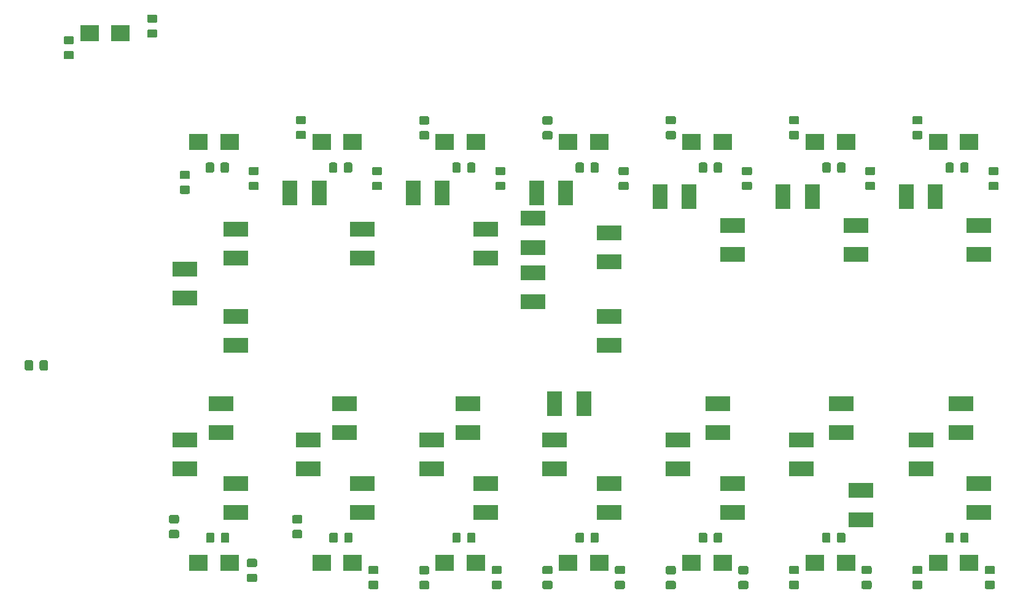
<source format=gbr>
%TF.GenerationSoftware,KiCad,Pcbnew,(5.1.5)-3*%
%TF.CreationDate,2020-07-21T14:48:15+02:00*%
%TF.ProjectId,LPF,4c50462e-6b69-4636-9164-5f7063625858,rev?*%
%TF.SameCoordinates,Original*%
%TF.FileFunction,Paste,Bot*%
%TF.FilePolarity,Positive*%
%FSLAX46Y46*%
G04 Gerber Fmt 4.6, Leading zero omitted, Abs format (unit mm)*
G04 Created by KiCad (PCBNEW (5.1.5)-3) date 2020-07-21 14:48:15*
%MOMM*%
%LPD*%
G04 APERTURE LIST*
%ADD10C,0.100000*%
%ADD11R,2.500000X2.300000*%
%ADD12R,2.000000X3.500000*%
%ADD13R,3.500000X2.000000*%
G04 APERTURE END LIST*
D10*
G36*
X96224505Y-65951204D02*
G01*
X96248773Y-65954804D01*
X96272572Y-65960765D01*
X96295671Y-65969030D01*
X96317850Y-65979520D01*
X96338893Y-65992132D01*
X96358599Y-66006747D01*
X96376777Y-66023223D01*
X96393253Y-66041401D01*
X96407868Y-66061107D01*
X96420480Y-66082150D01*
X96430970Y-66104329D01*
X96439235Y-66127428D01*
X96445196Y-66151227D01*
X96448796Y-66175495D01*
X96450000Y-66199999D01*
X96450000Y-66850001D01*
X96448796Y-66874505D01*
X96445196Y-66898773D01*
X96439235Y-66922572D01*
X96430970Y-66945671D01*
X96420480Y-66967850D01*
X96407868Y-66988893D01*
X96393253Y-67008599D01*
X96376777Y-67026777D01*
X96358599Y-67043253D01*
X96338893Y-67057868D01*
X96317850Y-67070480D01*
X96295671Y-67080970D01*
X96272572Y-67089235D01*
X96248773Y-67095196D01*
X96224505Y-67098796D01*
X96200001Y-67100000D01*
X95299999Y-67100000D01*
X95275495Y-67098796D01*
X95251227Y-67095196D01*
X95227428Y-67089235D01*
X95204329Y-67080970D01*
X95182150Y-67070480D01*
X95161107Y-67057868D01*
X95141401Y-67043253D01*
X95123223Y-67026777D01*
X95106747Y-67008599D01*
X95092132Y-66988893D01*
X95079520Y-66967850D01*
X95069030Y-66945671D01*
X95060765Y-66922572D01*
X95054804Y-66898773D01*
X95051204Y-66874505D01*
X95050000Y-66850001D01*
X95050000Y-66199999D01*
X95051204Y-66175495D01*
X95054804Y-66151227D01*
X95060765Y-66127428D01*
X95069030Y-66104329D01*
X95079520Y-66082150D01*
X95092132Y-66061107D01*
X95106747Y-66041401D01*
X95123223Y-66023223D01*
X95141401Y-66006747D01*
X95161107Y-65992132D01*
X95182150Y-65979520D01*
X95204329Y-65969030D01*
X95227428Y-65960765D01*
X95251227Y-65954804D01*
X95275495Y-65951204D01*
X95299999Y-65950000D01*
X96200001Y-65950000D01*
X96224505Y-65951204D01*
G37*
G36*
X96224505Y-63901204D02*
G01*
X96248773Y-63904804D01*
X96272572Y-63910765D01*
X96295671Y-63919030D01*
X96317850Y-63929520D01*
X96338893Y-63942132D01*
X96358599Y-63956747D01*
X96376777Y-63973223D01*
X96393253Y-63991401D01*
X96407868Y-64011107D01*
X96420480Y-64032150D01*
X96430970Y-64054329D01*
X96439235Y-64077428D01*
X96445196Y-64101227D01*
X96448796Y-64125495D01*
X96450000Y-64149999D01*
X96450000Y-64800001D01*
X96448796Y-64824505D01*
X96445196Y-64848773D01*
X96439235Y-64872572D01*
X96430970Y-64895671D01*
X96420480Y-64917850D01*
X96407868Y-64938893D01*
X96393253Y-64958599D01*
X96376777Y-64976777D01*
X96358599Y-64993253D01*
X96338893Y-65007868D01*
X96317850Y-65020480D01*
X96295671Y-65030970D01*
X96272572Y-65039235D01*
X96248773Y-65045196D01*
X96224505Y-65048796D01*
X96200001Y-65050000D01*
X95299999Y-65050000D01*
X95275495Y-65048796D01*
X95251227Y-65045196D01*
X95227428Y-65039235D01*
X95204329Y-65030970D01*
X95182150Y-65020480D01*
X95161107Y-65007868D01*
X95141401Y-64993253D01*
X95123223Y-64976777D01*
X95106747Y-64958599D01*
X95092132Y-64938893D01*
X95079520Y-64917850D01*
X95069030Y-64895671D01*
X95060765Y-64872572D01*
X95054804Y-64848773D01*
X95051204Y-64824505D01*
X95050000Y-64800001D01*
X95050000Y-64149999D01*
X95051204Y-64125495D01*
X95054804Y-64101227D01*
X95060765Y-64077428D01*
X95069030Y-64054329D01*
X95079520Y-64032150D01*
X95092132Y-64011107D01*
X95106747Y-63991401D01*
X95123223Y-63973223D01*
X95141401Y-63956747D01*
X95161107Y-63942132D01*
X95182150Y-63929520D01*
X95204329Y-63919030D01*
X95227428Y-63910765D01*
X95251227Y-63904804D01*
X95275495Y-63901204D01*
X95299999Y-63900000D01*
X96200001Y-63900000D01*
X96224505Y-63901204D01*
G37*
D11*
X173100000Y-60500000D03*
X177400000Y-60500000D03*
D10*
G36*
X192049505Y-63301204D02*
G01*
X192073773Y-63304804D01*
X192097572Y-63310765D01*
X192120671Y-63319030D01*
X192142850Y-63329520D01*
X192163893Y-63342132D01*
X192183599Y-63356747D01*
X192201777Y-63373223D01*
X192218253Y-63391401D01*
X192232868Y-63411107D01*
X192245480Y-63432150D01*
X192255970Y-63454329D01*
X192264235Y-63477428D01*
X192270196Y-63501227D01*
X192273796Y-63525495D01*
X192275000Y-63549999D01*
X192275000Y-64450001D01*
X192273796Y-64474505D01*
X192270196Y-64498773D01*
X192264235Y-64522572D01*
X192255970Y-64545671D01*
X192245480Y-64567850D01*
X192232868Y-64588893D01*
X192218253Y-64608599D01*
X192201777Y-64626777D01*
X192183599Y-64643253D01*
X192163893Y-64657868D01*
X192142850Y-64670480D01*
X192120671Y-64680970D01*
X192097572Y-64689235D01*
X192073773Y-64695196D01*
X192049505Y-64698796D01*
X192025001Y-64700000D01*
X191374999Y-64700000D01*
X191350495Y-64698796D01*
X191326227Y-64695196D01*
X191302428Y-64689235D01*
X191279329Y-64680970D01*
X191257150Y-64670480D01*
X191236107Y-64657868D01*
X191216401Y-64643253D01*
X191198223Y-64626777D01*
X191181747Y-64608599D01*
X191167132Y-64588893D01*
X191154520Y-64567850D01*
X191144030Y-64545671D01*
X191135765Y-64522572D01*
X191129804Y-64498773D01*
X191126204Y-64474505D01*
X191125000Y-64450001D01*
X191125000Y-63549999D01*
X191126204Y-63525495D01*
X191129804Y-63501227D01*
X191135765Y-63477428D01*
X191144030Y-63454329D01*
X191154520Y-63432150D01*
X191167132Y-63411107D01*
X191181747Y-63391401D01*
X191198223Y-63373223D01*
X191216401Y-63356747D01*
X191236107Y-63342132D01*
X191257150Y-63329520D01*
X191279329Y-63319030D01*
X191302428Y-63310765D01*
X191326227Y-63304804D01*
X191350495Y-63301204D01*
X191374999Y-63300000D01*
X192025001Y-63300000D01*
X192049505Y-63301204D01*
G37*
G36*
X194099505Y-63301204D02*
G01*
X194123773Y-63304804D01*
X194147572Y-63310765D01*
X194170671Y-63319030D01*
X194192850Y-63329520D01*
X194213893Y-63342132D01*
X194233599Y-63356747D01*
X194251777Y-63373223D01*
X194268253Y-63391401D01*
X194282868Y-63411107D01*
X194295480Y-63432150D01*
X194305970Y-63454329D01*
X194314235Y-63477428D01*
X194320196Y-63501227D01*
X194323796Y-63525495D01*
X194325000Y-63549999D01*
X194325000Y-64450001D01*
X194323796Y-64474505D01*
X194320196Y-64498773D01*
X194314235Y-64522572D01*
X194305970Y-64545671D01*
X194295480Y-64567850D01*
X194282868Y-64588893D01*
X194268253Y-64608599D01*
X194251777Y-64626777D01*
X194233599Y-64643253D01*
X194213893Y-64657868D01*
X194192850Y-64670480D01*
X194170671Y-64680970D01*
X194147572Y-64689235D01*
X194123773Y-64695196D01*
X194099505Y-64698796D01*
X194075001Y-64700000D01*
X193424999Y-64700000D01*
X193400495Y-64698796D01*
X193376227Y-64695196D01*
X193352428Y-64689235D01*
X193329329Y-64680970D01*
X193307150Y-64670480D01*
X193286107Y-64657868D01*
X193266401Y-64643253D01*
X193248223Y-64626777D01*
X193231747Y-64608599D01*
X193217132Y-64588893D01*
X193204520Y-64567850D01*
X193194030Y-64545671D01*
X193185765Y-64522572D01*
X193179804Y-64498773D01*
X193176204Y-64474505D01*
X193175000Y-64450001D01*
X193175000Y-63549999D01*
X193176204Y-63525495D01*
X193179804Y-63501227D01*
X193185765Y-63477428D01*
X193194030Y-63454329D01*
X193204520Y-63432150D01*
X193217132Y-63411107D01*
X193231747Y-63391401D01*
X193248223Y-63373223D01*
X193266401Y-63356747D01*
X193286107Y-63342132D01*
X193307150Y-63329520D01*
X193329329Y-63319030D01*
X193352428Y-63310765D01*
X193376227Y-63304804D01*
X193400495Y-63301204D01*
X193424999Y-63300000D01*
X194075001Y-63300000D01*
X194099505Y-63301204D01*
G37*
G36*
X175074505Y-63301204D02*
G01*
X175098773Y-63304804D01*
X175122572Y-63310765D01*
X175145671Y-63319030D01*
X175167850Y-63329520D01*
X175188893Y-63342132D01*
X175208599Y-63356747D01*
X175226777Y-63373223D01*
X175243253Y-63391401D01*
X175257868Y-63411107D01*
X175270480Y-63432150D01*
X175280970Y-63454329D01*
X175289235Y-63477428D01*
X175295196Y-63501227D01*
X175298796Y-63525495D01*
X175300000Y-63549999D01*
X175300000Y-64450001D01*
X175298796Y-64474505D01*
X175295196Y-64498773D01*
X175289235Y-64522572D01*
X175280970Y-64545671D01*
X175270480Y-64567850D01*
X175257868Y-64588893D01*
X175243253Y-64608599D01*
X175226777Y-64626777D01*
X175208599Y-64643253D01*
X175188893Y-64657868D01*
X175167850Y-64670480D01*
X175145671Y-64680970D01*
X175122572Y-64689235D01*
X175098773Y-64695196D01*
X175074505Y-64698796D01*
X175050001Y-64700000D01*
X174399999Y-64700000D01*
X174375495Y-64698796D01*
X174351227Y-64695196D01*
X174327428Y-64689235D01*
X174304329Y-64680970D01*
X174282150Y-64670480D01*
X174261107Y-64657868D01*
X174241401Y-64643253D01*
X174223223Y-64626777D01*
X174206747Y-64608599D01*
X174192132Y-64588893D01*
X174179520Y-64567850D01*
X174169030Y-64545671D01*
X174160765Y-64522572D01*
X174154804Y-64498773D01*
X174151204Y-64474505D01*
X174150000Y-64450001D01*
X174150000Y-63549999D01*
X174151204Y-63525495D01*
X174154804Y-63501227D01*
X174160765Y-63477428D01*
X174169030Y-63454329D01*
X174179520Y-63432150D01*
X174192132Y-63411107D01*
X174206747Y-63391401D01*
X174223223Y-63373223D01*
X174241401Y-63356747D01*
X174261107Y-63342132D01*
X174282150Y-63329520D01*
X174304329Y-63319030D01*
X174327428Y-63310765D01*
X174351227Y-63304804D01*
X174375495Y-63301204D01*
X174399999Y-63300000D01*
X175050001Y-63300000D01*
X175074505Y-63301204D01*
G37*
G36*
X177124505Y-63301204D02*
G01*
X177148773Y-63304804D01*
X177172572Y-63310765D01*
X177195671Y-63319030D01*
X177217850Y-63329520D01*
X177238893Y-63342132D01*
X177258599Y-63356747D01*
X177276777Y-63373223D01*
X177293253Y-63391401D01*
X177307868Y-63411107D01*
X177320480Y-63432150D01*
X177330970Y-63454329D01*
X177339235Y-63477428D01*
X177345196Y-63501227D01*
X177348796Y-63525495D01*
X177350000Y-63549999D01*
X177350000Y-64450001D01*
X177348796Y-64474505D01*
X177345196Y-64498773D01*
X177339235Y-64522572D01*
X177330970Y-64545671D01*
X177320480Y-64567850D01*
X177307868Y-64588893D01*
X177293253Y-64608599D01*
X177276777Y-64626777D01*
X177258599Y-64643253D01*
X177238893Y-64657868D01*
X177217850Y-64670480D01*
X177195671Y-64680970D01*
X177172572Y-64689235D01*
X177148773Y-64695196D01*
X177124505Y-64698796D01*
X177100001Y-64700000D01*
X176449999Y-64700000D01*
X176425495Y-64698796D01*
X176401227Y-64695196D01*
X176377428Y-64689235D01*
X176354329Y-64680970D01*
X176332150Y-64670480D01*
X176311107Y-64657868D01*
X176291401Y-64643253D01*
X176273223Y-64626777D01*
X176256747Y-64608599D01*
X176242132Y-64588893D01*
X176229520Y-64567850D01*
X176219030Y-64545671D01*
X176210765Y-64522572D01*
X176204804Y-64498773D01*
X176201204Y-64474505D01*
X176200000Y-64450001D01*
X176200000Y-63549999D01*
X176201204Y-63525495D01*
X176204804Y-63501227D01*
X176210765Y-63477428D01*
X176219030Y-63454329D01*
X176229520Y-63432150D01*
X176242132Y-63411107D01*
X176256747Y-63391401D01*
X176273223Y-63373223D01*
X176291401Y-63356747D01*
X176311107Y-63342132D01*
X176332150Y-63329520D01*
X176354329Y-63319030D01*
X176377428Y-63310765D01*
X176401227Y-63304804D01*
X176425495Y-63301204D01*
X176449999Y-63300000D01*
X177100001Y-63300000D01*
X177124505Y-63301204D01*
G37*
G36*
X160099505Y-63301204D02*
G01*
X160123773Y-63304804D01*
X160147572Y-63310765D01*
X160170671Y-63319030D01*
X160192850Y-63329520D01*
X160213893Y-63342132D01*
X160233599Y-63356747D01*
X160251777Y-63373223D01*
X160268253Y-63391401D01*
X160282868Y-63411107D01*
X160295480Y-63432150D01*
X160305970Y-63454329D01*
X160314235Y-63477428D01*
X160320196Y-63501227D01*
X160323796Y-63525495D01*
X160325000Y-63549999D01*
X160325000Y-64450001D01*
X160323796Y-64474505D01*
X160320196Y-64498773D01*
X160314235Y-64522572D01*
X160305970Y-64545671D01*
X160295480Y-64567850D01*
X160282868Y-64588893D01*
X160268253Y-64608599D01*
X160251777Y-64626777D01*
X160233599Y-64643253D01*
X160213893Y-64657868D01*
X160192850Y-64670480D01*
X160170671Y-64680970D01*
X160147572Y-64689235D01*
X160123773Y-64695196D01*
X160099505Y-64698796D01*
X160075001Y-64700000D01*
X159424999Y-64700000D01*
X159400495Y-64698796D01*
X159376227Y-64695196D01*
X159352428Y-64689235D01*
X159329329Y-64680970D01*
X159307150Y-64670480D01*
X159286107Y-64657868D01*
X159266401Y-64643253D01*
X159248223Y-64626777D01*
X159231747Y-64608599D01*
X159217132Y-64588893D01*
X159204520Y-64567850D01*
X159194030Y-64545671D01*
X159185765Y-64522572D01*
X159179804Y-64498773D01*
X159176204Y-64474505D01*
X159175000Y-64450001D01*
X159175000Y-63549999D01*
X159176204Y-63525495D01*
X159179804Y-63501227D01*
X159185765Y-63477428D01*
X159194030Y-63454329D01*
X159204520Y-63432150D01*
X159217132Y-63411107D01*
X159231747Y-63391401D01*
X159248223Y-63373223D01*
X159266401Y-63356747D01*
X159286107Y-63342132D01*
X159307150Y-63329520D01*
X159329329Y-63319030D01*
X159352428Y-63310765D01*
X159376227Y-63304804D01*
X159400495Y-63301204D01*
X159424999Y-63300000D01*
X160075001Y-63300000D01*
X160099505Y-63301204D01*
G37*
G36*
X158049505Y-63301204D02*
G01*
X158073773Y-63304804D01*
X158097572Y-63310765D01*
X158120671Y-63319030D01*
X158142850Y-63329520D01*
X158163893Y-63342132D01*
X158183599Y-63356747D01*
X158201777Y-63373223D01*
X158218253Y-63391401D01*
X158232868Y-63411107D01*
X158245480Y-63432150D01*
X158255970Y-63454329D01*
X158264235Y-63477428D01*
X158270196Y-63501227D01*
X158273796Y-63525495D01*
X158275000Y-63549999D01*
X158275000Y-64450001D01*
X158273796Y-64474505D01*
X158270196Y-64498773D01*
X158264235Y-64522572D01*
X158255970Y-64545671D01*
X158245480Y-64567850D01*
X158232868Y-64588893D01*
X158218253Y-64608599D01*
X158201777Y-64626777D01*
X158183599Y-64643253D01*
X158163893Y-64657868D01*
X158142850Y-64670480D01*
X158120671Y-64680970D01*
X158097572Y-64689235D01*
X158073773Y-64695196D01*
X158049505Y-64698796D01*
X158025001Y-64700000D01*
X157374999Y-64700000D01*
X157350495Y-64698796D01*
X157326227Y-64695196D01*
X157302428Y-64689235D01*
X157279329Y-64680970D01*
X157257150Y-64670480D01*
X157236107Y-64657868D01*
X157216401Y-64643253D01*
X157198223Y-64626777D01*
X157181747Y-64608599D01*
X157167132Y-64588893D01*
X157154520Y-64567850D01*
X157144030Y-64545671D01*
X157135765Y-64522572D01*
X157129804Y-64498773D01*
X157126204Y-64474505D01*
X157125000Y-64450001D01*
X157125000Y-63549999D01*
X157126204Y-63525495D01*
X157129804Y-63501227D01*
X157135765Y-63477428D01*
X157144030Y-63454329D01*
X157154520Y-63432150D01*
X157167132Y-63411107D01*
X157181747Y-63391401D01*
X157198223Y-63373223D01*
X157216401Y-63356747D01*
X157236107Y-63342132D01*
X157257150Y-63329520D01*
X157279329Y-63319030D01*
X157302428Y-63310765D01*
X157326227Y-63304804D01*
X157350495Y-63301204D01*
X157374999Y-63300000D01*
X158025001Y-63300000D01*
X158049505Y-63301204D01*
G37*
G36*
X141049505Y-63301204D02*
G01*
X141073773Y-63304804D01*
X141097572Y-63310765D01*
X141120671Y-63319030D01*
X141142850Y-63329520D01*
X141163893Y-63342132D01*
X141183599Y-63356747D01*
X141201777Y-63373223D01*
X141218253Y-63391401D01*
X141232868Y-63411107D01*
X141245480Y-63432150D01*
X141255970Y-63454329D01*
X141264235Y-63477428D01*
X141270196Y-63501227D01*
X141273796Y-63525495D01*
X141275000Y-63549999D01*
X141275000Y-64450001D01*
X141273796Y-64474505D01*
X141270196Y-64498773D01*
X141264235Y-64522572D01*
X141255970Y-64545671D01*
X141245480Y-64567850D01*
X141232868Y-64588893D01*
X141218253Y-64608599D01*
X141201777Y-64626777D01*
X141183599Y-64643253D01*
X141163893Y-64657868D01*
X141142850Y-64670480D01*
X141120671Y-64680970D01*
X141097572Y-64689235D01*
X141073773Y-64695196D01*
X141049505Y-64698796D01*
X141025001Y-64700000D01*
X140374999Y-64700000D01*
X140350495Y-64698796D01*
X140326227Y-64695196D01*
X140302428Y-64689235D01*
X140279329Y-64680970D01*
X140257150Y-64670480D01*
X140236107Y-64657868D01*
X140216401Y-64643253D01*
X140198223Y-64626777D01*
X140181747Y-64608599D01*
X140167132Y-64588893D01*
X140154520Y-64567850D01*
X140144030Y-64545671D01*
X140135765Y-64522572D01*
X140129804Y-64498773D01*
X140126204Y-64474505D01*
X140125000Y-64450001D01*
X140125000Y-63549999D01*
X140126204Y-63525495D01*
X140129804Y-63501227D01*
X140135765Y-63477428D01*
X140144030Y-63454329D01*
X140154520Y-63432150D01*
X140167132Y-63411107D01*
X140181747Y-63391401D01*
X140198223Y-63373223D01*
X140216401Y-63356747D01*
X140236107Y-63342132D01*
X140257150Y-63329520D01*
X140279329Y-63319030D01*
X140302428Y-63310765D01*
X140326227Y-63304804D01*
X140350495Y-63301204D01*
X140374999Y-63300000D01*
X141025001Y-63300000D01*
X141049505Y-63301204D01*
G37*
G36*
X143099505Y-63301204D02*
G01*
X143123773Y-63304804D01*
X143147572Y-63310765D01*
X143170671Y-63319030D01*
X143192850Y-63329520D01*
X143213893Y-63342132D01*
X143233599Y-63356747D01*
X143251777Y-63373223D01*
X143268253Y-63391401D01*
X143282868Y-63411107D01*
X143295480Y-63432150D01*
X143305970Y-63454329D01*
X143314235Y-63477428D01*
X143320196Y-63501227D01*
X143323796Y-63525495D01*
X143325000Y-63549999D01*
X143325000Y-64450001D01*
X143323796Y-64474505D01*
X143320196Y-64498773D01*
X143314235Y-64522572D01*
X143305970Y-64545671D01*
X143295480Y-64567850D01*
X143282868Y-64588893D01*
X143268253Y-64608599D01*
X143251777Y-64626777D01*
X143233599Y-64643253D01*
X143213893Y-64657868D01*
X143192850Y-64670480D01*
X143170671Y-64680970D01*
X143147572Y-64689235D01*
X143123773Y-64695196D01*
X143099505Y-64698796D01*
X143075001Y-64700000D01*
X142424999Y-64700000D01*
X142400495Y-64698796D01*
X142376227Y-64695196D01*
X142352428Y-64689235D01*
X142329329Y-64680970D01*
X142307150Y-64670480D01*
X142286107Y-64657868D01*
X142266401Y-64643253D01*
X142248223Y-64626777D01*
X142231747Y-64608599D01*
X142217132Y-64588893D01*
X142204520Y-64567850D01*
X142194030Y-64545671D01*
X142185765Y-64522572D01*
X142179804Y-64498773D01*
X142176204Y-64474505D01*
X142175000Y-64450001D01*
X142175000Y-63549999D01*
X142176204Y-63525495D01*
X142179804Y-63501227D01*
X142185765Y-63477428D01*
X142194030Y-63454329D01*
X142204520Y-63432150D01*
X142217132Y-63411107D01*
X142231747Y-63391401D01*
X142248223Y-63373223D01*
X142266401Y-63356747D01*
X142286107Y-63342132D01*
X142307150Y-63329520D01*
X142329329Y-63319030D01*
X142352428Y-63310765D01*
X142376227Y-63304804D01*
X142400495Y-63301204D01*
X142424999Y-63300000D01*
X143075001Y-63300000D01*
X143099505Y-63301204D01*
G37*
G36*
X124049505Y-63301204D02*
G01*
X124073773Y-63304804D01*
X124097572Y-63310765D01*
X124120671Y-63319030D01*
X124142850Y-63329520D01*
X124163893Y-63342132D01*
X124183599Y-63356747D01*
X124201777Y-63373223D01*
X124218253Y-63391401D01*
X124232868Y-63411107D01*
X124245480Y-63432150D01*
X124255970Y-63454329D01*
X124264235Y-63477428D01*
X124270196Y-63501227D01*
X124273796Y-63525495D01*
X124275000Y-63549999D01*
X124275000Y-64450001D01*
X124273796Y-64474505D01*
X124270196Y-64498773D01*
X124264235Y-64522572D01*
X124255970Y-64545671D01*
X124245480Y-64567850D01*
X124232868Y-64588893D01*
X124218253Y-64608599D01*
X124201777Y-64626777D01*
X124183599Y-64643253D01*
X124163893Y-64657868D01*
X124142850Y-64670480D01*
X124120671Y-64680970D01*
X124097572Y-64689235D01*
X124073773Y-64695196D01*
X124049505Y-64698796D01*
X124025001Y-64700000D01*
X123374999Y-64700000D01*
X123350495Y-64698796D01*
X123326227Y-64695196D01*
X123302428Y-64689235D01*
X123279329Y-64680970D01*
X123257150Y-64670480D01*
X123236107Y-64657868D01*
X123216401Y-64643253D01*
X123198223Y-64626777D01*
X123181747Y-64608599D01*
X123167132Y-64588893D01*
X123154520Y-64567850D01*
X123144030Y-64545671D01*
X123135765Y-64522572D01*
X123129804Y-64498773D01*
X123126204Y-64474505D01*
X123125000Y-64450001D01*
X123125000Y-63549999D01*
X123126204Y-63525495D01*
X123129804Y-63501227D01*
X123135765Y-63477428D01*
X123144030Y-63454329D01*
X123154520Y-63432150D01*
X123167132Y-63411107D01*
X123181747Y-63391401D01*
X123198223Y-63373223D01*
X123216401Y-63356747D01*
X123236107Y-63342132D01*
X123257150Y-63329520D01*
X123279329Y-63319030D01*
X123302428Y-63310765D01*
X123326227Y-63304804D01*
X123350495Y-63301204D01*
X123374999Y-63300000D01*
X124025001Y-63300000D01*
X124049505Y-63301204D01*
G37*
G36*
X126099505Y-63301204D02*
G01*
X126123773Y-63304804D01*
X126147572Y-63310765D01*
X126170671Y-63319030D01*
X126192850Y-63329520D01*
X126213893Y-63342132D01*
X126233599Y-63356747D01*
X126251777Y-63373223D01*
X126268253Y-63391401D01*
X126282868Y-63411107D01*
X126295480Y-63432150D01*
X126305970Y-63454329D01*
X126314235Y-63477428D01*
X126320196Y-63501227D01*
X126323796Y-63525495D01*
X126325000Y-63549999D01*
X126325000Y-64450001D01*
X126323796Y-64474505D01*
X126320196Y-64498773D01*
X126314235Y-64522572D01*
X126305970Y-64545671D01*
X126295480Y-64567850D01*
X126282868Y-64588893D01*
X126268253Y-64608599D01*
X126251777Y-64626777D01*
X126233599Y-64643253D01*
X126213893Y-64657868D01*
X126192850Y-64670480D01*
X126170671Y-64680970D01*
X126147572Y-64689235D01*
X126123773Y-64695196D01*
X126099505Y-64698796D01*
X126075001Y-64700000D01*
X125424999Y-64700000D01*
X125400495Y-64698796D01*
X125376227Y-64695196D01*
X125352428Y-64689235D01*
X125329329Y-64680970D01*
X125307150Y-64670480D01*
X125286107Y-64657868D01*
X125266401Y-64643253D01*
X125248223Y-64626777D01*
X125231747Y-64608599D01*
X125217132Y-64588893D01*
X125204520Y-64567850D01*
X125194030Y-64545671D01*
X125185765Y-64522572D01*
X125179804Y-64498773D01*
X125176204Y-64474505D01*
X125175000Y-64450001D01*
X125175000Y-63549999D01*
X125176204Y-63525495D01*
X125179804Y-63501227D01*
X125185765Y-63477428D01*
X125194030Y-63454329D01*
X125204520Y-63432150D01*
X125217132Y-63411107D01*
X125231747Y-63391401D01*
X125248223Y-63373223D01*
X125266401Y-63356747D01*
X125286107Y-63342132D01*
X125307150Y-63329520D01*
X125329329Y-63319030D01*
X125352428Y-63310765D01*
X125376227Y-63304804D01*
X125400495Y-63301204D01*
X125424999Y-63300000D01*
X126075001Y-63300000D01*
X126099505Y-63301204D01*
G37*
G36*
X109099505Y-63301204D02*
G01*
X109123773Y-63304804D01*
X109147572Y-63310765D01*
X109170671Y-63319030D01*
X109192850Y-63329520D01*
X109213893Y-63342132D01*
X109233599Y-63356747D01*
X109251777Y-63373223D01*
X109268253Y-63391401D01*
X109282868Y-63411107D01*
X109295480Y-63432150D01*
X109305970Y-63454329D01*
X109314235Y-63477428D01*
X109320196Y-63501227D01*
X109323796Y-63525495D01*
X109325000Y-63549999D01*
X109325000Y-64450001D01*
X109323796Y-64474505D01*
X109320196Y-64498773D01*
X109314235Y-64522572D01*
X109305970Y-64545671D01*
X109295480Y-64567850D01*
X109282868Y-64588893D01*
X109268253Y-64608599D01*
X109251777Y-64626777D01*
X109233599Y-64643253D01*
X109213893Y-64657868D01*
X109192850Y-64670480D01*
X109170671Y-64680970D01*
X109147572Y-64689235D01*
X109123773Y-64695196D01*
X109099505Y-64698796D01*
X109075001Y-64700000D01*
X108424999Y-64700000D01*
X108400495Y-64698796D01*
X108376227Y-64695196D01*
X108352428Y-64689235D01*
X108329329Y-64680970D01*
X108307150Y-64670480D01*
X108286107Y-64657868D01*
X108266401Y-64643253D01*
X108248223Y-64626777D01*
X108231747Y-64608599D01*
X108217132Y-64588893D01*
X108204520Y-64567850D01*
X108194030Y-64545671D01*
X108185765Y-64522572D01*
X108179804Y-64498773D01*
X108176204Y-64474505D01*
X108175000Y-64450001D01*
X108175000Y-63549999D01*
X108176204Y-63525495D01*
X108179804Y-63501227D01*
X108185765Y-63477428D01*
X108194030Y-63454329D01*
X108204520Y-63432150D01*
X108217132Y-63411107D01*
X108231747Y-63391401D01*
X108248223Y-63373223D01*
X108266401Y-63356747D01*
X108286107Y-63342132D01*
X108307150Y-63329520D01*
X108329329Y-63319030D01*
X108352428Y-63310765D01*
X108376227Y-63304804D01*
X108400495Y-63301204D01*
X108424999Y-63300000D01*
X109075001Y-63300000D01*
X109099505Y-63301204D01*
G37*
G36*
X107049505Y-63301204D02*
G01*
X107073773Y-63304804D01*
X107097572Y-63310765D01*
X107120671Y-63319030D01*
X107142850Y-63329520D01*
X107163893Y-63342132D01*
X107183599Y-63356747D01*
X107201777Y-63373223D01*
X107218253Y-63391401D01*
X107232868Y-63411107D01*
X107245480Y-63432150D01*
X107255970Y-63454329D01*
X107264235Y-63477428D01*
X107270196Y-63501227D01*
X107273796Y-63525495D01*
X107275000Y-63549999D01*
X107275000Y-64450001D01*
X107273796Y-64474505D01*
X107270196Y-64498773D01*
X107264235Y-64522572D01*
X107255970Y-64545671D01*
X107245480Y-64567850D01*
X107232868Y-64588893D01*
X107218253Y-64608599D01*
X107201777Y-64626777D01*
X107183599Y-64643253D01*
X107163893Y-64657868D01*
X107142850Y-64670480D01*
X107120671Y-64680970D01*
X107097572Y-64689235D01*
X107073773Y-64695196D01*
X107049505Y-64698796D01*
X107025001Y-64700000D01*
X106374999Y-64700000D01*
X106350495Y-64698796D01*
X106326227Y-64695196D01*
X106302428Y-64689235D01*
X106279329Y-64680970D01*
X106257150Y-64670480D01*
X106236107Y-64657868D01*
X106216401Y-64643253D01*
X106198223Y-64626777D01*
X106181747Y-64608599D01*
X106167132Y-64588893D01*
X106154520Y-64567850D01*
X106144030Y-64545671D01*
X106135765Y-64522572D01*
X106129804Y-64498773D01*
X106126204Y-64474505D01*
X106125000Y-64450001D01*
X106125000Y-63549999D01*
X106126204Y-63525495D01*
X106129804Y-63501227D01*
X106135765Y-63477428D01*
X106144030Y-63454329D01*
X106154520Y-63432150D01*
X106167132Y-63411107D01*
X106181747Y-63391401D01*
X106198223Y-63373223D01*
X106216401Y-63356747D01*
X106236107Y-63342132D01*
X106257150Y-63329520D01*
X106279329Y-63319030D01*
X106302428Y-63310765D01*
X106326227Y-63304804D01*
X106350495Y-63301204D01*
X106374999Y-63300000D01*
X107025001Y-63300000D01*
X107049505Y-63301204D01*
G37*
G36*
X82224505Y-42901204D02*
G01*
X82248773Y-42904804D01*
X82272572Y-42910765D01*
X82295671Y-42919030D01*
X82317850Y-42929520D01*
X82338893Y-42942132D01*
X82358599Y-42956747D01*
X82376777Y-42973223D01*
X82393253Y-42991401D01*
X82407868Y-43011107D01*
X82420480Y-43032150D01*
X82430970Y-43054329D01*
X82439235Y-43077428D01*
X82445196Y-43101227D01*
X82448796Y-43125495D01*
X82450000Y-43149999D01*
X82450000Y-43800001D01*
X82448796Y-43824505D01*
X82445196Y-43848773D01*
X82439235Y-43872572D01*
X82430970Y-43895671D01*
X82420480Y-43917850D01*
X82407868Y-43938893D01*
X82393253Y-43958599D01*
X82376777Y-43976777D01*
X82358599Y-43993253D01*
X82338893Y-44007868D01*
X82317850Y-44020480D01*
X82295671Y-44030970D01*
X82272572Y-44039235D01*
X82248773Y-44045196D01*
X82224505Y-44048796D01*
X82200001Y-44050000D01*
X81299999Y-44050000D01*
X81275495Y-44048796D01*
X81251227Y-44045196D01*
X81227428Y-44039235D01*
X81204329Y-44030970D01*
X81182150Y-44020480D01*
X81161107Y-44007868D01*
X81141401Y-43993253D01*
X81123223Y-43976777D01*
X81106747Y-43958599D01*
X81092132Y-43938893D01*
X81079520Y-43917850D01*
X81069030Y-43895671D01*
X81060765Y-43872572D01*
X81054804Y-43848773D01*
X81051204Y-43824505D01*
X81050000Y-43800001D01*
X81050000Y-43149999D01*
X81051204Y-43125495D01*
X81054804Y-43101227D01*
X81060765Y-43077428D01*
X81069030Y-43054329D01*
X81079520Y-43032150D01*
X81092132Y-43011107D01*
X81106747Y-42991401D01*
X81123223Y-42973223D01*
X81141401Y-42956747D01*
X81161107Y-42942132D01*
X81182150Y-42929520D01*
X81204329Y-42919030D01*
X81227428Y-42910765D01*
X81251227Y-42904804D01*
X81275495Y-42901204D01*
X81299999Y-42900000D01*
X82200001Y-42900000D01*
X82224505Y-42901204D01*
G37*
G36*
X82224505Y-44951204D02*
G01*
X82248773Y-44954804D01*
X82272572Y-44960765D01*
X82295671Y-44969030D01*
X82317850Y-44979520D01*
X82338893Y-44992132D01*
X82358599Y-45006747D01*
X82376777Y-45023223D01*
X82393253Y-45041401D01*
X82407868Y-45061107D01*
X82420480Y-45082150D01*
X82430970Y-45104329D01*
X82439235Y-45127428D01*
X82445196Y-45151227D01*
X82448796Y-45175495D01*
X82450000Y-45199999D01*
X82450000Y-45850001D01*
X82448796Y-45874505D01*
X82445196Y-45898773D01*
X82439235Y-45922572D01*
X82430970Y-45945671D01*
X82420480Y-45967850D01*
X82407868Y-45988893D01*
X82393253Y-46008599D01*
X82376777Y-46026777D01*
X82358599Y-46043253D01*
X82338893Y-46057868D01*
X82317850Y-46070480D01*
X82295671Y-46080970D01*
X82272572Y-46089235D01*
X82248773Y-46095196D01*
X82224505Y-46098796D01*
X82200001Y-46100000D01*
X81299999Y-46100000D01*
X81275495Y-46098796D01*
X81251227Y-46095196D01*
X81227428Y-46089235D01*
X81204329Y-46080970D01*
X81182150Y-46070480D01*
X81161107Y-46057868D01*
X81141401Y-46043253D01*
X81123223Y-46026777D01*
X81106747Y-46008599D01*
X81092132Y-45988893D01*
X81079520Y-45967850D01*
X81069030Y-45945671D01*
X81060765Y-45922572D01*
X81054804Y-45898773D01*
X81051204Y-45874505D01*
X81050000Y-45850001D01*
X81050000Y-45199999D01*
X81051204Y-45175495D01*
X81054804Y-45151227D01*
X81060765Y-45127428D01*
X81069030Y-45104329D01*
X81079520Y-45082150D01*
X81092132Y-45061107D01*
X81106747Y-45041401D01*
X81123223Y-45023223D01*
X81141401Y-45006747D01*
X81161107Y-44992132D01*
X81182150Y-44979520D01*
X81204329Y-44969030D01*
X81227428Y-44960765D01*
X81251227Y-44954804D01*
X81275495Y-44951204D01*
X81299999Y-44950000D01*
X82200001Y-44950000D01*
X82224505Y-44951204D01*
G37*
G36*
X187724505Y-58951204D02*
G01*
X187748773Y-58954804D01*
X187772572Y-58960765D01*
X187795671Y-58969030D01*
X187817850Y-58979520D01*
X187838893Y-58992132D01*
X187858599Y-59006747D01*
X187876777Y-59023223D01*
X187893253Y-59041401D01*
X187907868Y-59061107D01*
X187920480Y-59082150D01*
X187930970Y-59104329D01*
X187939235Y-59127428D01*
X187945196Y-59151227D01*
X187948796Y-59175495D01*
X187950000Y-59199999D01*
X187950000Y-59850001D01*
X187948796Y-59874505D01*
X187945196Y-59898773D01*
X187939235Y-59922572D01*
X187930970Y-59945671D01*
X187920480Y-59967850D01*
X187907868Y-59988893D01*
X187893253Y-60008599D01*
X187876777Y-60026777D01*
X187858599Y-60043253D01*
X187838893Y-60057868D01*
X187817850Y-60070480D01*
X187795671Y-60080970D01*
X187772572Y-60089235D01*
X187748773Y-60095196D01*
X187724505Y-60098796D01*
X187700001Y-60100000D01*
X186799999Y-60100000D01*
X186775495Y-60098796D01*
X186751227Y-60095196D01*
X186727428Y-60089235D01*
X186704329Y-60080970D01*
X186682150Y-60070480D01*
X186661107Y-60057868D01*
X186641401Y-60043253D01*
X186623223Y-60026777D01*
X186606747Y-60008599D01*
X186592132Y-59988893D01*
X186579520Y-59967850D01*
X186569030Y-59945671D01*
X186560765Y-59922572D01*
X186554804Y-59898773D01*
X186551204Y-59874505D01*
X186550000Y-59850001D01*
X186550000Y-59199999D01*
X186551204Y-59175495D01*
X186554804Y-59151227D01*
X186560765Y-59127428D01*
X186569030Y-59104329D01*
X186579520Y-59082150D01*
X186592132Y-59061107D01*
X186606747Y-59041401D01*
X186623223Y-59023223D01*
X186641401Y-59006747D01*
X186661107Y-58992132D01*
X186682150Y-58979520D01*
X186704329Y-58969030D01*
X186727428Y-58960765D01*
X186751227Y-58954804D01*
X186775495Y-58951204D01*
X186799999Y-58950000D01*
X187700001Y-58950000D01*
X187724505Y-58951204D01*
G37*
G36*
X187724505Y-56901204D02*
G01*
X187748773Y-56904804D01*
X187772572Y-56910765D01*
X187795671Y-56919030D01*
X187817850Y-56929520D01*
X187838893Y-56942132D01*
X187858599Y-56956747D01*
X187876777Y-56973223D01*
X187893253Y-56991401D01*
X187907868Y-57011107D01*
X187920480Y-57032150D01*
X187930970Y-57054329D01*
X187939235Y-57077428D01*
X187945196Y-57101227D01*
X187948796Y-57125495D01*
X187950000Y-57149999D01*
X187950000Y-57800001D01*
X187948796Y-57824505D01*
X187945196Y-57848773D01*
X187939235Y-57872572D01*
X187930970Y-57895671D01*
X187920480Y-57917850D01*
X187907868Y-57938893D01*
X187893253Y-57958599D01*
X187876777Y-57976777D01*
X187858599Y-57993253D01*
X187838893Y-58007868D01*
X187817850Y-58020480D01*
X187795671Y-58030970D01*
X187772572Y-58039235D01*
X187748773Y-58045196D01*
X187724505Y-58048796D01*
X187700001Y-58050000D01*
X186799999Y-58050000D01*
X186775495Y-58048796D01*
X186751227Y-58045196D01*
X186727428Y-58039235D01*
X186704329Y-58030970D01*
X186682150Y-58020480D01*
X186661107Y-58007868D01*
X186641401Y-57993253D01*
X186623223Y-57976777D01*
X186606747Y-57958599D01*
X186592132Y-57938893D01*
X186579520Y-57917850D01*
X186569030Y-57895671D01*
X186560765Y-57872572D01*
X186554804Y-57848773D01*
X186551204Y-57824505D01*
X186550000Y-57800001D01*
X186550000Y-57149999D01*
X186551204Y-57125495D01*
X186554804Y-57101227D01*
X186560765Y-57077428D01*
X186569030Y-57054329D01*
X186579520Y-57032150D01*
X186592132Y-57011107D01*
X186606747Y-56991401D01*
X186623223Y-56973223D01*
X186641401Y-56956747D01*
X186661107Y-56942132D01*
X186682150Y-56929520D01*
X186704329Y-56919030D01*
X186727428Y-56910765D01*
X186751227Y-56904804D01*
X186775495Y-56901204D01*
X186799999Y-56900000D01*
X187700001Y-56900000D01*
X187724505Y-56901204D01*
G37*
G36*
X170724505Y-58951204D02*
G01*
X170748773Y-58954804D01*
X170772572Y-58960765D01*
X170795671Y-58969030D01*
X170817850Y-58979520D01*
X170838893Y-58992132D01*
X170858599Y-59006747D01*
X170876777Y-59023223D01*
X170893253Y-59041401D01*
X170907868Y-59061107D01*
X170920480Y-59082150D01*
X170930970Y-59104329D01*
X170939235Y-59127428D01*
X170945196Y-59151227D01*
X170948796Y-59175495D01*
X170950000Y-59199999D01*
X170950000Y-59850001D01*
X170948796Y-59874505D01*
X170945196Y-59898773D01*
X170939235Y-59922572D01*
X170930970Y-59945671D01*
X170920480Y-59967850D01*
X170907868Y-59988893D01*
X170893253Y-60008599D01*
X170876777Y-60026777D01*
X170858599Y-60043253D01*
X170838893Y-60057868D01*
X170817850Y-60070480D01*
X170795671Y-60080970D01*
X170772572Y-60089235D01*
X170748773Y-60095196D01*
X170724505Y-60098796D01*
X170700001Y-60100000D01*
X169799999Y-60100000D01*
X169775495Y-60098796D01*
X169751227Y-60095196D01*
X169727428Y-60089235D01*
X169704329Y-60080970D01*
X169682150Y-60070480D01*
X169661107Y-60057868D01*
X169641401Y-60043253D01*
X169623223Y-60026777D01*
X169606747Y-60008599D01*
X169592132Y-59988893D01*
X169579520Y-59967850D01*
X169569030Y-59945671D01*
X169560765Y-59922572D01*
X169554804Y-59898773D01*
X169551204Y-59874505D01*
X169550000Y-59850001D01*
X169550000Y-59199999D01*
X169551204Y-59175495D01*
X169554804Y-59151227D01*
X169560765Y-59127428D01*
X169569030Y-59104329D01*
X169579520Y-59082150D01*
X169592132Y-59061107D01*
X169606747Y-59041401D01*
X169623223Y-59023223D01*
X169641401Y-59006747D01*
X169661107Y-58992132D01*
X169682150Y-58979520D01*
X169704329Y-58969030D01*
X169727428Y-58960765D01*
X169751227Y-58954804D01*
X169775495Y-58951204D01*
X169799999Y-58950000D01*
X170700001Y-58950000D01*
X170724505Y-58951204D01*
G37*
G36*
X170724505Y-56901204D02*
G01*
X170748773Y-56904804D01*
X170772572Y-56910765D01*
X170795671Y-56919030D01*
X170817850Y-56929520D01*
X170838893Y-56942132D01*
X170858599Y-56956747D01*
X170876777Y-56973223D01*
X170893253Y-56991401D01*
X170907868Y-57011107D01*
X170920480Y-57032150D01*
X170930970Y-57054329D01*
X170939235Y-57077428D01*
X170945196Y-57101227D01*
X170948796Y-57125495D01*
X170950000Y-57149999D01*
X170950000Y-57800001D01*
X170948796Y-57824505D01*
X170945196Y-57848773D01*
X170939235Y-57872572D01*
X170930970Y-57895671D01*
X170920480Y-57917850D01*
X170907868Y-57938893D01*
X170893253Y-57958599D01*
X170876777Y-57976777D01*
X170858599Y-57993253D01*
X170838893Y-58007868D01*
X170817850Y-58020480D01*
X170795671Y-58030970D01*
X170772572Y-58039235D01*
X170748773Y-58045196D01*
X170724505Y-58048796D01*
X170700001Y-58050000D01*
X169799999Y-58050000D01*
X169775495Y-58048796D01*
X169751227Y-58045196D01*
X169727428Y-58039235D01*
X169704329Y-58030970D01*
X169682150Y-58020480D01*
X169661107Y-58007868D01*
X169641401Y-57993253D01*
X169623223Y-57976777D01*
X169606747Y-57958599D01*
X169592132Y-57938893D01*
X169579520Y-57917850D01*
X169569030Y-57895671D01*
X169560765Y-57872572D01*
X169554804Y-57848773D01*
X169551204Y-57824505D01*
X169550000Y-57800001D01*
X169550000Y-57149999D01*
X169551204Y-57125495D01*
X169554804Y-57101227D01*
X169560765Y-57077428D01*
X169569030Y-57054329D01*
X169579520Y-57032150D01*
X169592132Y-57011107D01*
X169606747Y-56991401D01*
X169623223Y-56973223D01*
X169641401Y-56956747D01*
X169661107Y-56942132D01*
X169682150Y-56929520D01*
X169704329Y-56919030D01*
X169727428Y-56910765D01*
X169751227Y-56904804D01*
X169775495Y-56901204D01*
X169799999Y-56900000D01*
X170700001Y-56900000D01*
X170724505Y-56901204D01*
G37*
G36*
X153724505Y-58951204D02*
G01*
X153748773Y-58954804D01*
X153772572Y-58960765D01*
X153795671Y-58969030D01*
X153817850Y-58979520D01*
X153838893Y-58992132D01*
X153858599Y-59006747D01*
X153876777Y-59023223D01*
X153893253Y-59041401D01*
X153907868Y-59061107D01*
X153920480Y-59082150D01*
X153930970Y-59104329D01*
X153939235Y-59127428D01*
X153945196Y-59151227D01*
X153948796Y-59175495D01*
X153950000Y-59199999D01*
X153950000Y-59850001D01*
X153948796Y-59874505D01*
X153945196Y-59898773D01*
X153939235Y-59922572D01*
X153930970Y-59945671D01*
X153920480Y-59967850D01*
X153907868Y-59988893D01*
X153893253Y-60008599D01*
X153876777Y-60026777D01*
X153858599Y-60043253D01*
X153838893Y-60057868D01*
X153817850Y-60070480D01*
X153795671Y-60080970D01*
X153772572Y-60089235D01*
X153748773Y-60095196D01*
X153724505Y-60098796D01*
X153700001Y-60100000D01*
X152799999Y-60100000D01*
X152775495Y-60098796D01*
X152751227Y-60095196D01*
X152727428Y-60089235D01*
X152704329Y-60080970D01*
X152682150Y-60070480D01*
X152661107Y-60057868D01*
X152641401Y-60043253D01*
X152623223Y-60026777D01*
X152606747Y-60008599D01*
X152592132Y-59988893D01*
X152579520Y-59967850D01*
X152569030Y-59945671D01*
X152560765Y-59922572D01*
X152554804Y-59898773D01*
X152551204Y-59874505D01*
X152550000Y-59850001D01*
X152550000Y-59199999D01*
X152551204Y-59175495D01*
X152554804Y-59151227D01*
X152560765Y-59127428D01*
X152569030Y-59104329D01*
X152579520Y-59082150D01*
X152592132Y-59061107D01*
X152606747Y-59041401D01*
X152623223Y-59023223D01*
X152641401Y-59006747D01*
X152661107Y-58992132D01*
X152682150Y-58979520D01*
X152704329Y-58969030D01*
X152727428Y-58960765D01*
X152751227Y-58954804D01*
X152775495Y-58951204D01*
X152799999Y-58950000D01*
X153700001Y-58950000D01*
X153724505Y-58951204D01*
G37*
G36*
X153724505Y-56901204D02*
G01*
X153748773Y-56904804D01*
X153772572Y-56910765D01*
X153795671Y-56919030D01*
X153817850Y-56929520D01*
X153838893Y-56942132D01*
X153858599Y-56956747D01*
X153876777Y-56973223D01*
X153893253Y-56991401D01*
X153907868Y-57011107D01*
X153920480Y-57032150D01*
X153930970Y-57054329D01*
X153939235Y-57077428D01*
X153945196Y-57101227D01*
X153948796Y-57125495D01*
X153950000Y-57149999D01*
X153950000Y-57800001D01*
X153948796Y-57824505D01*
X153945196Y-57848773D01*
X153939235Y-57872572D01*
X153930970Y-57895671D01*
X153920480Y-57917850D01*
X153907868Y-57938893D01*
X153893253Y-57958599D01*
X153876777Y-57976777D01*
X153858599Y-57993253D01*
X153838893Y-58007868D01*
X153817850Y-58020480D01*
X153795671Y-58030970D01*
X153772572Y-58039235D01*
X153748773Y-58045196D01*
X153724505Y-58048796D01*
X153700001Y-58050000D01*
X152799999Y-58050000D01*
X152775495Y-58048796D01*
X152751227Y-58045196D01*
X152727428Y-58039235D01*
X152704329Y-58030970D01*
X152682150Y-58020480D01*
X152661107Y-58007868D01*
X152641401Y-57993253D01*
X152623223Y-57976777D01*
X152606747Y-57958599D01*
X152592132Y-57938893D01*
X152579520Y-57917850D01*
X152569030Y-57895671D01*
X152560765Y-57872572D01*
X152554804Y-57848773D01*
X152551204Y-57824505D01*
X152550000Y-57800001D01*
X152550000Y-57149999D01*
X152551204Y-57125495D01*
X152554804Y-57101227D01*
X152560765Y-57077428D01*
X152569030Y-57054329D01*
X152579520Y-57032150D01*
X152592132Y-57011107D01*
X152606747Y-56991401D01*
X152623223Y-56973223D01*
X152641401Y-56956747D01*
X152661107Y-56942132D01*
X152682150Y-56929520D01*
X152704329Y-56919030D01*
X152727428Y-56910765D01*
X152751227Y-56904804D01*
X152775495Y-56901204D01*
X152799999Y-56900000D01*
X153700001Y-56900000D01*
X153724505Y-56901204D01*
G37*
D12*
X134750000Y-67500000D03*
X138750000Y-67500000D03*
D10*
G36*
X136724505Y-56926204D02*
G01*
X136748773Y-56929804D01*
X136772572Y-56935765D01*
X136795671Y-56944030D01*
X136817850Y-56954520D01*
X136838893Y-56967132D01*
X136858599Y-56981747D01*
X136876777Y-56998223D01*
X136893253Y-57016401D01*
X136907868Y-57036107D01*
X136920480Y-57057150D01*
X136930970Y-57079329D01*
X136939235Y-57102428D01*
X136945196Y-57126227D01*
X136948796Y-57150495D01*
X136950000Y-57174999D01*
X136950000Y-57825001D01*
X136948796Y-57849505D01*
X136945196Y-57873773D01*
X136939235Y-57897572D01*
X136930970Y-57920671D01*
X136920480Y-57942850D01*
X136907868Y-57963893D01*
X136893253Y-57983599D01*
X136876777Y-58001777D01*
X136858599Y-58018253D01*
X136838893Y-58032868D01*
X136817850Y-58045480D01*
X136795671Y-58055970D01*
X136772572Y-58064235D01*
X136748773Y-58070196D01*
X136724505Y-58073796D01*
X136700001Y-58075000D01*
X135799999Y-58075000D01*
X135775495Y-58073796D01*
X135751227Y-58070196D01*
X135727428Y-58064235D01*
X135704329Y-58055970D01*
X135682150Y-58045480D01*
X135661107Y-58032868D01*
X135641401Y-58018253D01*
X135623223Y-58001777D01*
X135606747Y-57983599D01*
X135592132Y-57963893D01*
X135579520Y-57942850D01*
X135569030Y-57920671D01*
X135560765Y-57897572D01*
X135554804Y-57873773D01*
X135551204Y-57849505D01*
X135550000Y-57825001D01*
X135550000Y-57174999D01*
X135551204Y-57150495D01*
X135554804Y-57126227D01*
X135560765Y-57102428D01*
X135569030Y-57079329D01*
X135579520Y-57057150D01*
X135592132Y-57036107D01*
X135606747Y-57016401D01*
X135623223Y-56998223D01*
X135641401Y-56981747D01*
X135661107Y-56967132D01*
X135682150Y-56954520D01*
X135704329Y-56944030D01*
X135727428Y-56935765D01*
X135751227Y-56929804D01*
X135775495Y-56926204D01*
X135799999Y-56925000D01*
X136700001Y-56925000D01*
X136724505Y-56926204D01*
G37*
G36*
X136724505Y-58976204D02*
G01*
X136748773Y-58979804D01*
X136772572Y-58985765D01*
X136795671Y-58994030D01*
X136817850Y-59004520D01*
X136838893Y-59017132D01*
X136858599Y-59031747D01*
X136876777Y-59048223D01*
X136893253Y-59066401D01*
X136907868Y-59086107D01*
X136920480Y-59107150D01*
X136930970Y-59129329D01*
X136939235Y-59152428D01*
X136945196Y-59176227D01*
X136948796Y-59200495D01*
X136950000Y-59224999D01*
X136950000Y-59875001D01*
X136948796Y-59899505D01*
X136945196Y-59923773D01*
X136939235Y-59947572D01*
X136930970Y-59970671D01*
X136920480Y-59992850D01*
X136907868Y-60013893D01*
X136893253Y-60033599D01*
X136876777Y-60051777D01*
X136858599Y-60068253D01*
X136838893Y-60082868D01*
X136817850Y-60095480D01*
X136795671Y-60105970D01*
X136772572Y-60114235D01*
X136748773Y-60120196D01*
X136724505Y-60123796D01*
X136700001Y-60125000D01*
X135799999Y-60125000D01*
X135775495Y-60123796D01*
X135751227Y-60120196D01*
X135727428Y-60114235D01*
X135704329Y-60105970D01*
X135682150Y-60095480D01*
X135661107Y-60082868D01*
X135641401Y-60068253D01*
X135623223Y-60051777D01*
X135606747Y-60033599D01*
X135592132Y-60013893D01*
X135579520Y-59992850D01*
X135569030Y-59970671D01*
X135560765Y-59947572D01*
X135554804Y-59923773D01*
X135551204Y-59899505D01*
X135550000Y-59875001D01*
X135550000Y-59224999D01*
X135551204Y-59200495D01*
X135554804Y-59176227D01*
X135560765Y-59152428D01*
X135569030Y-59129329D01*
X135579520Y-59107150D01*
X135592132Y-59086107D01*
X135606747Y-59066401D01*
X135623223Y-59048223D01*
X135641401Y-59031747D01*
X135661107Y-59017132D01*
X135682150Y-59004520D01*
X135704329Y-58994030D01*
X135727428Y-58985765D01*
X135751227Y-58979804D01*
X135775495Y-58976204D01*
X135799999Y-58975000D01*
X136700001Y-58975000D01*
X136724505Y-58976204D01*
G37*
G36*
X119724505Y-58976204D02*
G01*
X119748773Y-58979804D01*
X119772572Y-58985765D01*
X119795671Y-58994030D01*
X119817850Y-59004520D01*
X119838893Y-59017132D01*
X119858599Y-59031747D01*
X119876777Y-59048223D01*
X119893253Y-59066401D01*
X119907868Y-59086107D01*
X119920480Y-59107150D01*
X119930970Y-59129329D01*
X119939235Y-59152428D01*
X119945196Y-59176227D01*
X119948796Y-59200495D01*
X119950000Y-59224999D01*
X119950000Y-59875001D01*
X119948796Y-59899505D01*
X119945196Y-59923773D01*
X119939235Y-59947572D01*
X119930970Y-59970671D01*
X119920480Y-59992850D01*
X119907868Y-60013893D01*
X119893253Y-60033599D01*
X119876777Y-60051777D01*
X119858599Y-60068253D01*
X119838893Y-60082868D01*
X119817850Y-60095480D01*
X119795671Y-60105970D01*
X119772572Y-60114235D01*
X119748773Y-60120196D01*
X119724505Y-60123796D01*
X119700001Y-60125000D01*
X118799999Y-60125000D01*
X118775495Y-60123796D01*
X118751227Y-60120196D01*
X118727428Y-60114235D01*
X118704329Y-60105970D01*
X118682150Y-60095480D01*
X118661107Y-60082868D01*
X118641401Y-60068253D01*
X118623223Y-60051777D01*
X118606747Y-60033599D01*
X118592132Y-60013893D01*
X118579520Y-59992850D01*
X118569030Y-59970671D01*
X118560765Y-59947572D01*
X118554804Y-59923773D01*
X118551204Y-59899505D01*
X118550000Y-59875001D01*
X118550000Y-59224999D01*
X118551204Y-59200495D01*
X118554804Y-59176227D01*
X118560765Y-59152428D01*
X118569030Y-59129329D01*
X118579520Y-59107150D01*
X118592132Y-59086107D01*
X118606747Y-59066401D01*
X118623223Y-59048223D01*
X118641401Y-59031747D01*
X118661107Y-59017132D01*
X118682150Y-59004520D01*
X118704329Y-58994030D01*
X118727428Y-58985765D01*
X118751227Y-58979804D01*
X118775495Y-58976204D01*
X118799999Y-58975000D01*
X119700001Y-58975000D01*
X119724505Y-58976204D01*
G37*
G36*
X119724505Y-56926204D02*
G01*
X119748773Y-56929804D01*
X119772572Y-56935765D01*
X119795671Y-56944030D01*
X119817850Y-56954520D01*
X119838893Y-56967132D01*
X119858599Y-56981747D01*
X119876777Y-56998223D01*
X119893253Y-57016401D01*
X119907868Y-57036107D01*
X119920480Y-57057150D01*
X119930970Y-57079329D01*
X119939235Y-57102428D01*
X119945196Y-57126227D01*
X119948796Y-57150495D01*
X119950000Y-57174999D01*
X119950000Y-57825001D01*
X119948796Y-57849505D01*
X119945196Y-57873773D01*
X119939235Y-57897572D01*
X119930970Y-57920671D01*
X119920480Y-57942850D01*
X119907868Y-57963893D01*
X119893253Y-57983599D01*
X119876777Y-58001777D01*
X119858599Y-58018253D01*
X119838893Y-58032868D01*
X119817850Y-58045480D01*
X119795671Y-58055970D01*
X119772572Y-58064235D01*
X119748773Y-58070196D01*
X119724505Y-58073796D01*
X119700001Y-58075000D01*
X118799999Y-58075000D01*
X118775495Y-58073796D01*
X118751227Y-58070196D01*
X118727428Y-58064235D01*
X118704329Y-58055970D01*
X118682150Y-58045480D01*
X118661107Y-58032868D01*
X118641401Y-58018253D01*
X118623223Y-58001777D01*
X118606747Y-57983599D01*
X118592132Y-57963893D01*
X118579520Y-57942850D01*
X118569030Y-57920671D01*
X118560765Y-57897572D01*
X118554804Y-57873773D01*
X118551204Y-57849505D01*
X118550000Y-57825001D01*
X118550000Y-57174999D01*
X118551204Y-57150495D01*
X118554804Y-57126227D01*
X118560765Y-57102428D01*
X118569030Y-57079329D01*
X118579520Y-57057150D01*
X118592132Y-57036107D01*
X118606747Y-57016401D01*
X118623223Y-56998223D01*
X118641401Y-56981747D01*
X118661107Y-56967132D01*
X118682150Y-56954520D01*
X118704329Y-56944030D01*
X118727428Y-56935765D01*
X118751227Y-56929804D01*
X118775495Y-56926204D01*
X118799999Y-56925000D01*
X119700001Y-56925000D01*
X119724505Y-56926204D01*
G37*
G36*
X102724505Y-56876204D02*
G01*
X102748773Y-56879804D01*
X102772572Y-56885765D01*
X102795671Y-56894030D01*
X102817850Y-56904520D01*
X102838893Y-56917132D01*
X102858599Y-56931747D01*
X102876777Y-56948223D01*
X102893253Y-56966401D01*
X102907868Y-56986107D01*
X102920480Y-57007150D01*
X102930970Y-57029329D01*
X102939235Y-57052428D01*
X102945196Y-57076227D01*
X102948796Y-57100495D01*
X102950000Y-57124999D01*
X102950000Y-57775001D01*
X102948796Y-57799505D01*
X102945196Y-57823773D01*
X102939235Y-57847572D01*
X102930970Y-57870671D01*
X102920480Y-57892850D01*
X102907868Y-57913893D01*
X102893253Y-57933599D01*
X102876777Y-57951777D01*
X102858599Y-57968253D01*
X102838893Y-57982868D01*
X102817850Y-57995480D01*
X102795671Y-58005970D01*
X102772572Y-58014235D01*
X102748773Y-58020196D01*
X102724505Y-58023796D01*
X102700001Y-58025000D01*
X101799999Y-58025000D01*
X101775495Y-58023796D01*
X101751227Y-58020196D01*
X101727428Y-58014235D01*
X101704329Y-58005970D01*
X101682150Y-57995480D01*
X101661107Y-57982868D01*
X101641401Y-57968253D01*
X101623223Y-57951777D01*
X101606747Y-57933599D01*
X101592132Y-57913893D01*
X101579520Y-57892850D01*
X101569030Y-57870671D01*
X101560765Y-57847572D01*
X101554804Y-57823773D01*
X101551204Y-57799505D01*
X101550000Y-57775001D01*
X101550000Y-57124999D01*
X101551204Y-57100495D01*
X101554804Y-57076227D01*
X101560765Y-57052428D01*
X101569030Y-57029329D01*
X101579520Y-57007150D01*
X101592132Y-56986107D01*
X101606747Y-56966401D01*
X101623223Y-56948223D01*
X101641401Y-56931747D01*
X101661107Y-56917132D01*
X101682150Y-56904520D01*
X101704329Y-56894030D01*
X101727428Y-56885765D01*
X101751227Y-56879804D01*
X101775495Y-56876204D01*
X101799999Y-56875000D01*
X102700001Y-56875000D01*
X102724505Y-56876204D01*
G37*
G36*
X102724505Y-58926204D02*
G01*
X102748773Y-58929804D01*
X102772572Y-58935765D01*
X102795671Y-58944030D01*
X102817850Y-58954520D01*
X102838893Y-58967132D01*
X102858599Y-58981747D01*
X102876777Y-58998223D01*
X102893253Y-59016401D01*
X102907868Y-59036107D01*
X102920480Y-59057150D01*
X102930970Y-59079329D01*
X102939235Y-59102428D01*
X102945196Y-59126227D01*
X102948796Y-59150495D01*
X102950000Y-59174999D01*
X102950000Y-59825001D01*
X102948796Y-59849505D01*
X102945196Y-59873773D01*
X102939235Y-59897572D01*
X102930970Y-59920671D01*
X102920480Y-59942850D01*
X102907868Y-59963893D01*
X102893253Y-59983599D01*
X102876777Y-60001777D01*
X102858599Y-60018253D01*
X102838893Y-60032868D01*
X102817850Y-60045480D01*
X102795671Y-60055970D01*
X102772572Y-60064235D01*
X102748773Y-60070196D01*
X102724505Y-60073796D01*
X102700001Y-60075000D01*
X101799999Y-60075000D01*
X101775495Y-60073796D01*
X101751227Y-60070196D01*
X101727428Y-60064235D01*
X101704329Y-60055970D01*
X101682150Y-60045480D01*
X101661107Y-60032868D01*
X101641401Y-60018253D01*
X101623223Y-60001777D01*
X101606747Y-59983599D01*
X101592132Y-59963893D01*
X101579520Y-59942850D01*
X101569030Y-59920671D01*
X101560765Y-59897572D01*
X101554804Y-59873773D01*
X101551204Y-59849505D01*
X101550000Y-59825001D01*
X101550000Y-59174999D01*
X101551204Y-59150495D01*
X101554804Y-59126227D01*
X101560765Y-59102428D01*
X101569030Y-59079329D01*
X101579520Y-59057150D01*
X101592132Y-59036107D01*
X101606747Y-59016401D01*
X101623223Y-58998223D01*
X101641401Y-58981747D01*
X101661107Y-58967132D01*
X101682150Y-58954520D01*
X101704329Y-58944030D01*
X101727428Y-58935765D01*
X101751227Y-58929804D01*
X101775495Y-58926204D01*
X101799999Y-58925000D01*
X102700001Y-58925000D01*
X102724505Y-58926204D01*
G37*
G36*
X92099505Y-63301204D02*
G01*
X92123773Y-63304804D01*
X92147572Y-63310765D01*
X92170671Y-63319030D01*
X92192850Y-63329520D01*
X92213893Y-63342132D01*
X92233599Y-63356747D01*
X92251777Y-63373223D01*
X92268253Y-63391401D01*
X92282868Y-63411107D01*
X92295480Y-63432150D01*
X92305970Y-63454329D01*
X92314235Y-63477428D01*
X92320196Y-63501227D01*
X92323796Y-63525495D01*
X92325000Y-63549999D01*
X92325000Y-64450001D01*
X92323796Y-64474505D01*
X92320196Y-64498773D01*
X92314235Y-64522572D01*
X92305970Y-64545671D01*
X92295480Y-64567850D01*
X92282868Y-64588893D01*
X92268253Y-64608599D01*
X92251777Y-64626777D01*
X92233599Y-64643253D01*
X92213893Y-64657868D01*
X92192850Y-64670480D01*
X92170671Y-64680970D01*
X92147572Y-64689235D01*
X92123773Y-64695196D01*
X92099505Y-64698796D01*
X92075001Y-64700000D01*
X91424999Y-64700000D01*
X91400495Y-64698796D01*
X91376227Y-64695196D01*
X91352428Y-64689235D01*
X91329329Y-64680970D01*
X91307150Y-64670480D01*
X91286107Y-64657868D01*
X91266401Y-64643253D01*
X91248223Y-64626777D01*
X91231747Y-64608599D01*
X91217132Y-64588893D01*
X91204520Y-64567850D01*
X91194030Y-64545671D01*
X91185765Y-64522572D01*
X91179804Y-64498773D01*
X91176204Y-64474505D01*
X91175000Y-64450001D01*
X91175000Y-63549999D01*
X91176204Y-63525495D01*
X91179804Y-63501227D01*
X91185765Y-63477428D01*
X91194030Y-63454329D01*
X91204520Y-63432150D01*
X91217132Y-63411107D01*
X91231747Y-63391401D01*
X91248223Y-63373223D01*
X91266401Y-63356747D01*
X91286107Y-63342132D01*
X91307150Y-63329520D01*
X91329329Y-63319030D01*
X91352428Y-63310765D01*
X91376227Y-63304804D01*
X91400495Y-63301204D01*
X91424999Y-63300000D01*
X92075001Y-63300000D01*
X92099505Y-63301204D01*
G37*
G36*
X90049505Y-63301204D02*
G01*
X90073773Y-63304804D01*
X90097572Y-63310765D01*
X90120671Y-63319030D01*
X90142850Y-63329520D01*
X90163893Y-63342132D01*
X90183599Y-63356747D01*
X90201777Y-63373223D01*
X90218253Y-63391401D01*
X90232868Y-63411107D01*
X90245480Y-63432150D01*
X90255970Y-63454329D01*
X90264235Y-63477428D01*
X90270196Y-63501227D01*
X90273796Y-63525495D01*
X90275000Y-63549999D01*
X90275000Y-64450001D01*
X90273796Y-64474505D01*
X90270196Y-64498773D01*
X90264235Y-64522572D01*
X90255970Y-64545671D01*
X90245480Y-64567850D01*
X90232868Y-64588893D01*
X90218253Y-64608599D01*
X90201777Y-64626777D01*
X90183599Y-64643253D01*
X90163893Y-64657868D01*
X90142850Y-64670480D01*
X90120671Y-64680970D01*
X90097572Y-64689235D01*
X90073773Y-64695196D01*
X90049505Y-64698796D01*
X90025001Y-64700000D01*
X89374999Y-64700000D01*
X89350495Y-64698796D01*
X89326227Y-64695196D01*
X89302428Y-64689235D01*
X89279329Y-64680970D01*
X89257150Y-64670480D01*
X89236107Y-64657868D01*
X89216401Y-64643253D01*
X89198223Y-64626777D01*
X89181747Y-64608599D01*
X89167132Y-64588893D01*
X89154520Y-64567850D01*
X89144030Y-64545671D01*
X89135765Y-64522572D01*
X89129804Y-64498773D01*
X89126204Y-64474505D01*
X89125000Y-64450001D01*
X89125000Y-63549999D01*
X89126204Y-63525495D01*
X89129804Y-63501227D01*
X89135765Y-63477428D01*
X89144030Y-63454329D01*
X89154520Y-63432150D01*
X89167132Y-63411107D01*
X89181747Y-63391401D01*
X89198223Y-63373223D01*
X89216401Y-63356747D01*
X89236107Y-63342132D01*
X89257150Y-63329520D01*
X89279329Y-63319030D01*
X89302428Y-63310765D01*
X89326227Y-63304804D01*
X89350495Y-63301204D01*
X89374999Y-63300000D01*
X90025001Y-63300000D01*
X90049505Y-63301204D01*
G37*
D13*
X144750000Y-77000000D03*
X144750000Y-73000000D03*
X93250000Y-76500000D03*
X93250000Y-72500000D03*
X134250000Y-75000000D03*
X134250000Y-71000000D03*
D12*
X185750000Y-68000000D03*
X189750000Y-68000000D03*
X168750000Y-68000000D03*
X172750000Y-68000000D03*
X151750000Y-68000000D03*
X155750000Y-68000000D03*
X121750000Y-67500000D03*
X117750000Y-67500000D03*
X104750000Y-67500000D03*
X100750000Y-67500000D03*
D13*
X86250000Y-82000000D03*
X86250000Y-78000000D03*
X195750000Y-76000000D03*
X195750000Y-72000000D03*
X178750000Y-72000000D03*
X178750000Y-76000000D03*
X161750000Y-76000000D03*
X161750000Y-72000000D03*
X127750000Y-72500000D03*
X127750000Y-76500000D03*
X110750000Y-72500000D03*
X110750000Y-76500000D03*
X93250000Y-84500000D03*
X93250000Y-88500000D03*
X134250000Y-82500000D03*
X134250000Y-78500000D03*
X193250000Y-96500000D03*
X193250000Y-100500000D03*
X176750000Y-100500000D03*
X176750000Y-96500000D03*
X159750000Y-96500000D03*
X159750000Y-100500000D03*
X144750000Y-88500000D03*
X144750000Y-84500000D03*
X125250000Y-100500000D03*
X125250000Y-96500000D03*
X108250000Y-100500000D03*
X108250000Y-96500000D03*
X91250000Y-100500000D03*
X91250000Y-96500000D03*
X195750000Y-107500000D03*
X195750000Y-111500000D03*
X171250000Y-105500000D03*
X171250000Y-101500000D03*
X161750000Y-107500000D03*
X161750000Y-111500000D03*
D12*
X141250000Y-96500000D03*
X137250000Y-96500000D03*
D13*
X127750000Y-111500000D03*
X127750000Y-107500000D03*
X110750000Y-111500000D03*
X110750000Y-107500000D03*
X93250000Y-107500000D03*
X93250000Y-111500000D03*
X187750000Y-105500000D03*
X187750000Y-101500000D03*
X179500000Y-108500000D03*
X179500000Y-112500000D03*
X154250000Y-105500000D03*
X154250000Y-101500000D03*
X120250000Y-101500000D03*
X120250000Y-105500000D03*
X103250000Y-101500000D03*
X103250000Y-105500000D03*
X144750000Y-111500000D03*
X144750000Y-107500000D03*
D10*
G36*
X192049505Y-114301204D02*
G01*
X192073773Y-114304804D01*
X192097572Y-114310765D01*
X192120671Y-114319030D01*
X192142850Y-114329520D01*
X192163893Y-114342132D01*
X192183599Y-114356747D01*
X192201777Y-114373223D01*
X192218253Y-114391401D01*
X192232868Y-114411107D01*
X192245480Y-114432150D01*
X192255970Y-114454329D01*
X192264235Y-114477428D01*
X192270196Y-114501227D01*
X192273796Y-114525495D01*
X192275000Y-114549999D01*
X192275000Y-115450001D01*
X192273796Y-115474505D01*
X192270196Y-115498773D01*
X192264235Y-115522572D01*
X192255970Y-115545671D01*
X192245480Y-115567850D01*
X192232868Y-115588893D01*
X192218253Y-115608599D01*
X192201777Y-115626777D01*
X192183599Y-115643253D01*
X192163893Y-115657868D01*
X192142850Y-115670480D01*
X192120671Y-115680970D01*
X192097572Y-115689235D01*
X192073773Y-115695196D01*
X192049505Y-115698796D01*
X192025001Y-115700000D01*
X191374999Y-115700000D01*
X191350495Y-115698796D01*
X191326227Y-115695196D01*
X191302428Y-115689235D01*
X191279329Y-115680970D01*
X191257150Y-115670480D01*
X191236107Y-115657868D01*
X191216401Y-115643253D01*
X191198223Y-115626777D01*
X191181747Y-115608599D01*
X191167132Y-115588893D01*
X191154520Y-115567850D01*
X191144030Y-115545671D01*
X191135765Y-115522572D01*
X191129804Y-115498773D01*
X191126204Y-115474505D01*
X191125000Y-115450001D01*
X191125000Y-114549999D01*
X191126204Y-114525495D01*
X191129804Y-114501227D01*
X191135765Y-114477428D01*
X191144030Y-114454329D01*
X191154520Y-114432150D01*
X191167132Y-114411107D01*
X191181747Y-114391401D01*
X191198223Y-114373223D01*
X191216401Y-114356747D01*
X191236107Y-114342132D01*
X191257150Y-114329520D01*
X191279329Y-114319030D01*
X191302428Y-114310765D01*
X191326227Y-114304804D01*
X191350495Y-114301204D01*
X191374999Y-114300000D01*
X192025001Y-114300000D01*
X192049505Y-114301204D01*
G37*
G36*
X194099505Y-114301204D02*
G01*
X194123773Y-114304804D01*
X194147572Y-114310765D01*
X194170671Y-114319030D01*
X194192850Y-114329520D01*
X194213893Y-114342132D01*
X194233599Y-114356747D01*
X194251777Y-114373223D01*
X194268253Y-114391401D01*
X194282868Y-114411107D01*
X194295480Y-114432150D01*
X194305970Y-114454329D01*
X194314235Y-114477428D01*
X194320196Y-114501227D01*
X194323796Y-114525495D01*
X194325000Y-114549999D01*
X194325000Y-115450001D01*
X194323796Y-115474505D01*
X194320196Y-115498773D01*
X194314235Y-115522572D01*
X194305970Y-115545671D01*
X194295480Y-115567850D01*
X194282868Y-115588893D01*
X194268253Y-115608599D01*
X194251777Y-115626777D01*
X194233599Y-115643253D01*
X194213893Y-115657868D01*
X194192850Y-115670480D01*
X194170671Y-115680970D01*
X194147572Y-115689235D01*
X194123773Y-115695196D01*
X194099505Y-115698796D01*
X194075001Y-115700000D01*
X193424999Y-115700000D01*
X193400495Y-115698796D01*
X193376227Y-115695196D01*
X193352428Y-115689235D01*
X193329329Y-115680970D01*
X193307150Y-115670480D01*
X193286107Y-115657868D01*
X193266401Y-115643253D01*
X193248223Y-115626777D01*
X193231747Y-115608599D01*
X193217132Y-115588893D01*
X193204520Y-115567850D01*
X193194030Y-115545671D01*
X193185765Y-115522572D01*
X193179804Y-115498773D01*
X193176204Y-115474505D01*
X193175000Y-115450001D01*
X193175000Y-114549999D01*
X193176204Y-114525495D01*
X193179804Y-114501227D01*
X193185765Y-114477428D01*
X193194030Y-114454329D01*
X193204520Y-114432150D01*
X193217132Y-114411107D01*
X193231747Y-114391401D01*
X193248223Y-114373223D01*
X193266401Y-114356747D01*
X193286107Y-114342132D01*
X193307150Y-114329520D01*
X193329329Y-114319030D01*
X193352428Y-114310765D01*
X193376227Y-114304804D01*
X193400495Y-114301204D01*
X193424999Y-114300000D01*
X194075001Y-114300000D01*
X194099505Y-114301204D01*
G37*
G36*
X175049505Y-114301204D02*
G01*
X175073773Y-114304804D01*
X175097572Y-114310765D01*
X175120671Y-114319030D01*
X175142850Y-114329520D01*
X175163893Y-114342132D01*
X175183599Y-114356747D01*
X175201777Y-114373223D01*
X175218253Y-114391401D01*
X175232868Y-114411107D01*
X175245480Y-114432150D01*
X175255970Y-114454329D01*
X175264235Y-114477428D01*
X175270196Y-114501227D01*
X175273796Y-114525495D01*
X175275000Y-114549999D01*
X175275000Y-115450001D01*
X175273796Y-115474505D01*
X175270196Y-115498773D01*
X175264235Y-115522572D01*
X175255970Y-115545671D01*
X175245480Y-115567850D01*
X175232868Y-115588893D01*
X175218253Y-115608599D01*
X175201777Y-115626777D01*
X175183599Y-115643253D01*
X175163893Y-115657868D01*
X175142850Y-115670480D01*
X175120671Y-115680970D01*
X175097572Y-115689235D01*
X175073773Y-115695196D01*
X175049505Y-115698796D01*
X175025001Y-115700000D01*
X174374999Y-115700000D01*
X174350495Y-115698796D01*
X174326227Y-115695196D01*
X174302428Y-115689235D01*
X174279329Y-115680970D01*
X174257150Y-115670480D01*
X174236107Y-115657868D01*
X174216401Y-115643253D01*
X174198223Y-115626777D01*
X174181747Y-115608599D01*
X174167132Y-115588893D01*
X174154520Y-115567850D01*
X174144030Y-115545671D01*
X174135765Y-115522572D01*
X174129804Y-115498773D01*
X174126204Y-115474505D01*
X174125000Y-115450001D01*
X174125000Y-114549999D01*
X174126204Y-114525495D01*
X174129804Y-114501227D01*
X174135765Y-114477428D01*
X174144030Y-114454329D01*
X174154520Y-114432150D01*
X174167132Y-114411107D01*
X174181747Y-114391401D01*
X174198223Y-114373223D01*
X174216401Y-114356747D01*
X174236107Y-114342132D01*
X174257150Y-114329520D01*
X174279329Y-114319030D01*
X174302428Y-114310765D01*
X174326227Y-114304804D01*
X174350495Y-114301204D01*
X174374999Y-114300000D01*
X175025001Y-114300000D01*
X175049505Y-114301204D01*
G37*
G36*
X177099505Y-114301204D02*
G01*
X177123773Y-114304804D01*
X177147572Y-114310765D01*
X177170671Y-114319030D01*
X177192850Y-114329520D01*
X177213893Y-114342132D01*
X177233599Y-114356747D01*
X177251777Y-114373223D01*
X177268253Y-114391401D01*
X177282868Y-114411107D01*
X177295480Y-114432150D01*
X177305970Y-114454329D01*
X177314235Y-114477428D01*
X177320196Y-114501227D01*
X177323796Y-114525495D01*
X177325000Y-114549999D01*
X177325000Y-115450001D01*
X177323796Y-115474505D01*
X177320196Y-115498773D01*
X177314235Y-115522572D01*
X177305970Y-115545671D01*
X177295480Y-115567850D01*
X177282868Y-115588893D01*
X177268253Y-115608599D01*
X177251777Y-115626777D01*
X177233599Y-115643253D01*
X177213893Y-115657868D01*
X177192850Y-115670480D01*
X177170671Y-115680970D01*
X177147572Y-115689235D01*
X177123773Y-115695196D01*
X177099505Y-115698796D01*
X177075001Y-115700000D01*
X176424999Y-115700000D01*
X176400495Y-115698796D01*
X176376227Y-115695196D01*
X176352428Y-115689235D01*
X176329329Y-115680970D01*
X176307150Y-115670480D01*
X176286107Y-115657868D01*
X176266401Y-115643253D01*
X176248223Y-115626777D01*
X176231747Y-115608599D01*
X176217132Y-115588893D01*
X176204520Y-115567850D01*
X176194030Y-115545671D01*
X176185765Y-115522572D01*
X176179804Y-115498773D01*
X176176204Y-115474505D01*
X176175000Y-115450001D01*
X176175000Y-114549999D01*
X176176204Y-114525495D01*
X176179804Y-114501227D01*
X176185765Y-114477428D01*
X176194030Y-114454329D01*
X176204520Y-114432150D01*
X176217132Y-114411107D01*
X176231747Y-114391401D01*
X176248223Y-114373223D01*
X176266401Y-114356747D01*
X176286107Y-114342132D01*
X176307150Y-114329520D01*
X176329329Y-114319030D01*
X176352428Y-114310765D01*
X176376227Y-114304804D01*
X176400495Y-114301204D01*
X176424999Y-114300000D01*
X177075001Y-114300000D01*
X177099505Y-114301204D01*
G37*
G36*
X158049505Y-114301204D02*
G01*
X158073773Y-114304804D01*
X158097572Y-114310765D01*
X158120671Y-114319030D01*
X158142850Y-114329520D01*
X158163893Y-114342132D01*
X158183599Y-114356747D01*
X158201777Y-114373223D01*
X158218253Y-114391401D01*
X158232868Y-114411107D01*
X158245480Y-114432150D01*
X158255970Y-114454329D01*
X158264235Y-114477428D01*
X158270196Y-114501227D01*
X158273796Y-114525495D01*
X158275000Y-114549999D01*
X158275000Y-115450001D01*
X158273796Y-115474505D01*
X158270196Y-115498773D01*
X158264235Y-115522572D01*
X158255970Y-115545671D01*
X158245480Y-115567850D01*
X158232868Y-115588893D01*
X158218253Y-115608599D01*
X158201777Y-115626777D01*
X158183599Y-115643253D01*
X158163893Y-115657868D01*
X158142850Y-115670480D01*
X158120671Y-115680970D01*
X158097572Y-115689235D01*
X158073773Y-115695196D01*
X158049505Y-115698796D01*
X158025001Y-115700000D01*
X157374999Y-115700000D01*
X157350495Y-115698796D01*
X157326227Y-115695196D01*
X157302428Y-115689235D01*
X157279329Y-115680970D01*
X157257150Y-115670480D01*
X157236107Y-115657868D01*
X157216401Y-115643253D01*
X157198223Y-115626777D01*
X157181747Y-115608599D01*
X157167132Y-115588893D01*
X157154520Y-115567850D01*
X157144030Y-115545671D01*
X157135765Y-115522572D01*
X157129804Y-115498773D01*
X157126204Y-115474505D01*
X157125000Y-115450001D01*
X157125000Y-114549999D01*
X157126204Y-114525495D01*
X157129804Y-114501227D01*
X157135765Y-114477428D01*
X157144030Y-114454329D01*
X157154520Y-114432150D01*
X157167132Y-114411107D01*
X157181747Y-114391401D01*
X157198223Y-114373223D01*
X157216401Y-114356747D01*
X157236107Y-114342132D01*
X157257150Y-114329520D01*
X157279329Y-114319030D01*
X157302428Y-114310765D01*
X157326227Y-114304804D01*
X157350495Y-114301204D01*
X157374999Y-114300000D01*
X158025001Y-114300000D01*
X158049505Y-114301204D01*
G37*
G36*
X160099505Y-114301204D02*
G01*
X160123773Y-114304804D01*
X160147572Y-114310765D01*
X160170671Y-114319030D01*
X160192850Y-114329520D01*
X160213893Y-114342132D01*
X160233599Y-114356747D01*
X160251777Y-114373223D01*
X160268253Y-114391401D01*
X160282868Y-114411107D01*
X160295480Y-114432150D01*
X160305970Y-114454329D01*
X160314235Y-114477428D01*
X160320196Y-114501227D01*
X160323796Y-114525495D01*
X160325000Y-114549999D01*
X160325000Y-115450001D01*
X160323796Y-115474505D01*
X160320196Y-115498773D01*
X160314235Y-115522572D01*
X160305970Y-115545671D01*
X160295480Y-115567850D01*
X160282868Y-115588893D01*
X160268253Y-115608599D01*
X160251777Y-115626777D01*
X160233599Y-115643253D01*
X160213893Y-115657868D01*
X160192850Y-115670480D01*
X160170671Y-115680970D01*
X160147572Y-115689235D01*
X160123773Y-115695196D01*
X160099505Y-115698796D01*
X160075001Y-115700000D01*
X159424999Y-115700000D01*
X159400495Y-115698796D01*
X159376227Y-115695196D01*
X159352428Y-115689235D01*
X159329329Y-115680970D01*
X159307150Y-115670480D01*
X159286107Y-115657868D01*
X159266401Y-115643253D01*
X159248223Y-115626777D01*
X159231747Y-115608599D01*
X159217132Y-115588893D01*
X159204520Y-115567850D01*
X159194030Y-115545671D01*
X159185765Y-115522572D01*
X159179804Y-115498773D01*
X159176204Y-115474505D01*
X159175000Y-115450001D01*
X159175000Y-114549999D01*
X159176204Y-114525495D01*
X159179804Y-114501227D01*
X159185765Y-114477428D01*
X159194030Y-114454329D01*
X159204520Y-114432150D01*
X159217132Y-114411107D01*
X159231747Y-114391401D01*
X159248223Y-114373223D01*
X159266401Y-114356747D01*
X159286107Y-114342132D01*
X159307150Y-114329520D01*
X159329329Y-114319030D01*
X159352428Y-114310765D01*
X159376227Y-114304804D01*
X159400495Y-114301204D01*
X159424999Y-114300000D01*
X160075001Y-114300000D01*
X160099505Y-114301204D01*
G37*
D13*
X137250000Y-101500000D03*
X137250000Y-105500000D03*
D10*
G36*
X141049505Y-114301204D02*
G01*
X141073773Y-114304804D01*
X141097572Y-114310765D01*
X141120671Y-114319030D01*
X141142850Y-114329520D01*
X141163893Y-114342132D01*
X141183599Y-114356747D01*
X141201777Y-114373223D01*
X141218253Y-114391401D01*
X141232868Y-114411107D01*
X141245480Y-114432150D01*
X141255970Y-114454329D01*
X141264235Y-114477428D01*
X141270196Y-114501227D01*
X141273796Y-114525495D01*
X141275000Y-114549999D01*
X141275000Y-115450001D01*
X141273796Y-115474505D01*
X141270196Y-115498773D01*
X141264235Y-115522572D01*
X141255970Y-115545671D01*
X141245480Y-115567850D01*
X141232868Y-115588893D01*
X141218253Y-115608599D01*
X141201777Y-115626777D01*
X141183599Y-115643253D01*
X141163893Y-115657868D01*
X141142850Y-115670480D01*
X141120671Y-115680970D01*
X141097572Y-115689235D01*
X141073773Y-115695196D01*
X141049505Y-115698796D01*
X141025001Y-115700000D01*
X140374999Y-115700000D01*
X140350495Y-115698796D01*
X140326227Y-115695196D01*
X140302428Y-115689235D01*
X140279329Y-115680970D01*
X140257150Y-115670480D01*
X140236107Y-115657868D01*
X140216401Y-115643253D01*
X140198223Y-115626777D01*
X140181747Y-115608599D01*
X140167132Y-115588893D01*
X140154520Y-115567850D01*
X140144030Y-115545671D01*
X140135765Y-115522572D01*
X140129804Y-115498773D01*
X140126204Y-115474505D01*
X140125000Y-115450001D01*
X140125000Y-114549999D01*
X140126204Y-114525495D01*
X140129804Y-114501227D01*
X140135765Y-114477428D01*
X140144030Y-114454329D01*
X140154520Y-114432150D01*
X140167132Y-114411107D01*
X140181747Y-114391401D01*
X140198223Y-114373223D01*
X140216401Y-114356747D01*
X140236107Y-114342132D01*
X140257150Y-114329520D01*
X140279329Y-114319030D01*
X140302428Y-114310765D01*
X140326227Y-114304804D01*
X140350495Y-114301204D01*
X140374999Y-114300000D01*
X141025001Y-114300000D01*
X141049505Y-114301204D01*
G37*
G36*
X143099505Y-114301204D02*
G01*
X143123773Y-114304804D01*
X143147572Y-114310765D01*
X143170671Y-114319030D01*
X143192850Y-114329520D01*
X143213893Y-114342132D01*
X143233599Y-114356747D01*
X143251777Y-114373223D01*
X143268253Y-114391401D01*
X143282868Y-114411107D01*
X143295480Y-114432150D01*
X143305970Y-114454329D01*
X143314235Y-114477428D01*
X143320196Y-114501227D01*
X143323796Y-114525495D01*
X143325000Y-114549999D01*
X143325000Y-115450001D01*
X143323796Y-115474505D01*
X143320196Y-115498773D01*
X143314235Y-115522572D01*
X143305970Y-115545671D01*
X143295480Y-115567850D01*
X143282868Y-115588893D01*
X143268253Y-115608599D01*
X143251777Y-115626777D01*
X143233599Y-115643253D01*
X143213893Y-115657868D01*
X143192850Y-115670480D01*
X143170671Y-115680970D01*
X143147572Y-115689235D01*
X143123773Y-115695196D01*
X143099505Y-115698796D01*
X143075001Y-115700000D01*
X142424999Y-115700000D01*
X142400495Y-115698796D01*
X142376227Y-115695196D01*
X142352428Y-115689235D01*
X142329329Y-115680970D01*
X142307150Y-115670480D01*
X142286107Y-115657868D01*
X142266401Y-115643253D01*
X142248223Y-115626777D01*
X142231747Y-115608599D01*
X142217132Y-115588893D01*
X142204520Y-115567850D01*
X142194030Y-115545671D01*
X142185765Y-115522572D01*
X142179804Y-115498773D01*
X142176204Y-115474505D01*
X142175000Y-115450001D01*
X142175000Y-114549999D01*
X142176204Y-114525495D01*
X142179804Y-114501227D01*
X142185765Y-114477428D01*
X142194030Y-114454329D01*
X142204520Y-114432150D01*
X142217132Y-114411107D01*
X142231747Y-114391401D01*
X142248223Y-114373223D01*
X142266401Y-114356747D01*
X142286107Y-114342132D01*
X142307150Y-114329520D01*
X142329329Y-114319030D01*
X142352428Y-114310765D01*
X142376227Y-114304804D01*
X142400495Y-114301204D01*
X142424999Y-114300000D01*
X143075001Y-114300000D01*
X143099505Y-114301204D01*
G37*
G36*
X124049505Y-114301204D02*
G01*
X124073773Y-114304804D01*
X124097572Y-114310765D01*
X124120671Y-114319030D01*
X124142850Y-114329520D01*
X124163893Y-114342132D01*
X124183599Y-114356747D01*
X124201777Y-114373223D01*
X124218253Y-114391401D01*
X124232868Y-114411107D01*
X124245480Y-114432150D01*
X124255970Y-114454329D01*
X124264235Y-114477428D01*
X124270196Y-114501227D01*
X124273796Y-114525495D01*
X124275000Y-114549999D01*
X124275000Y-115450001D01*
X124273796Y-115474505D01*
X124270196Y-115498773D01*
X124264235Y-115522572D01*
X124255970Y-115545671D01*
X124245480Y-115567850D01*
X124232868Y-115588893D01*
X124218253Y-115608599D01*
X124201777Y-115626777D01*
X124183599Y-115643253D01*
X124163893Y-115657868D01*
X124142850Y-115670480D01*
X124120671Y-115680970D01*
X124097572Y-115689235D01*
X124073773Y-115695196D01*
X124049505Y-115698796D01*
X124025001Y-115700000D01*
X123374999Y-115700000D01*
X123350495Y-115698796D01*
X123326227Y-115695196D01*
X123302428Y-115689235D01*
X123279329Y-115680970D01*
X123257150Y-115670480D01*
X123236107Y-115657868D01*
X123216401Y-115643253D01*
X123198223Y-115626777D01*
X123181747Y-115608599D01*
X123167132Y-115588893D01*
X123154520Y-115567850D01*
X123144030Y-115545671D01*
X123135765Y-115522572D01*
X123129804Y-115498773D01*
X123126204Y-115474505D01*
X123125000Y-115450001D01*
X123125000Y-114549999D01*
X123126204Y-114525495D01*
X123129804Y-114501227D01*
X123135765Y-114477428D01*
X123144030Y-114454329D01*
X123154520Y-114432150D01*
X123167132Y-114411107D01*
X123181747Y-114391401D01*
X123198223Y-114373223D01*
X123216401Y-114356747D01*
X123236107Y-114342132D01*
X123257150Y-114329520D01*
X123279329Y-114319030D01*
X123302428Y-114310765D01*
X123326227Y-114304804D01*
X123350495Y-114301204D01*
X123374999Y-114300000D01*
X124025001Y-114300000D01*
X124049505Y-114301204D01*
G37*
G36*
X126099505Y-114301204D02*
G01*
X126123773Y-114304804D01*
X126147572Y-114310765D01*
X126170671Y-114319030D01*
X126192850Y-114329520D01*
X126213893Y-114342132D01*
X126233599Y-114356747D01*
X126251777Y-114373223D01*
X126268253Y-114391401D01*
X126282868Y-114411107D01*
X126295480Y-114432150D01*
X126305970Y-114454329D01*
X126314235Y-114477428D01*
X126320196Y-114501227D01*
X126323796Y-114525495D01*
X126325000Y-114549999D01*
X126325000Y-115450001D01*
X126323796Y-115474505D01*
X126320196Y-115498773D01*
X126314235Y-115522572D01*
X126305970Y-115545671D01*
X126295480Y-115567850D01*
X126282868Y-115588893D01*
X126268253Y-115608599D01*
X126251777Y-115626777D01*
X126233599Y-115643253D01*
X126213893Y-115657868D01*
X126192850Y-115670480D01*
X126170671Y-115680970D01*
X126147572Y-115689235D01*
X126123773Y-115695196D01*
X126099505Y-115698796D01*
X126075001Y-115700000D01*
X125424999Y-115700000D01*
X125400495Y-115698796D01*
X125376227Y-115695196D01*
X125352428Y-115689235D01*
X125329329Y-115680970D01*
X125307150Y-115670480D01*
X125286107Y-115657868D01*
X125266401Y-115643253D01*
X125248223Y-115626777D01*
X125231747Y-115608599D01*
X125217132Y-115588893D01*
X125204520Y-115567850D01*
X125194030Y-115545671D01*
X125185765Y-115522572D01*
X125179804Y-115498773D01*
X125176204Y-115474505D01*
X125175000Y-115450001D01*
X125175000Y-114549999D01*
X125176204Y-114525495D01*
X125179804Y-114501227D01*
X125185765Y-114477428D01*
X125194030Y-114454329D01*
X125204520Y-114432150D01*
X125217132Y-114411107D01*
X125231747Y-114391401D01*
X125248223Y-114373223D01*
X125266401Y-114356747D01*
X125286107Y-114342132D01*
X125307150Y-114329520D01*
X125329329Y-114319030D01*
X125352428Y-114310765D01*
X125376227Y-114304804D01*
X125400495Y-114301204D01*
X125424999Y-114300000D01*
X126075001Y-114300000D01*
X126099505Y-114301204D01*
G37*
G36*
X109149505Y-114301204D02*
G01*
X109173773Y-114304804D01*
X109197572Y-114310765D01*
X109220671Y-114319030D01*
X109242850Y-114329520D01*
X109263893Y-114342132D01*
X109283599Y-114356747D01*
X109301777Y-114373223D01*
X109318253Y-114391401D01*
X109332868Y-114411107D01*
X109345480Y-114432150D01*
X109355970Y-114454329D01*
X109364235Y-114477428D01*
X109370196Y-114501227D01*
X109373796Y-114525495D01*
X109375000Y-114549999D01*
X109375000Y-115450001D01*
X109373796Y-115474505D01*
X109370196Y-115498773D01*
X109364235Y-115522572D01*
X109355970Y-115545671D01*
X109345480Y-115567850D01*
X109332868Y-115588893D01*
X109318253Y-115608599D01*
X109301777Y-115626777D01*
X109283599Y-115643253D01*
X109263893Y-115657868D01*
X109242850Y-115670480D01*
X109220671Y-115680970D01*
X109197572Y-115689235D01*
X109173773Y-115695196D01*
X109149505Y-115698796D01*
X109125001Y-115700000D01*
X108474999Y-115700000D01*
X108450495Y-115698796D01*
X108426227Y-115695196D01*
X108402428Y-115689235D01*
X108379329Y-115680970D01*
X108357150Y-115670480D01*
X108336107Y-115657868D01*
X108316401Y-115643253D01*
X108298223Y-115626777D01*
X108281747Y-115608599D01*
X108267132Y-115588893D01*
X108254520Y-115567850D01*
X108244030Y-115545671D01*
X108235765Y-115522572D01*
X108229804Y-115498773D01*
X108226204Y-115474505D01*
X108225000Y-115450001D01*
X108225000Y-114549999D01*
X108226204Y-114525495D01*
X108229804Y-114501227D01*
X108235765Y-114477428D01*
X108244030Y-114454329D01*
X108254520Y-114432150D01*
X108267132Y-114411107D01*
X108281747Y-114391401D01*
X108298223Y-114373223D01*
X108316401Y-114356747D01*
X108336107Y-114342132D01*
X108357150Y-114329520D01*
X108379329Y-114319030D01*
X108402428Y-114310765D01*
X108426227Y-114304804D01*
X108450495Y-114301204D01*
X108474999Y-114300000D01*
X109125001Y-114300000D01*
X109149505Y-114301204D01*
G37*
G36*
X107099505Y-114301204D02*
G01*
X107123773Y-114304804D01*
X107147572Y-114310765D01*
X107170671Y-114319030D01*
X107192850Y-114329520D01*
X107213893Y-114342132D01*
X107233599Y-114356747D01*
X107251777Y-114373223D01*
X107268253Y-114391401D01*
X107282868Y-114411107D01*
X107295480Y-114432150D01*
X107305970Y-114454329D01*
X107314235Y-114477428D01*
X107320196Y-114501227D01*
X107323796Y-114525495D01*
X107325000Y-114549999D01*
X107325000Y-115450001D01*
X107323796Y-115474505D01*
X107320196Y-115498773D01*
X107314235Y-115522572D01*
X107305970Y-115545671D01*
X107295480Y-115567850D01*
X107282868Y-115588893D01*
X107268253Y-115608599D01*
X107251777Y-115626777D01*
X107233599Y-115643253D01*
X107213893Y-115657868D01*
X107192850Y-115670480D01*
X107170671Y-115680970D01*
X107147572Y-115689235D01*
X107123773Y-115695196D01*
X107099505Y-115698796D01*
X107075001Y-115700000D01*
X106424999Y-115700000D01*
X106400495Y-115698796D01*
X106376227Y-115695196D01*
X106352428Y-115689235D01*
X106329329Y-115680970D01*
X106307150Y-115670480D01*
X106286107Y-115657868D01*
X106266401Y-115643253D01*
X106248223Y-115626777D01*
X106231747Y-115608599D01*
X106217132Y-115588893D01*
X106204520Y-115567850D01*
X106194030Y-115545671D01*
X106185765Y-115522572D01*
X106179804Y-115498773D01*
X106176204Y-115474505D01*
X106175000Y-115450001D01*
X106175000Y-114549999D01*
X106176204Y-114525495D01*
X106179804Y-114501227D01*
X106185765Y-114477428D01*
X106194030Y-114454329D01*
X106204520Y-114432150D01*
X106217132Y-114411107D01*
X106231747Y-114391401D01*
X106248223Y-114373223D01*
X106266401Y-114356747D01*
X106286107Y-114342132D01*
X106307150Y-114329520D01*
X106329329Y-114319030D01*
X106352428Y-114310765D01*
X106376227Y-114304804D01*
X106400495Y-114301204D01*
X106424999Y-114300000D01*
X107075001Y-114300000D01*
X107099505Y-114301204D01*
G37*
D13*
X86250000Y-105500000D03*
X86250000Y-101500000D03*
D10*
G36*
X86724505Y-66476204D02*
G01*
X86748773Y-66479804D01*
X86772572Y-66485765D01*
X86795671Y-66494030D01*
X86817850Y-66504520D01*
X86838893Y-66517132D01*
X86858599Y-66531747D01*
X86876777Y-66548223D01*
X86893253Y-66566401D01*
X86907868Y-66586107D01*
X86920480Y-66607150D01*
X86930970Y-66629329D01*
X86939235Y-66652428D01*
X86945196Y-66676227D01*
X86948796Y-66700495D01*
X86950000Y-66724999D01*
X86950000Y-67375001D01*
X86948796Y-67399505D01*
X86945196Y-67423773D01*
X86939235Y-67447572D01*
X86930970Y-67470671D01*
X86920480Y-67492850D01*
X86907868Y-67513893D01*
X86893253Y-67533599D01*
X86876777Y-67551777D01*
X86858599Y-67568253D01*
X86838893Y-67582868D01*
X86817850Y-67595480D01*
X86795671Y-67605970D01*
X86772572Y-67614235D01*
X86748773Y-67620196D01*
X86724505Y-67623796D01*
X86700001Y-67625000D01*
X85799999Y-67625000D01*
X85775495Y-67623796D01*
X85751227Y-67620196D01*
X85727428Y-67614235D01*
X85704329Y-67605970D01*
X85682150Y-67595480D01*
X85661107Y-67582868D01*
X85641401Y-67568253D01*
X85623223Y-67551777D01*
X85606747Y-67533599D01*
X85592132Y-67513893D01*
X85579520Y-67492850D01*
X85569030Y-67470671D01*
X85560765Y-67447572D01*
X85554804Y-67423773D01*
X85551204Y-67399505D01*
X85550000Y-67375001D01*
X85550000Y-66724999D01*
X85551204Y-66700495D01*
X85554804Y-66676227D01*
X85560765Y-66652428D01*
X85569030Y-66629329D01*
X85579520Y-66607150D01*
X85592132Y-66586107D01*
X85606747Y-66566401D01*
X85623223Y-66548223D01*
X85641401Y-66531747D01*
X85661107Y-66517132D01*
X85682150Y-66504520D01*
X85704329Y-66494030D01*
X85727428Y-66485765D01*
X85751227Y-66479804D01*
X85775495Y-66476204D01*
X85799999Y-66475000D01*
X86700001Y-66475000D01*
X86724505Y-66476204D01*
G37*
G36*
X86724505Y-64426204D02*
G01*
X86748773Y-64429804D01*
X86772572Y-64435765D01*
X86795671Y-64444030D01*
X86817850Y-64454520D01*
X86838893Y-64467132D01*
X86858599Y-64481747D01*
X86876777Y-64498223D01*
X86893253Y-64516401D01*
X86907868Y-64536107D01*
X86920480Y-64557150D01*
X86930970Y-64579329D01*
X86939235Y-64602428D01*
X86945196Y-64626227D01*
X86948796Y-64650495D01*
X86950000Y-64674999D01*
X86950000Y-65325001D01*
X86948796Y-65349505D01*
X86945196Y-65373773D01*
X86939235Y-65397572D01*
X86930970Y-65420671D01*
X86920480Y-65442850D01*
X86907868Y-65463893D01*
X86893253Y-65483599D01*
X86876777Y-65501777D01*
X86858599Y-65518253D01*
X86838893Y-65532868D01*
X86817850Y-65545480D01*
X86795671Y-65555970D01*
X86772572Y-65564235D01*
X86748773Y-65570196D01*
X86724505Y-65573796D01*
X86700001Y-65575000D01*
X85799999Y-65575000D01*
X85775495Y-65573796D01*
X85751227Y-65570196D01*
X85727428Y-65564235D01*
X85704329Y-65555970D01*
X85682150Y-65545480D01*
X85661107Y-65532868D01*
X85641401Y-65518253D01*
X85623223Y-65501777D01*
X85606747Y-65483599D01*
X85592132Y-65463893D01*
X85579520Y-65442850D01*
X85569030Y-65420671D01*
X85560765Y-65397572D01*
X85554804Y-65373773D01*
X85551204Y-65349505D01*
X85550000Y-65325001D01*
X85550000Y-64674999D01*
X85551204Y-64650495D01*
X85554804Y-64626227D01*
X85560765Y-64602428D01*
X85569030Y-64579329D01*
X85579520Y-64557150D01*
X85592132Y-64536107D01*
X85606747Y-64516401D01*
X85623223Y-64498223D01*
X85641401Y-64481747D01*
X85661107Y-64467132D01*
X85682150Y-64454520D01*
X85704329Y-64444030D01*
X85727428Y-64435765D01*
X85751227Y-64429804D01*
X85775495Y-64426204D01*
X85799999Y-64425000D01*
X86700001Y-64425000D01*
X86724505Y-64426204D01*
G37*
G36*
X187724505Y-120926204D02*
G01*
X187748773Y-120929804D01*
X187772572Y-120935765D01*
X187795671Y-120944030D01*
X187817850Y-120954520D01*
X187838893Y-120967132D01*
X187858599Y-120981747D01*
X187876777Y-120998223D01*
X187893253Y-121016401D01*
X187907868Y-121036107D01*
X187920480Y-121057150D01*
X187930970Y-121079329D01*
X187939235Y-121102428D01*
X187945196Y-121126227D01*
X187948796Y-121150495D01*
X187950000Y-121174999D01*
X187950000Y-121825001D01*
X187948796Y-121849505D01*
X187945196Y-121873773D01*
X187939235Y-121897572D01*
X187930970Y-121920671D01*
X187920480Y-121942850D01*
X187907868Y-121963893D01*
X187893253Y-121983599D01*
X187876777Y-122001777D01*
X187858599Y-122018253D01*
X187838893Y-122032868D01*
X187817850Y-122045480D01*
X187795671Y-122055970D01*
X187772572Y-122064235D01*
X187748773Y-122070196D01*
X187724505Y-122073796D01*
X187700001Y-122075000D01*
X186799999Y-122075000D01*
X186775495Y-122073796D01*
X186751227Y-122070196D01*
X186727428Y-122064235D01*
X186704329Y-122055970D01*
X186682150Y-122045480D01*
X186661107Y-122032868D01*
X186641401Y-122018253D01*
X186623223Y-122001777D01*
X186606747Y-121983599D01*
X186592132Y-121963893D01*
X186579520Y-121942850D01*
X186569030Y-121920671D01*
X186560765Y-121897572D01*
X186554804Y-121873773D01*
X186551204Y-121849505D01*
X186550000Y-121825001D01*
X186550000Y-121174999D01*
X186551204Y-121150495D01*
X186554804Y-121126227D01*
X186560765Y-121102428D01*
X186569030Y-121079329D01*
X186579520Y-121057150D01*
X186592132Y-121036107D01*
X186606747Y-121016401D01*
X186623223Y-120998223D01*
X186641401Y-120981747D01*
X186661107Y-120967132D01*
X186682150Y-120954520D01*
X186704329Y-120944030D01*
X186727428Y-120935765D01*
X186751227Y-120929804D01*
X186775495Y-120926204D01*
X186799999Y-120925000D01*
X187700001Y-120925000D01*
X187724505Y-120926204D01*
G37*
G36*
X187724505Y-118876204D02*
G01*
X187748773Y-118879804D01*
X187772572Y-118885765D01*
X187795671Y-118894030D01*
X187817850Y-118904520D01*
X187838893Y-118917132D01*
X187858599Y-118931747D01*
X187876777Y-118948223D01*
X187893253Y-118966401D01*
X187907868Y-118986107D01*
X187920480Y-119007150D01*
X187930970Y-119029329D01*
X187939235Y-119052428D01*
X187945196Y-119076227D01*
X187948796Y-119100495D01*
X187950000Y-119124999D01*
X187950000Y-119775001D01*
X187948796Y-119799505D01*
X187945196Y-119823773D01*
X187939235Y-119847572D01*
X187930970Y-119870671D01*
X187920480Y-119892850D01*
X187907868Y-119913893D01*
X187893253Y-119933599D01*
X187876777Y-119951777D01*
X187858599Y-119968253D01*
X187838893Y-119982868D01*
X187817850Y-119995480D01*
X187795671Y-120005970D01*
X187772572Y-120014235D01*
X187748773Y-120020196D01*
X187724505Y-120023796D01*
X187700001Y-120025000D01*
X186799999Y-120025000D01*
X186775495Y-120023796D01*
X186751227Y-120020196D01*
X186727428Y-120014235D01*
X186704329Y-120005970D01*
X186682150Y-119995480D01*
X186661107Y-119982868D01*
X186641401Y-119968253D01*
X186623223Y-119951777D01*
X186606747Y-119933599D01*
X186592132Y-119913893D01*
X186579520Y-119892850D01*
X186569030Y-119870671D01*
X186560765Y-119847572D01*
X186554804Y-119823773D01*
X186551204Y-119799505D01*
X186550000Y-119775001D01*
X186550000Y-119124999D01*
X186551204Y-119100495D01*
X186554804Y-119076227D01*
X186560765Y-119052428D01*
X186569030Y-119029329D01*
X186579520Y-119007150D01*
X186592132Y-118986107D01*
X186606747Y-118966401D01*
X186623223Y-118948223D01*
X186641401Y-118931747D01*
X186661107Y-118917132D01*
X186682150Y-118904520D01*
X186704329Y-118894030D01*
X186727428Y-118885765D01*
X186751227Y-118879804D01*
X186775495Y-118876204D01*
X186799999Y-118875000D01*
X187700001Y-118875000D01*
X187724505Y-118876204D01*
G37*
G36*
X170724505Y-120926204D02*
G01*
X170748773Y-120929804D01*
X170772572Y-120935765D01*
X170795671Y-120944030D01*
X170817850Y-120954520D01*
X170838893Y-120967132D01*
X170858599Y-120981747D01*
X170876777Y-120998223D01*
X170893253Y-121016401D01*
X170907868Y-121036107D01*
X170920480Y-121057150D01*
X170930970Y-121079329D01*
X170939235Y-121102428D01*
X170945196Y-121126227D01*
X170948796Y-121150495D01*
X170950000Y-121174999D01*
X170950000Y-121825001D01*
X170948796Y-121849505D01*
X170945196Y-121873773D01*
X170939235Y-121897572D01*
X170930970Y-121920671D01*
X170920480Y-121942850D01*
X170907868Y-121963893D01*
X170893253Y-121983599D01*
X170876777Y-122001777D01*
X170858599Y-122018253D01*
X170838893Y-122032868D01*
X170817850Y-122045480D01*
X170795671Y-122055970D01*
X170772572Y-122064235D01*
X170748773Y-122070196D01*
X170724505Y-122073796D01*
X170700001Y-122075000D01*
X169799999Y-122075000D01*
X169775495Y-122073796D01*
X169751227Y-122070196D01*
X169727428Y-122064235D01*
X169704329Y-122055970D01*
X169682150Y-122045480D01*
X169661107Y-122032868D01*
X169641401Y-122018253D01*
X169623223Y-122001777D01*
X169606747Y-121983599D01*
X169592132Y-121963893D01*
X169579520Y-121942850D01*
X169569030Y-121920671D01*
X169560765Y-121897572D01*
X169554804Y-121873773D01*
X169551204Y-121849505D01*
X169550000Y-121825001D01*
X169550000Y-121174999D01*
X169551204Y-121150495D01*
X169554804Y-121126227D01*
X169560765Y-121102428D01*
X169569030Y-121079329D01*
X169579520Y-121057150D01*
X169592132Y-121036107D01*
X169606747Y-121016401D01*
X169623223Y-120998223D01*
X169641401Y-120981747D01*
X169661107Y-120967132D01*
X169682150Y-120954520D01*
X169704329Y-120944030D01*
X169727428Y-120935765D01*
X169751227Y-120929804D01*
X169775495Y-120926204D01*
X169799999Y-120925000D01*
X170700001Y-120925000D01*
X170724505Y-120926204D01*
G37*
G36*
X170724505Y-118876204D02*
G01*
X170748773Y-118879804D01*
X170772572Y-118885765D01*
X170795671Y-118894030D01*
X170817850Y-118904520D01*
X170838893Y-118917132D01*
X170858599Y-118931747D01*
X170876777Y-118948223D01*
X170893253Y-118966401D01*
X170907868Y-118986107D01*
X170920480Y-119007150D01*
X170930970Y-119029329D01*
X170939235Y-119052428D01*
X170945196Y-119076227D01*
X170948796Y-119100495D01*
X170950000Y-119124999D01*
X170950000Y-119775001D01*
X170948796Y-119799505D01*
X170945196Y-119823773D01*
X170939235Y-119847572D01*
X170930970Y-119870671D01*
X170920480Y-119892850D01*
X170907868Y-119913893D01*
X170893253Y-119933599D01*
X170876777Y-119951777D01*
X170858599Y-119968253D01*
X170838893Y-119982868D01*
X170817850Y-119995480D01*
X170795671Y-120005970D01*
X170772572Y-120014235D01*
X170748773Y-120020196D01*
X170724505Y-120023796D01*
X170700001Y-120025000D01*
X169799999Y-120025000D01*
X169775495Y-120023796D01*
X169751227Y-120020196D01*
X169727428Y-120014235D01*
X169704329Y-120005970D01*
X169682150Y-119995480D01*
X169661107Y-119982868D01*
X169641401Y-119968253D01*
X169623223Y-119951777D01*
X169606747Y-119933599D01*
X169592132Y-119913893D01*
X169579520Y-119892850D01*
X169569030Y-119870671D01*
X169560765Y-119847572D01*
X169554804Y-119823773D01*
X169551204Y-119799505D01*
X169550000Y-119775001D01*
X169550000Y-119124999D01*
X169551204Y-119100495D01*
X169554804Y-119076227D01*
X169560765Y-119052428D01*
X169569030Y-119029329D01*
X169579520Y-119007150D01*
X169592132Y-118986107D01*
X169606747Y-118966401D01*
X169623223Y-118948223D01*
X169641401Y-118931747D01*
X169661107Y-118917132D01*
X169682150Y-118904520D01*
X169704329Y-118894030D01*
X169727428Y-118885765D01*
X169751227Y-118879804D01*
X169775495Y-118876204D01*
X169799999Y-118875000D01*
X170700001Y-118875000D01*
X170724505Y-118876204D01*
G37*
G36*
X153724505Y-120951204D02*
G01*
X153748773Y-120954804D01*
X153772572Y-120960765D01*
X153795671Y-120969030D01*
X153817850Y-120979520D01*
X153838893Y-120992132D01*
X153858599Y-121006747D01*
X153876777Y-121023223D01*
X153893253Y-121041401D01*
X153907868Y-121061107D01*
X153920480Y-121082150D01*
X153930970Y-121104329D01*
X153939235Y-121127428D01*
X153945196Y-121151227D01*
X153948796Y-121175495D01*
X153950000Y-121199999D01*
X153950000Y-121850001D01*
X153948796Y-121874505D01*
X153945196Y-121898773D01*
X153939235Y-121922572D01*
X153930970Y-121945671D01*
X153920480Y-121967850D01*
X153907868Y-121988893D01*
X153893253Y-122008599D01*
X153876777Y-122026777D01*
X153858599Y-122043253D01*
X153838893Y-122057868D01*
X153817850Y-122070480D01*
X153795671Y-122080970D01*
X153772572Y-122089235D01*
X153748773Y-122095196D01*
X153724505Y-122098796D01*
X153700001Y-122100000D01*
X152799999Y-122100000D01*
X152775495Y-122098796D01*
X152751227Y-122095196D01*
X152727428Y-122089235D01*
X152704329Y-122080970D01*
X152682150Y-122070480D01*
X152661107Y-122057868D01*
X152641401Y-122043253D01*
X152623223Y-122026777D01*
X152606747Y-122008599D01*
X152592132Y-121988893D01*
X152579520Y-121967850D01*
X152569030Y-121945671D01*
X152560765Y-121922572D01*
X152554804Y-121898773D01*
X152551204Y-121874505D01*
X152550000Y-121850001D01*
X152550000Y-121199999D01*
X152551204Y-121175495D01*
X152554804Y-121151227D01*
X152560765Y-121127428D01*
X152569030Y-121104329D01*
X152579520Y-121082150D01*
X152592132Y-121061107D01*
X152606747Y-121041401D01*
X152623223Y-121023223D01*
X152641401Y-121006747D01*
X152661107Y-120992132D01*
X152682150Y-120979520D01*
X152704329Y-120969030D01*
X152727428Y-120960765D01*
X152751227Y-120954804D01*
X152775495Y-120951204D01*
X152799999Y-120950000D01*
X153700001Y-120950000D01*
X153724505Y-120951204D01*
G37*
G36*
X153724505Y-118901204D02*
G01*
X153748773Y-118904804D01*
X153772572Y-118910765D01*
X153795671Y-118919030D01*
X153817850Y-118929520D01*
X153838893Y-118942132D01*
X153858599Y-118956747D01*
X153876777Y-118973223D01*
X153893253Y-118991401D01*
X153907868Y-119011107D01*
X153920480Y-119032150D01*
X153930970Y-119054329D01*
X153939235Y-119077428D01*
X153945196Y-119101227D01*
X153948796Y-119125495D01*
X153950000Y-119149999D01*
X153950000Y-119800001D01*
X153948796Y-119824505D01*
X153945196Y-119848773D01*
X153939235Y-119872572D01*
X153930970Y-119895671D01*
X153920480Y-119917850D01*
X153907868Y-119938893D01*
X153893253Y-119958599D01*
X153876777Y-119976777D01*
X153858599Y-119993253D01*
X153838893Y-120007868D01*
X153817850Y-120020480D01*
X153795671Y-120030970D01*
X153772572Y-120039235D01*
X153748773Y-120045196D01*
X153724505Y-120048796D01*
X153700001Y-120050000D01*
X152799999Y-120050000D01*
X152775495Y-120048796D01*
X152751227Y-120045196D01*
X152727428Y-120039235D01*
X152704329Y-120030970D01*
X152682150Y-120020480D01*
X152661107Y-120007868D01*
X152641401Y-119993253D01*
X152623223Y-119976777D01*
X152606747Y-119958599D01*
X152592132Y-119938893D01*
X152579520Y-119917850D01*
X152569030Y-119895671D01*
X152560765Y-119872572D01*
X152554804Y-119848773D01*
X152551204Y-119824505D01*
X152550000Y-119800001D01*
X152550000Y-119149999D01*
X152551204Y-119125495D01*
X152554804Y-119101227D01*
X152560765Y-119077428D01*
X152569030Y-119054329D01*
X152579520Y-119032150D01*
X152592132Y-119011107D01*
X152606747Y-118991401D01*
X152623223Y-118973223D01*
X152641401Y-118956747D01*
X152661107Y-118942132D01*
X152682150Y-118929520D01*
X152704329Y-118919030D01*
X152727428Y-118910765D01*
X152751227Y-118904804D01*
X152775495Y-118901204D01*
X152799999Y-118900000D01*
X153700001Y-118900000D01*
X153724505Y-118901204D01*
G37*
G36*
X136724505Y-120926204D02*
G01*
X136748773Y-120929804D01*
X136772572Y-120935765D01*
X136795671Y-120944030D01*
X136817850Y-120954520D01*
X136838893Y-120967132D01*
X136858599Y-120981747D01*
X136876777Y-120998223D01*
X136893253Y-121016401D01*
X136907868Y-121036107D01*
X136920480Y-121057150D01*
X136930970Y-121079329D01*
X136939235Y-121102428D01*
X136945196Y-121126227D01*
X136948796Y-121150495D01*
X136950000Y-121174999D01*
X136950000Y-121825001D01*
X136948796Y-121849505D01*
X136945196Y-121873773D01*
X136939235Y-121897572D01*
X136930970Y-121920671D01*
X136920480Y-121942850D01*
X136907868Y-121963893D01*
X136893253Y-121983599D01*
X136876777Y-122001777D01*
X136858599Y-122018253D01*
X136838893Y-122032868D01*
X136817850Y-122045480D01*
X136795671Y-122055970D01*
X136772572Y-122064235D01*
X136748773Y-122070196D01*
X136724505Y-122073796D01*
X136700001Y-122075000D01*
X135799999Y-122075000D01*
X135775495Y-122073796D01*
X135751227Y-122070196D01*
X135727428Y-122064235D01*
X135704329Y-122055970D01*
X135682150Y-122045480D01*
X135661107Y-122032868D01*
X135641401Y-122018253D01*
X135623223Y-122001777D01*
X135606747Y-121983599D01*
X135592132Y-121963893D01*
X135579520Y-121942850D01*
X135569030Y-121920671D01*
X135560765Y-121897572D01*
X135554804Y-121873773D01*
X135551204Y-121849505D01*
X135550000Y-121825001D01*
X135550000Y-121174999D01*
X135551204Y-121150495D01*
X135554804Y-121126227D01*
X135560765Y-121102428D01*
X135569030Y-121079329D01*
X135579520Y-121057150D01*
X135592132Y-121036107D01*
X135606747Y-121016401D01*
X135623223Y-120998223D01*
X135641401Y-120981747D01*
X135661107Y-120967132D01*
X135682150Y-120954520D01*
X135704329Y-120944030D01*
X135727428Y-120935765D01*
X135751227Y-120929804D01*
X135775495Y-120926204D01*
X135799999Y-120925000D01*
X136700001Y-120925000D01*
X136724505Y-120926204D01*
G37*
G36*
X136724505Y-118876204D02*
G01*
X136748773Y-118879804D01*
X136772572Y-118885765D01*
X136795671Y-118894030D01*
X136817850Y-118904520D01*
X136838893Y-118917132D01*
X136858599Y-118931747D01*
X136876777Y-118948223D01*
X136893253Y-118966401D01*
X136907868Y-118986107D01*
X136920480Y-119007150D01*
X136930970Y-119029329D01*
X136939235Y-119052428D01*
X136945196Y-119076227D01*
X136948796Y-119100495D01*
X136950000Y-119124999D01*
X136950000Y-119775001D01*
X136948796Y-119799505D01*
X136945196Y-119823773D01*
X136939235Y-119847572D01*
X136930970Y-119870671D01*
X136920480Y-119892850D01*
X136907868Y-119913893D01*
X136893253Y-119933599D01*
X136876777Y-119951777D01*
X136858599Y-119968253D01*
X136838893Y-119982868D01*
X136817850Y-119995480D01*
X136795671Y-120005970D01*
X136772572Y-120014235D01*
X136748773Y-120020196D01*
X136724505Y-120023796D01*
X136700001Y-120025000D01*
X135799999Y-120025000D01*
X135775495Y-120023796D01*
X135751227Y-120020196D01*
X135727428Y-120014235D01*
X135704329Y-120005970D01*
X135682150Y-119995480D01*
X135661107Y-119982868D01*
X135641401Y-119968253D01*
X135623223Y-119951777D01*
X135606747Y-119933599D01*
X135592132Y-119913893D01*
X135579520Y-119892850D01*
X135569030Y-119870671D01*
X135560765Y-119847572D01*
X135554804Y-119823773D01*
X135551204Y-119799505D01*
X135550000Y-119775001D01*
X135550000Y-119124999D01*
X135551204Y-119100495D01*
X135554804Y-119076227D01*
X135560765Y-119052428D01*
X135569030Y-119029329D01*
X135579520Y-119007150D01*
X135592132Y-118986107D01*
X135606747Y-118966401D01*
X135623223Y-118948223D01*
X135641401Y-118931747D01*
X135661107Y-118917132D01*
X135682150Y-118904520D01*
X135704329Y-118894030D01*
X135727428Y-118885765D01*
X135751227Y-118879804D01*
X135775495Y-118876204D01*
X135799999Y-118875000D01*
X136700001Y-118875000D01*
X136724505Y-118876204D01*
G37*
G36*
X119724505Y-118901204D02*
G01*
X119748773Y-118904804D01*
X119772572Y-118910765D01*
X119795671Y-118919030D01*
X119817850Y-118929520D01*
X119838893Y-118942132D01*
X119858599Y-118956747D01*
X119876777Y-118973223D01*
X119893253Y-118991401D01*
X119907868Y-119011107D01*
X119920480Y-119032150D01*
X119930970Y-119054329D01*
X119939235Y-119077428D01*
X119945196Y-119101227D01*
X119948796Y-119125495D01*
X119950000Y-119149999D01*
X119950000Y-119800001D01*
X119948796Y-119824505D01*
X119945196Y-119848773D01*
X119939235Y-119872572D01*
X119930970Y-119895671D01*
X119920480Y-119917850D01*
X119907868Y-119938893D01*
X119893253Y-119958599D01*
X119876777Y-119976777D01*
X119858599Y-119993253D01*
X119838893Y-120007868D01*
X119817850Y-120020480D01*
X119795671Y-120030970D01*
X119772572Y-120039235D01*
X119748773Y-120045196D01*
X119724505Y-120048796D01*
X119700001Y-120050000D01*
X118799999Y-120050000D01*
X118775495Y-120048796D01*
X118751227Y-120045196D01*
X118727428Y-120039235D01*
X118704329Y-120030970D01*
X118682150Y-120020480D01*
X118661107Y-120007868D01*
X118641401Y-119993253D01*
X118623223Y-119976777D01*
X118606747Y-119958599D01*
X118592132Y-119938893D01*
X118579520Y-119917850D01*
X118569030Y-119895671D01*
X118560765Y-119872572D01*
X118554804Y-119848773D01*
X118551204Y-119824505D01*
X118550000Y-119800001D01*
X118550000Y-119149999D01*
X118551204Y-119125495D01*
X118554804Y-119101227D01*
X118560765Y-119077428D01*
X118569030Y-119054329D01*
X118579520Y-119032150D01*
X118592132Y-119011107D01*
X118606747Y-118991401D01*
X118623223Y-118973223D01*
X118641401Y-118956747D01*
X118661107Y-118942132D01*
X118682150Y-118929520D01*
X118704329Y-118919030D01*
X118727428Y-118910765D01*
X118751227Y-118904804D01*
X118775495Y-118901204D01*
X118799999Y-118900000D01*
X119700001Y-118900000D01*
X119724505Y-118901204D01*
G37*
G36*
X119724505Y-120951204D02*
G01*
X119748773Y-120954804D01*
X119772572Y-120960765D01*
X119795671Y-120969030D01*
X119817850Y-120979520D01*
X119838893Y-120992132D01*
X119858599Y-121006747D01*
X119876777Y-121023223D01*
X119893253Y-121041401D01*
X119907868Y-121061107D01*
X119920480Y-121082150D01*
X119930970Y-121104329D01*
X119939235Y-121127428D01*
X119945196Y-121151227D01*
X119948796Y-121175495D01*
X119950000Y-121199999D01*
X119950000Y-121850001D01*
X119948796Y-121874505D01*
X119945196Y-121898773D01*
X119939235Y-121922572D01*
X119930970Y-121945671D01*
X119920480Y-121967850D01*
X119907868Y-121988893D01*
X119893253Y-122008599D01*
X119876777Y-122026777D01*
X119858599Y-122043253D01*
X119838893Y-122057868D01*
X119817850Y-122070480D01*
X119795671Y-122080970D01*
X119772572Y-122089235D01*
X119748773Y-122095196D01*
X119724505Y-122098796D01*
X119700001Y-122100000D01*
X118799999Y-122100000D01*
X118775495Y-122098796D01*
X118751227Y-122095196D01*
X118727428Y-122089235D01*
X118704329Y-122080970D01*
X118682150Y-122070480D01*
X118661107Y-122057868D01*
X118641401Y-122043253D01*
X118623223Y-122026777D01*
X118606747Y-122008599D01*
X118592132Y-121988893D01*
X118579520Y-121967850D01*
X118569030Y-121945671D01*
X118560765Y-121922572D01*
X118554804Y-121898773D01*
X118551204Y-121874505D01*
X118550000Y-121850001D01*
X118550000Y-121199999D01*
X118551204Y-121175495D01*
X118554804Y-121151227D01*
X118560765Y-121127428D01*
X118569030Y-121104329D01*
X118579520Y-121082150D01*
X118592132Y-121061107D01*
X118606747Y-121041401D01*
X118623223Y-121023223D01*
X118641401Y-121006747D01*
X118661107Y-120992132D01*
X118682150Y-120979520D01*
X118704329Y-120969030D01*
X118727428Y-120960765D01*
X118751227Y-120954804D01*
X118775495Y-120951204D01*
X118799999Y-120950000D01*
X119700001Y-120950000D01*
X119724505Y-120951204D01*
G37*
G36*
X102224505Y-111876204D02*
G01*
X102248773Y-111879804D01*
X102272572Y-111885765D01*
X102295671Y-111894030D01*
X102317850Y-111904520D01*
X102338893Y-111917132D01*
X102358599Y-111931747D01*
X102376777Y-111948223D01*
X102393253Y-111966401D01*
X102407868Y-111986107D01*
X102420480Y-112007150D01*
X102430970Y-112029329D01*
X102439235Y-112052428D01*
X102445196Y-112076227D01*
X102448796Y-112100495D01*
X102450000Y-112124999D01*
X102450000Y-112775001D01*
X102448796Y-112799505D01*
X102445196Y-112823773D01*
X102439235Y-112847572D01*
X102430970Y-112870671D01*
X102420480Y-112892850D01*
X102407868Y-112913893D01*
X102393253Y-112933599D01*
X102376777Y-112951777D01*
X102358599Y-112968253D01*
X102338893Y-112982868D01*
X102317850Y-112995480D01*
X102295671Y-113005970D01*
X102272572Y-113014235D01*
X102248773Y-113020196D01*
X102224505Y-113023796D01*
X102200001Y-113025000D01*
X101299999Y-113025000D01*
X101275495Y-113023796D01*
X101251227Y-113020196D01*
X101227428Y-113014235D01*
X101204329Y-113005970D01*
X101182150Y-112995480D01*
X101161107Y-112982868D01*
X101141401Y-112968253D01*
X101123223Y-112951777D01*
X101106747Y-112933599D01*
X101092132Y-112913893D01*
X101079520Y-112892850D01*
X101069030Y-112870671D01*
X101060765Y-112847572D01*
X101054804Y-112823773D01*
X101051204Y-112799505D01*
X101050000Y-112775001D01*
X101050000Y-112124999D01*
X101051204Y-112100495D01*
X101054804Y-112076227D01*
X101060765Y-112052428D01*
X101069030Y-112029329D01*
X101079520Y-112007150D01*
X101092132Y-111986107D01*
X101106747Y-111966401D01*
X101123223Y-111948223D01*
X101141401Y-111931747D01*
X101161107Y-111917132D01*
X101182150Y-111904520D01*
X101204329Y-111894030D01*
X101227428Y-111885765D01*
X101251227Y-111879804D01*
X101275495Y-111876204D01*
X101299999Y-111875000D01*
X102200001Y-111875000D01*
X102224505Y-111876204D01*
G37*
G36*
X102224505Y-113926204D02*
G01*
X102248773Y-113929804D01*
X102272572Y-113935765D01*
X102295671Y-113944030D01*
X102317850Y-113954520D01*
X102338893Y-113967132D01*
X102358599Y-113981747D01*
X102376777Y-113998223D01*
X102393253Y-114016401D01*
X102407868Y-114036107D01*
X102420480Y-114057150D01*
X102430970Y-114079329D01*
X102439235Y-114102428D01*
X102445196Y-114126227D01*
X102448796Y-114150495D01*
X102450000Y-114174999D01*
X102450000Y-114825001D01*
X102448796Y-114849505D01*
X102445196Y-114873773D01*
X102439235Y-114897572D01*
X102430970Y-114920671D01*
X102420480Y-114942850D01*
X102407868Y-114963893D01*
X102393253Y-114983599D01*
X102376777Y-115001777D01*
X102358599Y-115018253D01*
X102338893Y-115032868D01*
X102317850Y-115045480D01*
X102295671Y-115055970D01*
X102272572Y-115064235D01*
X102248773Y-115070196D01*
X102224505Y-115073796D01*
X102200001Y-115075000D01*
X101299999Y-115075000D01*
X101275495Y-115073796D01*
X101251227Y-115070196D01*
X101227428Y-115064235D01*
X101204329Y-115055970D01*
X101182150Y-115045480D01*
X101161107Y-115032868D01*
X101141401Y-115018253D01*
X101123223Y-115001777D01*
X101106747Y-114983599D01*
X101092132Y-114963893D01*
X101079520Y-114942850D01*
X101069030Y-114920671D01*
X101060765Y-114897572D01*
X101054804Y-114873773D01*
X101051204Y-114849505D01*
X101050000Y-114825001D01*
X101050000Y-114174999D01*
X101051204Y-114150495D01*
X101054804Y-114126227D01*
X101060765Y-114102428D01*
X101069030Y-114079329D01*
X101079520Y-114057150D01*
X101092132Y-114036107D01*
X101106747Y-114016401D01*
X101123223Y-113998223D01*
X101141401Y-113981747D01*
X101161107Y-113967132D01*
X101182150Y-113954520D01*
X101204329Y-113944030D01*
X101227428Y-113935765D01*
X101251227Y-113929804D01*
X101275495Y-113926204D01*
X101299999Y-113925000D01*
X102200001Y-113925000D01*
X102224505Y-113926204D01*
G37*
G36*
X85224505Y-113926204D02*
G01*
X85248773Y-113929804D01*
X85272572Y-113935765D01*
X85295671Y-113944030D01*
X85317850Y-113954520D01*
X85338893Y-113967132D01*
X85358599Y-113981747D01*
X85376777Y-113998223D01*
X85393253Y-114016401D01*
X85407868Y-114036107D01*
X85420480Y-114057150D01*
X85430970Y-114079329D01*
X85439235Y-114102428D01*
X85445196Y-114126227D01*
X85448796Y-114150495D01*
X85450000Y-114174999D01*
X85450000Y-114825001D01*
X85448796Y-114849505D01*
X85445196Y-114873773D01*
X85439235Y-114897572D01*
X85430970Y-114920671D01*
X85420480Y-114942850D01*
X85407868Y-114963893D01*
X85393253Y-114983599D01*
X85376777Y-115001777D01*
X85358599Y-115018253D01*
X85338893Y-115032868D01*
X85317850Y-115045480D01*
X85295671Y-115055970D01*
X85272572Y-115064235D01*
X85248773Y-115070196D01*
X85224505Y-115073796D01*
X85200001Y-115075000D01*
X84299999Y-115075000D01*
X84275495Y-115073796D01*
X84251227Y-115070196D01*
X84227428Y-115064235D01*
X84204329Y-115055970D01*
X84182150Y-115045480D01*
X84161107Y-115032868D01*
X84141401Y-115018253D01*
X84123223Y-115001777D01*
X84106747Y-114983599D01*
X84092132Y-114963893D01*
X84079520Y-114942850D01*
X84069030Y-114920671D01*
X84060765Y-114897572D01*
X84054804Y-114873773D01*
X84051204Y-114849505D01*
X84050000Y-114825001D01*
X84050000Y-114174999D01*
X84051204Y-114150495D01*
X84054804Y-114126227D01*
X84060765Y-114102428D01*
X84069030Y-114079329D01*
X84079520Y-114057150D01*
X84092132Y-114036107D01*
X84106747Y-114016401D01*
X84123223Y-113998223D01*
X84141401Y-113981747D01*
X84161107Y-113967132D01*
X84182150Y-113954520D01*
X84204329Y-113944030D01*
X84227428Y-113935765D01*
X84251227Y-113929804D01*
X84275495Y-113926204D01*
X84299999Y-113925000D01*
X85200001Y-113925000D01*
X85224505Y-113926204D01*
G37*
G36*
X85224505Y-111876204D02*
G01*
X85248773Y-111879804D01*
X85272572Y-111885765D01*
X85295671Y-111894030D01*
X85317850Y-111904520D01*
X85338893Y-111917132D01*
X85358599Y-111931747D01*
X85376777Y-111948223D01*
X85393253Y-111966401D01*
X85407868Y-111986107D01*
X85420480Y-112007150D01*
X85430970Y-112029329D01*
X85439235Y-112052428D01*
X85445196Y-112076227D01*
X85448796Y-112100495D01*
X85450000Y-112124999D01*
X85450000Y-112775001D01*
X85448796Y-112799505D01*
X85445196Y-112823773D01*
X85439235Y-112847572D01*
X85430970Y-112870671D01*
X85420480Y-112892850D01*
X85407868Y-112913893D01*
X85393253Y-112933599D01*
X85376777Y-112951777D01*
X85358599Y-112968253D01*
X85338893Y-112982868D01*
X85317850Y-112995480D01*
X85295671Y-113005970D01*
X85272572Y-113014235D01*
X85248773Y-113020196D01*
X85224505Y-113023796D01*
X85200001Y-113025000D01*
X84299999Y-113025000D01*
X84275495Y-113023796D01*
X84251227Y-113020196D01*
X84227428Y-113014235D01*
X84204329Y-113005970D01*
X84182150Y-112995480D01*
X84161107Y-112982868D01*
X84141401Y-112968253D01*
X84123223Y-112951777D01*
X84106747Y-112933599D01*
X84092132Y-112913893D01*
X84079520Y-112892850D01*
X84069030Y-112870671D01*
X84060765Y-112847572D01*
X84054804Y-112823773D01*
X84051204Y-112799505D01*
X84050000Y-112775001D01*
X84050000Y-112124999D01*
X84051204Y-112100495D01*
X84054804Y-112076227D01*
X84060765Y-112052428D01*
X84069030Y-112029329D01*
X84079520Y-112007150D01*
X84092132Y-111986107D01*
X84106747Y-111966401D01*
X84123223Y-111948223D01*
X84141401Y-111931747D01*
X84161107Y-111917132D01*
X84182150Y-111904520D01*
X84204329Y-111894030D01*
X84227428Y-111885765D01*
X84251227Y-111879804D01*
X84275495Y-111876204D01*
X84299999Y-111875000D01*
X85200001Y-111875000D01*
X85224505Y-111876204D01*
G37*
G36*
X70724505Y-47926204D02*
G01*
X70748773Y-47929804D01*
X70772572Y-47935765D01*
X70795671Y-47944030D01*
X70817850Y-47954520D01*
X70838893Y-47967132D01*
X70858599Y-47981747D01*
X70876777Y-47998223D01*
X70893253Y-48016401D01*
X70907868Y-48036107D01*
X70920480Y-48057150D01*
X70930970Y-48079329D01*
X70939235Y-48102428D01*
X70945196Y-48126227D01*
X70948796Y-48150495D01*
X70950000Y-48174999D01*
X70950000Y-48825001D01*
X70948796Y-48849505D01*
X70945196Y-48873773D01*
X70939235Y-48897572D01*
X70930970Y-48920671D01*
X70920480Y-48942850D01*
X70907868Y-48963893D01*
X70893253Y-48983599D01*
X70876777Y-49001777D01*
X70858599Y-49018253D01*
X70838893Y-49032868D01*
X70817850Y-49045480D01*
X70795671Y-49055970D01*
X70772572Y-49064235D01*
X70748773Y-49070196D01*
X70724505Y-49073796D01*
X70700001Y-49075000D01*
X69799999Y-49075000D01*
X69775495Y-49073796D01*
X69751227Y-49070196D01*
X69727428Y-49064235D01*
X69704329Y-49055970D01*
X69682150Y-49045480D01*
X69661107Y-49032868D01*
X69641401Y-49018253D01*
X69623223Y-49001777D01*
X69606747Y-48983599D01*
X69592132Y-48963893D01*
X69579520Y-48942850D01*
X69569030Y-48920671D01*
X69560765Y-48897572D01*
X69554804Y-48873773D01*
X69551204Y-48849505D01*
X69550000Y-48825001D01*
X69550000Y-48174999D01*
X69551204Y-48150495D01*
X69554804Y-48126227D01*
X69560765Y-48102428D01*
X69569030Y-48079329D01*
X69579520Y-48057150D01*
X69592132Y-48036107D01*
X69606747Y-48016401D01*
X69623223Y-47998223D01*
X69641401Y-47981747D01*
X69661107Y-47967132D01*
X69682150Y-47954520D01*
X69704329Y-47944030D01*
X69727428Y-47935765D01*
X69751227Y-47929804D01*
X69775495Y-47926204D01*
X69799999Y-47925000D01*
X70700001Y-47925000D01*
X70724505Y-47926204D01*
G37*
G36*
X70724505Y-45876204D02*
G01*
X70748773Y-45879804D01*
X70772572Y-45885765D01*
X70795671Y-45894030D01*
X70817850Y-45904520D01*
X70838893Y-45917132D01*
X70858599Y-45931747D01*
X70876777Y-45948223D01*
X70893253Y-45966401D01*
X70907868Y-45986107D01*
X70920480Y-46007150D01*
X70930970Y-46029329D01*
X70939235Y-46052428D01*
X70945196Y-46076227D01*
X70948796Y-46100495D01*
X70950000Y-46124999D01*
X70950000Y-46775001D01*
X70948796Y-46799505D01*
X70945196Y-46823773D01*
X70939235Y-46847572D01*
X70930970Y-46870671D01*
X70920480Y-46892850D01*
X70907868Y-46913893D01*
X70893253Y-46933599D01*
X70876777Y-46951777D01*
X70858599Y-46968253D01*
X70838893Y-46982868D01*
X70817850Y-46995480D01*
X70795671Y-47005970D01*
X70772572Y-47014235D01*
X70748773Y-47020196D01*
X70724505Y-47023796D01*
X70700001Y-47025000D01*
X69799999Y-47025000D01*
X69775495Y-47023796D01*
X69751227Y-47020196D01*
X69727428Y-47014235D01*
X69704329Y-47005970D01*
X69682150Y-46995480D01*
X69661107Y-46982868D01*
X69641401Y-46968253D01*
X69623223Y-46951777D01*
X69606747Y-46933599D01*
X69592132Y-46913893D01*
X69579520Y-46892850D01*
X69569030Y-46870671D01*
X69560765Y-46847572D01*
X69554804Y-46823773D01*
X69551204Y-46799505D01*
X69550000Y-46775001D01*
X69550000Y-46124999D01*
X69551204Y-46100495D01*
X69554804Y-46076227D01*
X69560765Y-46052428D01*
X69569030Y-46029329D01*
X69579520Y-46007150D01*
X69592132Y-45986107D01*
X69606747Y-45966401D01*
X69623223Y-45948223D01*
X69641401Y-45931747D01*
X69661107Y-45917132D01*
X69682150Y-45904520D01*
X69704329Y-45894030D01*
X69727428Y-45885765D01*
X69751227Y-45879804D01*
X69775495Y-45876204D01*
X69799999Y-45875000D01*
X70700001Y-45875000D01*
X70724505Y-45876204D01*
G37*
G36*
X90099505Y-114301204D02*
G01*
X90123773Y-114304804D01*
X90147572Y-114310765D01*
X90170671Y-114319030D01*
X90192850Y-114329520D01*
X90213893Y-114342132D01*
X90233599Y-114356747D01*
X90251777Y-114373223D01*
X90268253Y-114391401D01*
X90282868Y-114411107D01*
X90295480Y-114432150D01*
X90305970Y-114454329D01*
X90314235Y-114477428D01*
X90320196Y-114501227D01*
X90323796Y-114525495D01*
X90325000Y-114549999D01*
X90325000Y-115450001D01*
X90323796Y-115474505D01*
X90320196Y-115498773D01*
X90314235Y-115522572D01*
X90305970Y-115545671D01*
X90295480Y-115567850D01*
X90282868Y-115588893D01*
X90268253Y-115608599D01*
X90251777Y-115626777D01*
X90233599Y-115643253D01*
X90213893Y-115657868D01*
X90192850Y-115670480D01*
X90170671Y-115680970D01*
X90147572Y-115689235D01*
X90123773Y-115695196D01*
X90099505Y-115698796D01*
X90075001Y-115700000D01*
X89424999Y-115700000D01*
X89400495Y-115698796D01*
X89376227Y-115695196D01*
X89352428Y-115689235D01*
X89329329Y-115680970D01*
X89307150Y-115670480D01*
X89286107Y-115657868D01*
X89266401Y-115643253D01*
X89248223Y-115626777D01*
X89231747Y-115608599D01*
X89217132Y-115588893D01*
X89204520Y-115567850D01*
X89194030Y-115545671D01*
X89185765Y-115522572D01*
X89179804Y-115498773D01*
X89176204Y-115474505D01*
X89175000Y-115450001D01*
X89175000Y-114549999D01*
X89176204Y-114525495D01*
X89179804Y-114501227D01*
X89185765Y-114477428D01*
X89194030Y-114454329D01*
X89204520Y-114432150D01*
X89217132Y-114411107D01*
X89231747Y-114391401D01*
X89248223Y-114373223D01*
X89266401Y-114356747D01*
X89286107Y-114342132D01*
X89307150Y-114329520D01*
X89329329Y-114319030D01*
X89352428Y-114310765D01*
X89376227Y-114304804D01*
X89400495Y-114301204D01*
X89424999Y-114300000D01*
X90075001Y-114300000D01*
X90099505Y-114301204D01*
G37*
G36*
X92149505Y-114301204D02*
G01*
X92173773Y-114304804D01*
X92197572Y-114310765D01*
X92220671Y-114319030D01*
X92242850Y-114329520D01*
X92263893Y-114342132D01*
X92283599Y-114356747D01*
X92301777Y-114373223D01*
X92318253Y-114391401D01*
X92332868Y-114411107D01*
X92345480Y-114432150D01*
X92355970Y-114454329D01*
X92364235Y-114477428D01*
X92370196Y-114501227D01*
X92373796Y-114525495D01*
X92375000Y-114549999D01*
X92375000Y-115450001D01*
X92373796Y-115474505D01*
X92370196Y-115498773D01*
X92364235Y-115522572D01*
X92355970Y-115545671D01*
X92345480Y-115567850D01*
X92332868Y-115588893D01*
X92318253Y-115608599D01*
X92301777Y-115626777D01*
X92283599Y-115643253D01*
X92263893Y-115657868D01*
X92242850Y-115670480D01*
X92220671Y-115680970D01*
X92197572Y-115689235D01*
X92173773Y-115695196D01*
X92149505Y-115698796D01*
X92125001Y-115700000D01*
X91474999Y-115700000D01*
X91450495Y-115698796D01*
X91426227Y-115695196D01*
X91402428Y-115689235D01*
X91379329Y-115680970D01*
X91357150Y-115670480D01*
X91336107Y-115657868D01*
X91316401Y-115643253D01*
X91298223Y-115626777D01*
X91281747Y-115608599D01*
X91267132Y-115588893D01*
X91254520Y-115567850D01*
X91244030Y-115545671D01*
X91235765Y-115522572D01*
X91229804Y-115498773D01*
X91226204Y-115474505D01*
X91225000Y-115450001D01*
X91225000Y-114549999D01*
X91226204Y-114525495D01*
X91229804Y-114501227D01*
X91235765Y-114477428D01*
X91244030Y-114454329D01*
X91254520Y-114432150D01*
X91267132Y-114411107D01*
X91281747Y-114391401D01*
X91298223Y-114373223D01*
X91316401Y-114356747D01*
X91336107Y-114342132D01*
X91357150Y-114329520D01*
X91379329Y-114319030D01*
X91402428Y-114310765D01*
X91426227Y-114304804D01*
X91450495Y-114301204D01*
X91474999Y-114300000D01*
X92125001Y-114300000D01*
X92149505Y-114301204D01*
G37*
D11*
X77400000Y-45500000D03*
X73100000Y-45500000D03*
X190100000Y-118500000D03*
X194400000Y-118500000D03*
X190100000Y-60500000D03*
X194400000Y-60500000D03*
X160400000Y-60500000D03*
X156100000Y-60500000D03*
X143400000Y-60500000D03*
X139100000Y-60500000D03*
X122100000Y-60500000D03*
X126400000Y-60500000D03*
X109400000Y-60500000D03*
X105100000Y-60500000D03*
X88100000Y-60500000D03*
X92400000Y-60500000D03*
X177400000Y-118500000D03*
X173100000Y-118500000D03*
X139100000Y-118500000D03*
X143400000Y-118500000D03*
X122100000Y-118500000D03*
X126400000Y-118500000D03*
X105100000Y-118500000D03*
X109400000Y-118500000D03*
X92400000Y-118500000D03*
X88100000Y-118500000D03*
X160400000Y-118500000D03*
X156100000Y-118500000D03*
D10*
G36*
X67149505Y-90551204D02*
G01*
X67173773Y-90554804D01*
X67197572Y-90560765D01*
X67220671Y-90569030D01*
X67242850Y-90579520D01*
X67263893Y-90592132D01*
X67283599Y-90606747D01*
X67301777Y-90623223D01*
X67318253Y-90641401D01*
X67332868Y-90661107D01*
X67345480Y-90682150D01*
X67355970Y-90704329D01*
X67364235Y-90727428D01*
X67370196Y-90751227D01*
X67373796Y-90775495D01*
X67375000Y-90799999D01*
X67375000Y-91700001D01*
X67373796Y-91724505D01*
X67370196Y-91748773D01*
X67364235Y-91772572D01*
X67355970Y-91795671D01*
X67345480Y-91817850D01*
X67332868Y-91838893D01*
X67318253Y-91858599D01*
X67301777Y-91876777D01*
X67283599Y-91893253D01*
X67263893Y-91907868D01*
X67242850Y-91920480D01*
X67220671Y-91930970D01*
X67197572Y-91939235D01*
X67173773Y-91945196D01*
X67149505Y-91948796D01*
X67125001Y-91950000D01*
X66474999Y-91950000D01*
X66450495Y-91948796D01*
X66426227Y-91945196D01*
X66402428Y-91939235D01*
X66379329Y-91930970D01*
X66357150Y-91920480D01*
X66336107Y-91907868D01*
X66316401Y-91893253D01*
X66298223Y-91876777D01*
X66281747Y-91858599D01*
X66267132Y-91838893D01*
X66254520Y-91817850D01*
X66244030Y-91795671D01*
X66235765Y-91772572D01*
X66229804Y-91748773D01*
X66226204Y-91724505D01*
X66225000Y-91700001D01*
X66225000Y-90799999D01*
X66226204Y-90775495D01*
X66229804Y-90751227D01*
X66235765Y-90727428D01*
X66244030Y-90704329D01*
X66254520Y-90682150D01*
X66267132Y-90661107D01*
X66281747Y-90641401D01*
X66298223Y-90623223D01*
X66316401Y-90606747D01*
X66336107Y-90592132D01*
X66357150Y-90579520D01*
X66379329Y-90569030D01*
X66402428Y-90560765D01*
X66426227Y-90554804D01*
X66450495Y-90551204D01*
X66474999Y-90550000D01*
X67125001Y-90550000D01*
X67149505Y-90551204D01*
G37*
G36*
X65099505Y-90551204D02*
G01*
X65123773Y-90554804D01*
X65147572Y-90560765D01*
X65170671Y-90569030D01*
X65192850Y-90579520D01*
X65213893Y-90592132D01*
X65233599Y-90606747D01*
X65251777Y-90623223D01*
X65268253Y-90641401D01*
X65282868Y-90661107D01*
X65295480Y-90682150D01*
X65305970Y-90704329D01*
X65314235Y-90727428D01*
X65320196Y-90751227D01*
X65323796Y-90775495D01*
X65325000Y-90799999D01*
X65325000Y-91700001D01*
X65323796Y-91724505D01*
X65320196Y-91748773D01*
X65314235Y-91772572D01*
X65305970Y-91795671D01*
X65295480Y-91817850D01*
X65282868Y-91838893D01*
X65268253Y-91858599D01*
X65251777Y-91876777D01*
X65233599Y-91893253D01*
X65213893Y-91907868D01*
X65192850Y-91920480D01*
X65170671Y-91930970D01*
X65147572Y-91939235D01*
X65123773Y-91945196D01*
X65099505Y-91948796D01*
X65075001Y-91950000D01*
X64424999Y-91950000D01*
X64400495Y-91948796D01*
X64376227Y-91945196D01*
X64352428Y-91939235D01*
X64329329Y-91930970D01*
X64307150Y-91920480D01*
X64286107Y-91907868D01*
X64266401Y-91893253D01*
X64248223Y-91876777D01*
X64231747Y-91858599D01*
X64217132Y-91838893D01*
X64204520Y-91817850D01*
X64194030Y-91795671D01*
X64185765Y-91772572D01*
X64179804Y-91748773D01*
X64176204Y-91724505D01*
X64175000Y-91700001D01*
X64175000Y-90799999D01*
X64176204Y-90775495D01*
X64179804Y-90751227D01*
X64185765Y-90727428D01*
X64194030Y-90704329D01*
X64204520Y-90682150D01*
X64217132Y-90661107D01*
X64231747Y-90641401D01*
X64248223Y-90623223D01*
X64266401Y-90606747D01*
X64286107Y-90592132D01*
X64307150Y-90579520D01*
X64329329Y-90569030D01*
X64352428Y-90560765D01*
X64376227Y-90554804D01*
X64400495Y-90551204D01*
X64424999Y-90550000D01*
X65075001Y-90550000D01*
X65099505Y-90551204D01*
G37*
G36*
X198224505Y-63901204D02*
G01*
X198248773Y-63904804D01*
X198272572Y-63910765D01*
X198295671Y-63919030D01*
X198317850Y-63929520D01*
X198338893Y-63942132D01*
X198358599Y-63956747D01*
X198376777Y-63973223D01*
X198393253Y-63991401D01*
X198407868Y-64011107D01*
X198420480Y-64032150D01*
X198430970Y-64054329D01*
X198439235Y-64077428D01*
X198445196Y-64101227D01*
X198448796Y-64125495D01*
X198450000Y-64149999D01*
X198450000Y-64800001D01*
X198448796Y-64824505D01*
X198445196Y-64848773D01*
X198439235Y-64872572D01*
X198430970Y-64895671D01*
X198420480Y-64917850D01*
X198407868Y-64938893D01*
X198393253Y-64958599D01*
X198376777Y-64976777D01*
X198358599Y-64993253D01*
X198338893Y-65007868D01*
X198317850Y-65020480D01*
X198295671Y-65030970D01*
X198272572Y-65039235D01*
X198248773Y-65045196D01*
X198224505Y-65048796D01*
X198200001Y-65050000D01*
X197299999Y-65050000D01*
X197275495Y-65048796D01*
X197251227Y-65045196D01*
X197227428Y-65039235D01*
X197204329Y-65030970D01*
X197182150Y-65020480D01*
X197161107Y-65007868D01*
X197141401Y-64993253D01*
X197123223Y-64976777D01*
X197106747Y-64958599D01*
X197092132Y-64938893D01*
X197079520Y-64917850D01*
X197069030Y-64895671D01*
X197060765Y-64872572D01*
X197054804Y-64848773D01*
X197051204Y-64824505D01*
X197050000Y-64800001D01*
X197050000Y-64149999D01*
X197051204Y-64125495D01*
X197054804Y-64101227D01*
X197060765Y-64077428D01*
X197069030Y-64054329D01*
X197079520Y-64032150D01*
X197092132Y-64011107D01*
X197106747Y-63991401D01*
X197123223Y-63973223D01*
X197141401Y-63956747D01*
X197161107Y-63942132D01*
X197182150Y-63929520D01*
X197204329Y-63919030D01*
X197227428Y-63910765D01*
X197251227Y-63904804D01*
X197275495Y-63901204D01*
X197299999Y-63900000D01*
X198200001Y-63900000D01*
X198224505Y-63901204D01*
G37*
G36*
X198224505Y-65951204D02*
G01*
X198248773Y-65954804D01*
X198272572Y-65960765D01*
X198295671Y-65969030D01*
X198317850Y-65979520D01*
X198338893Y-65992132D01*
X198358599Y-66006747D01*
X198376777Y-66023223D01*
X198393253Y-66041401D01*
X198407868Y-66061107D01*
X198420480Y-66082150D01*
X198430970Y-66104329D01*
X198439235Y-66127428D01*
X198445196Y-66151227D01*
X198448796Y-66175495D01*
X198450000Y-66199999D01*
X198450000Y-66850001D01*
X198448796Y-66874505D01*
X198445196Y-66898773D01*
X198439235Y-66922572D01*
X198430970Y-66945671D01*
X198420480Y-66967850D01*
X198407868Y-66988893D01*
X198393253Y-67008599D01*
X198376777Y-67026777D01*
X198358599Y-67043253D01*
X198338893Y-67057868D01*
X198317850Y-67070480D01*
X198295671Y-67080970D01*
X198272572Y-67089235D01*
X198248773Y-67095196D01*
X198224505Y-67098796D01*
X198200001Y-67100000D01*
X197299999Y-67100000D01*
X197275495Y-67098796D01*
X197251227Y-67095196D01*
X197227428Y-67089235D01*
X197204329Y-67080970D01*
X197182150Y-67070480D01*
X197161107Y-67057868D01*
X197141401Y-67043253D01*
X197123223Y-67026777D01*
X197106747Y-67008599D01*
X197092132Y-66988893D01*
X197079520Y-66967850D01*
X197069030Y-66945671D01*
X197060765Y-66922572D01*
X197054804Y-66898773D01*
X197051204Y-66874505D01*
X197050000Y-66850001D01*
X197050000Y-66199999D01*
X197051204Y-66175495D01*
X197054804Y-66151227D01*
X197060765Y-66127428D01*
X197069030Y-66104329D01*
X197079520Y-66082150D01*
X197092132Y-66061107D01*
X197106747Y-66041401D01*
X197123223Y-66023223D01*
X197141401Y-66006747D01*
X197161107Y-65992132D01*
X197182150Y-65979520D01*
X197204329Y-65969030D01*
X197227428Y-65960765D01*
X197251227Y-65954804D01*
X197275495Y-65951204D01*
X197299999Y-65950000D01*
X198200001Y-65950000D01*
X198224505Y-65951204D01*
G37*
G36*
X181224505Y-63901204D02*
G01*
X181248773Y-63904804D01*
X181272572Y-63910765D01*
X181295671Y-63919030D01*
X181317850Y-63929520D01*
X181338893Y-63942132D01*
X181358599Y-63956747D01*
X181376777Y-63973223D01*
X181393253Y-63991401D01*
X181407868Y-64011107D01*
X181420480Y-64032150D01*
X181430970Y-64054329D01*
X181439235Y-64077428D01*
X181445196Y-64101227D01*
X181448796Y-64125495D01*
X181450000Y-64149999D01*
X181450000Y-64800001D01*
X181448796Y-64824505D01*
X181445196Y-64848773D01*
X181439235Y-64872572D01*
X181430970Y-64895671D01*
X181420480Y-64917850D01*
X181407868Y-64938893D01*
X181393253Y-64958599D01*
X181376777Y-64976777D01*
X181358599Y-64993253D01*
X181338893Y-65007868D01*
X181317850Y-65020480D01*
X181295671Y-65030970D01*
X181272572Y-65039235D01*
X181248773Y-65045196D01*
X181224505Y-65048796D01*
X181200001Y-65050000D01*
X180299999Y-65050000D01*
X180275495Y-65048796D01*
X180251227Y-65045196D01*
X180227428Y-65039235D01*
X180204329Y-65030970D01*
X180182150Y-65020480D01*
X180161107Y-65007868D01*
X180141401Y-64993253D01*
X180123223Y-64976777D01*
X180106747Y-64958599D01*
X180092132Y-64938893D01*
X180079520Y-64917850D01*
X180069030Y-64895671D01*
X180060765Y-64872572D01*
X180054804Y-64848773D01*
X180051204Y-64824505D01*
X180050000Y-64800001D01*
X180050000Y-64149999D01*
X180051204Y-64125495D01*
X180054804Y-64101227D01*
X180060765Y-64077428D01*
X180069030Y-64054329D01*
X180079520Y-64032150D01*
X180092132Y-64011107D01*
X180106747Y-63991401D01*
X180123223Y-63973223D01*
X180141401Y-63956747D01*
X180161107Y-63942132D01*
X180182150Y-63929520D01*
X180204329Y-63919030D01*
X180227428Y-63910765D01*
X180251227Y-63904804D01*
X180275495Y-63901204D01*
X180299999Y-63900000D01*
X181200001Y-63900000D01*
X181224505Y-63901204D01*
G37*
G36*
X181224505Y-65951204D02*
G01*
X181248773Y-65954804D01*
X181272572Y-65960765D01*
X181295671Y-65969030D01*
X181317850Y-65979520D01*
X181338893Y-65992132D01*
X181358599Y-66006747D01*
X181376777Y-66023223D01*
X181393253Y-66041401D01*
X181407868Y-66061107D01*
X181420480Y-66082150D01*
X181430970Y-66104329D01*
X181439235Y-66127428D01*
X181445196Y-66151227D01*
X181448796Y-66175495D01*
X181450000Y-66199999D01*
X181450000Y-66850001D01*
X181448796Y-66874505D01*
X181445196Y-66898773D01*
X181439235Y-66922572D01*
X181430970Y-66945671D01*
X181420480Y-66967850D01*
X181407868Y-66988893D01*
X181393253Y-67008599D01*
X181376777Y-67026777D01*
X181358599Y-67043253D01*
X181338893Y-67057868D01*
X181317850Y-67070480D01*
X181295671Y-67080970D01*
X181272572Y-67089235D01*
X181248773Y-67095196D01*
X181224505Y-67098796D01*
X181200001Y-67100000D01*
X180299999Y-67100000D01*
X180275495Y-67098796D01*
X180251227Y-67095196D01*
X180227428Y-67089235D01*
X180204329Y-67080970D01*
X180182150Y-67070480D01*
X180161107Y-67057868D01*
X180141401Y-67043253D01*
X180123223Y-67026777D01*
X180106747Y-67008599D01*
X180092132Y-66988893D01*
X180079520Y-66967850D01*
X180069030Y-66945671D01*
X180060765Y-66922572D01*
X180054804Y-66898773D01*
X180051204Y-66874505D01*
X180050000Y-66850001D01*
X180050000Y-66199999D01*
X180051204Y-66175495D01*
X180054804Y-66151227D01*
X180060765Y-66127428D01*
X180069030Y-66104329D01*
X180079520Y-66082150D01*
X180092132Y-66061107D01*
X180106747Y-66041401D01*
X180123223Y-66023223D01*
X180141401Y-66006747D01*
X180161107Y-65992132D01*
X180182150Y-65979520D01*
X180204329Y-65969030D01*
X180227428Y-65960765D01*
X180251227Y-65954804D01*
X180275495Y-65951204D01*
X180299999Y-65950000D01*
X181200001Y-65950000D01*
X181224505Y-65951204D01*
G37*
G36*
X164224505Y-63901204D02*
G01*
X164248773Y-63904804D01*
X164272572Y-63910765D01*
X164295671Y-63919030D01*
X164317850Y-63929520D01*
X164338893Y-63942132D01*
X164358599Y-63956747D01*
X164376777Y-63973223D01*
X164393253Y-63991401D01*
X164407868Y-64011107D01*
X164420480Y-64032150D01*
X164430970Y-64054329D01*
X164439235Y-64077428D01*
X164445196Y-64101227D01*
X164448796Y-64125495D01*
X164450000Y-64149999D01*
X164450000Y-64800001D01*
X164448796Y-64824505D01*
X164445196Y-64848773D01*
X164439235Y-64872572D01*
X164430970Y-64895671D01*
X164420480Y-64917850D01*
X164407868Y-64938893D01*
X164393253Y-64958599D01*
X164376777Y-64976777D01*
X164358599Y-64993253D01*
X164338893Y-65007868D01*
X164317850Y-65020480D01*
X164295671Y-65030970D01*
X164272572Y-65039235D01*
X164248773Y-65045196D01*
X164224505Y-65048796D01*
X164200001Y-65050000D01*
X163299999Y-65050000D01*
X163275495Y-65048796D01*
X163251227Y-65045196D01*
X163227428Y-65039235D01*
X163204329Y-65030970D01*
X163182150Y-65020480D01*
X163161107Y-65007868D01*
X163141401Y-64993253D01*
X163123223Y-64976777D01*
X163106747Y-64958599D01*
X163092132Y-64938893D01*
X163079520Y-64917850D01*
X163069030Y-64895671D01*
X163060765Y-64872572D01*
X163054804Y-64848773D01*
X163051204Y-64824505D01*
X163050000Y-64800001D01*
X163050000Y-64149999D01*
X163051204Y-64125495D01*
X163054804Y-64101227D01*
X163060765Y-64077428D01*
X163069030Y-64054329D01*
X163079520Y-64032150D01*
X163092132Y-64011107D01*
X163106747Y-63991401D01*
X163123223Y-63973223D01*
X163141401Y-63956747D01*
X163161107Y-63942132D01*
X163182150Y-63929520D01*
X163204329Y-63919030D01*
X163227428Y-63910765D01*
X163251227Y-63904804D01*
X163275495Y-63901204D01*
X163299999Y-63900000D01*
X164200001Y-63900000D01*
X164224505Y-63901204D01*
G37*
G36*
X164224505Y-65951204D02*
G01*
X164248773Y-65954804D01*
X164272572Y-65960765D01*
X164295671Y-65969030D01*
X164317850Y-65979520D01*
X164338893Y-65992132D01*
X164358599Y-66006747D01*
X164376777Y-66023223D01*
X164393253Y-66041401D01*
X164407868Y-66061107D01*
X164420480Y-66082150D01*
X164430970Y-66104329D01*
X164439235Y-66127428D01*
X164445196Y-66151227D01*
X164448796Y-66175495D01*
X164450000Y-66199999D01*
X164450000Y-66850001D01*
X164448796Y-66874505D01*
X164445196Y-66898773D01*
X164439235Y-66922572D01*
X164430970Y-66945671D01*
X164420480Y-66967850D01*
X164407868Y-66988893D01*
X164393253Y-67008599D01*
X164376777Y-67026777D01*
X164358599Y-67043253D01*
X164338893Y-67057868D01*
X164317850Y-67070480D01*
X164295671Y-67080970D01*
X164272572Y-67089235D01*
X164248773Y-67095196D01*
X164224505Y-67098796D01*
X164200001Y-67100000D01*
X163299999Y-67100000D01*
X163275495Y-67098796D01*
X163251227Y-67095196D01*
X163227428Y-67089235D01*
X163204329Y-67080970D01*
X163182150Y-67070480D01*
X163161107Y-67057868D01*
X163141401Y-67043253D01*
X163123223Y-67026777D01*
X163106747Y-67008599D01*
X163092132Y-66988893D01*
X163079520Y-66967850D01*
X163069030Y-66945671D01*
X163060765Y-66922572D01*
X163054804Y-66898773D01*
X163051204Y-66874505D01*
X163050000Y-66850001D01*
X163050000Y-66199999D01*
X163051204Y-66175495D01*
X163054804Y-66151227D01*
X163060765Y-66127428D01*
X163069030Y-66104329D01*
X163079520Y-66082150D01*
X163092132Y-66061107D01*
X163106747Y-66041401D01*
X163123223Y-66023223D01*
X163141401Y-66006747D01*
X163161107Y-65992132D01*
X163182150Y-65979520D01*
X163204329Y-65969030D01*
X163227428Y-65960765D01*
X163251227Y-65954804D01*
X163275495Y-65951204D01*
X163299999Y-65950000D01*
X164200001Y-65950000D01*
X164224505Y-65951204D01*
G37*
G36*
X147224505Y-65951204D02*
G01*
X147248773Y-65954804D01*
X147272572Y-65960765D01*
X147295671Y-65969030D01*
X147317850Y-65979520D01*
X147338893Y-65992132D01*
X147358599Y-66006747D01*
X147376777Y-66023223D01*
X147393253Y-66041401D01*
X147407868Y-66061107D01*
X147420480Y-66082150D01*
X147430970Y-66104329D01*
X147439235Y-66127428D01*
X147445196Y-66151227D01*
X147448796Y-66175495D01*
X147450000Y-66199999D01*
X147450000Y-66850001D01*
X147448796Y-66874505D01*
X147445196Y-66898773D01*
X147439235Y-66922572D01*
X147430970Y-66945671D01*
X147420480Y-66967850D01*
X147407868Y-66988893D01*
X147393253Y-67008599D01*
X147376777Y-67026777D01*
X147358599Y-67043253D01*
X147338893Y-67057868D01*
X147317850Y-67070480D01*
X147295671Y-67080970D01*
X147272572Y-67089235D01*
X147248773Y-67095196D01*
X147224505Y-67098796D01*
X147200001Y-67100000D01*
X146299999Y-67100000D01*
X146275495Y-67098796D01*
X146251227Y-67095196D01*
X146227428Y-67089235D01*
X146204329Y-67080970D01*
X146182150Y-67070480D01*
X146161107Y-67057868D01*
X146141401Y-67043253D01*
X146123223Y-67026777D01*
X146106747Y-67008599D01*
X146092132Y-66988893D01*
X146079520Y-66967850D01*
X146069030Y-66945671D01*
X146060765Y-66922572D01*
X146054804Y-66898773D01*
X146051204Y-66874505D01*
X146050000Y-66850001D01*
X146050000Y-66199999D01*
X146051204Y-66175495D01*
X146054804Y-66151227D01*
X146060765Y-66127428D01*
X146069030Y-66104329D01*
X146079520Y-66082150D01*
X146092132Y-66061107D01*
X146106747Y-66041401D01*
X146123223Y-66023223D01*
X146141401Y-66006747D01*
X146161107Y-65992132D01*
X146182150Y-65979520D01*
X146204329Y-65969030D01*
X146227428Y-65960765D01*
X146251227Y-65954804D01*
X146275495Y-65951204D01*
X146299999Y-65950000D01*
X147200001Y-65950000D01*
X147224505Y-65951204D01*
G37*
G36*
X147224505Y-63901204D02*
G01*
X147248773Y-63904804D01*
X147272572Y-63910765D01*
X147295671Y-63919030D01*
X147317850Y-63929520D01*
X147338893Y-63942132D01*
X147358599Y-63956747D01*
X147376777Y-63973223D01*
X147393253Y-63991401D01*
X147407868Y-64011107D01*
X147420480Y-64032150D01*
X147430970Y-64054329D01*
X147439235Y-64077428D01*
X147445196Y-64101227D01*
X147448796Y-64125495D01*
X147450000Y-64149999D01*
X147450000Y-64800001D01*
X147448796Y-64824505D01*
X147445196Y-64848773D01*
X147439235Y-64872572D01*
X147430970Y-64895671D01*
X147420480Y-64917850D01*
X147407868Y-64938893D01*
X147393253Y-64958599D01*
X147376777Y-64976777D01*
X147358599Y-64993253D01*
X147338893Y-65007868D01*
X147317850Y-65020480D01*
X147295671Y-65030970D01*
X147272572Y-65039235D01*
X147248773Y-65045196D01*
X147224505Y-65048796D01*
X147200001Y-65050000D01*
X146299999Y-65050000D01*
X146275495Y-65048796D01*
X146251227Y-65045196D01*
X146227428Y-65039235D01*
X146204329Y-65030970D01*
X146182150Y-65020480D01*
X146161107Y-65007868D01*
X146141401Y-64993253D01*
X146123223Y-64976777D01*
X146106747Y-64958599D01*
X146092132Y-64938893D01*
X146079520Y-64917850D01*
X146069030Y-64895671D01*
X146060765Y-64872572D01*
X146054804Y-64848773D01*
X146051204Y-64824505D01*
X146050000Y-64800001D01*
X146050000Y-64149999D01*
X146051204Y-64125495D01*
X146054804Y-64101227D01*
X146060765Y-64077428D01*
X146069030Y-64054329D01*
X146079520Y-64032150D01*
X146092132Y-64011107D01*
X146106747Y-63991401D01*
X146123223Y-63973223D01*
X146141401Y-63956747D01*
X146161107Y-63942132D01*
X146182150Y-63929520D01*
X146204329Y-63919030D01*
X146227428Y-63910765D01*
X146251227Y-63904804D01*
X146275495Y-63901204D01*
X146299999Y-63900000D01*
X147200001Y-63900000D01*
X147224505Y-63901204D01*
G37*
G36*
X130224505Y-63901204D02*
G01*
X130248773Y-63904804D01*
X130272572Y-63910765D01*
X130295671Y-63919030D01*
X130317850Y-63929520D01*
X130338893Y-63942132D01*
X130358599Y-63956747D01*
X130376777Y-63973223D01*
X130393253Y-63991401D01*
X130407868Y-64011107D01*
X130420480Y-64032150D01*
X130430970Y-64054329D01*
X130439235Y-64077428D01*
X130445196Y-64101227D01*
X130448796Y-64125495D01*
X130450000Y-64149999D01*
X130450000Y-64800001D01*
X130448796Y-64824505D01*
X130445196Y-64848773D01*
X130439235Y-64872572D01*
X130430970Y-64895671D01*
X130420480Y-64917850D01*
X130407868Y-64938893D01*
X130393253Y-64958599D01*
X130376777Y-64976777D01*
X130358599Y-64993253D01*
X130338893Y-65007868D01*
X130317850Y-65020480D01*
X130295671Y-65030970D01*
X130272572Y-65039235D01*
X130248773Y-65045196D01*
X130224505Y-65048796D01*
X130200001Y-65050000D01*
X129299999Y-65050000D01*
X129275495Y-65048796D01*
X129251227Y-65045196D01*
X129227428Y-65039235D01*
X129204329Y-65030970D01*
X129182150Y-65020480D01*
X129161107Y-65007868D01*
X129141401Y-64993253D01*
X129123223Y-64976777D01*
X129106747Y-64958599D01*
X129092132Y-64938893D01*
X129079520Y-64917850D01*
X129069030Y-64895671D01*
X129060765Y-64872572D01*
X129054804Y-64848773D01*
X129051204Y-64824505D01*
X129050000Y-64800001D01*
X129050000Y-64149999D01*
X129051204Y-64125495D01*
X129054804Y-64101227D01*
X129060765Y-64077428D01*
X129069030Y-64054329D01*
X129079520Y-64032150D01*
X129092132Y-64011107D01*
X129106747Y-63991401D01*
X129123223Y-63973223D01*
X129141401Y-63956747D01*
X129161107Y-63942132D01*
X129182150Y-63929520D01*
X129204329Y-63919030D01*
X129227428Y-63910765D01*
X129251227Y-63904804D01*
X129275495Y-63901204D01*
X129299999Y-63900000D01*
X130200001Y-63900000D01*
X130224505Y-63901204D01*
G37*
G36*
X130224505Y-65951204D02*
G01*
X130248773Y-65954804D01*
X130272572Y-65960765D01*
X130295671Y-65969030D01*
X130317850Y-65979520D01*
X130338893Y-65992132D01*
X130358599Y-66006747D01*
X130376777Y-66023223D01*
X130393253Y-66041401D01*
X130407868Y-66061107D01*
X130420480Y-66082150D01*
X130430970Y-66104329D01*
X130439235Y-66127428D01*
X130445196Y-66151227D01*
X130448796Y-66175495D01*
X130450000Y-66199999D01*
X130450000Y-66850001D01*
X130448796Y-66874505D01*
X130445196Y-66898773D01*
X130439235Y-66922572D01*
X130430970Y-66945671D01*
X130420480Y-66967850D01*
X130407868Y-66988893D01*
X130393253Y-67008599D01*
X130376777Y-67026777D01*
X130358599Y-67043253D01*
X130338893Y-67057868D01*
X130317850Y-67070480D01*
X130295671Y-67080970D01*
X130272572Y-67089235D01*
X130248773Y-67095196D01*
X130224505Y-67098796D01*
X130200001Y-67100000D01*
X129299999Y-67100000D01*
X129275495Y-67098796D01*
X129251227Y-67095196D01*
X129227428Y-67089235D01*
X129204329Y-67080970D01*
X129182150Y-67070480D01*
X129161107Y-67057868D01*
X129141401Y-67043253D01*
X129123223Y-67026777D01*
X129106747Y-67008599D01*
X129092132Y-66988893D01*
X129079520Y-66967850D01*
X129069030Y-66945671D01*
X129060765Y-66922572D01*
X129054804Y-66898773D01*
X129051204Y-66874505D01*
X129050000Y-66850001D01*
X129050000Y-66199999D01*
X129051204Y-66175495D01*
X129054804Y-66151227D01*
X129060765Y-66127428D01*
X129069030Y-66104329D01*
X129079520Y-66082150D01*
X129092132Y-66061107D01*
X129106747Y-66041401D01*
X129123223Y-66023223D01*
X129141401Y-66006747D01*
X129161107Y-65992132D01*
X129182150Y-65979520D01*
X129204329Y-65969030D01*
X129227428Y-65960765D01*
X129251227Y-65954804D01*
X129275495Y-65951204D01*
X129299999Y-65950000D01*
X130200001Y-65950000D01*
X130224505Y-65951204D01*
G37*
G36*
X113224505Y-65951204D02*
G01*
X113248773Y-65954804D01*
X113272572Y-65960765D01*
X113295671Y-65969030D01*
X113317850Y-65979520D01*
X113338893Y-65992132D01*
X113358599Y-66006747D01*
X113376777Y-66023223D01*
X113393253Y-66041401D01*
X113407868Y-66061107D01*
X113420480Y-66082150D01*
X113430970Y-66104329D01*
X113439235Y-66127428D01*
X113445196Y-66151227D01*
X113448796Y-66175495D01*
X113450000Y-66199999D01*
X113450000Y-66850001D01*
X113448796Y-66874505D01*
X113445196Y-66898773D01*
X113439235Y-66922572D01*
X113430970Y-66945671D01*
X113420480Y-66967850D01*
X113407868Y-66988893D01*
X113393253Y-67008599D01*
X113376777Y-67026777D01*
X113358599Y-67043253D01*
X113338893Y-67057868D01*
X113317850Y-67070480D01*
X113295671Y-67080970D01*
X113272572Y-67089235D01*
X113248773Y-67095196D01*
X113224505Y-67098796D01*
X113200001Y-67100000D01*
X112299999Y-67100000D01*
X112275495Y-67098796D01*
X112251227Y-67095196D01*
X112227428Y-67089235D01*
X112204329Y-67080970D01*
X112182150Y-67070480D01*
X112161107Y-67057868D01*
X112141401Y-67043253D01*
X112123223Y-67026777D01*
X112106747Y-67008599D01*
X112092132Y-66988893D01*
X112079520Y-66967850D01*
X112069030Y-66945671D01*
X112060765Y-66922572D01*
X112054804Y-66898773D01*
X112051204Y-66874505D01*
X112050000Y-66850001D01*
X112050000Y-66199999D01*
X112051204Y-66175495D01*
X112054804Y-66151227D01*
X112060765Y-66127428D01*
X112069030Y-66104329D01*
X112079520Y-66082150D01*
X112092132Y-66061107D01*
X112106747Y-66041401D01*
X112123223Y-66023223D01*
X112141401Y-66006747D01*
X112161107Y-65992132D01*
X112182150Y-65979520D01*
X112204329Y-65969030D01*
X112227428Y-65960765D01*
X112251227Y-65954804D01*
X112275495Y-65951204D01*
X112299999Y-65950000D01*
X113200001Y-65950000D01*
X113224505Y-65951204D01*
G37*
G36*
X113224505Y-63901204D02*
G01*
X113248773Y-63904804D01*
X113272572Y-63910765D01*
X113295671Y-63919030D01*
X113317850Y-63929520D01*
X113338893Y-63942132D01*
X113358599Y-63956747D01*
X113376777Y-63973223D01*
X113393253Y-63991401D01*
X113407868Y-64011107D01*
X113420480Y-64032150D01*
X113430970Y-64054329D01*
X113439235Y-64077428D01*
X113445196Y-64101227D01*
X113448796Y-64125495D01*
X113450000Y-64149999D01*
X113450000Y-64800001D01*
X113448796Y-64824505D01*
X113445196Y-64848773D01*
X113439235Y-64872572D01*
X113430970Y-64895671D01*
X113420480Y-64917850D01*
X113407868Y-64938893D01*
X113393253Y-64958599D01*
X113376777Y-64976777D01*
X113358599Y-64993253D01*
X113338893Y-65007868D01*
X113317850Y-65020480D01*
X113295671Y-65030970D01*
X113272572Y-65039235D01*
X113248773Y-65045196D01*
X113224505Y-65048796D01*
X113200001Y-65050000D01*
X112299999Y-65050000D01*
X112275495Y-65048796D01*
X112251227Y-65045196D01*
X112227428Y-65039235D01*
X112204329Y-65030970D01*
X112182150Y-65020480D01*
X112161107Y-65007868D01*
X112141401Y-64993253D01*
X112123223Y-64976777D01*
X112106747Y-64958599D01*
X112092132Y-64938893D01*
X112079520Y-64917850D01*
X112069030Y-64895671D01*
X112060765Y-64872572D01*
X112054804Y-64848773D01*
X112051204Y-64824505D01*
X112050000Y-64800001D01*
X112050000Y-64149999D01*
X112051204Y-64125495D01*
X112054804Y-64101227D01*
X112060765Y-64077428D01*
X112069030Y-64054329D01*
X112079520Y-64032150D01*
X112092132Y-64011107D01*
X112106747Y-63991401D01*
X112123223Y-63973223D01*
X112141401Y-63956747D01*
X112161107Y-63942132D01*
X112182150Y-63929520D01*
X112204329Y-63919030D01*
X112227428Y-63910765D01*
X112251227Y-63904804D01*
X112275495Y-63901204D01*
X112299999Y-63900000D01*
X113200001Y-63900000D01*
X113224505Y-63901204D01*
G37*
G36*
X197724505Y-120926204D02*
G01*
X197748773Y-120929804D01*
X197772572Y-120935765D01*
X197795671Y-120944030D01*
X197817850Y-120954520D01*
X197838893Y-120967132D01*
X197858599Y-120981747D01*
X197876777Y-120998223D01*
X197893253Y-121016401D01*
X197907868Y-121036107D01*
X197920480Y-121057150D01*
X197930970Y-121079329D01*
X197939235Y-121102428D01*
X197945196Y-121126227D01*
X197948796Y-121150495D01*
X197950000Y-121174999D01*
X197950000Y-121825001D01*
X197948796Y-121849505D01*
X197945196Y-121873773D01*
X197939235Y-121897572D01*
X197930970Y-121920671D01*
X197920480Y-121942850D01*
X197907868Y-121963893D01*
X197893253Y-121983599D01*
X197876777Y-122001777D01*
X197858599Y-122018253D01*
X197838893Y-122032868D01*
X197817850Y-122045480D01*
X197795671Y-122055970D01*
X197772572Y-122064235D01*
X197748773Y-122070196D01*
X197724505Y-122073796D01*
X197700001Y-122075000D01*
X196799999Y-122075000D01*
X196775495Y-122073796D01*
X196751227Y-122070196D01*
X196727428Y-122064235D01*
X196704329Y-122055970D01*
X196682150Y-122045480D01*
X196661107Y-122032868D01*
X196641401Y-122018253D01*
X196623223Y-122001777D01*
X196606747Y-121983599D01*
X196592132Y-121963893D01*
X196579520Y-121942850D01*
X196569030Y-121920671D01*
X196560765Y-121897572D01*
X196554804Y-121873773D01*
X196551204Y-121849505D01*
X196550000Y-121825001D01*
X196550000Y-121174999D01*
X196551204Y-121150495D01*
X196554804Y-121126227D01*
X196560765Y-121102428D01*
X196569030Y-121079329D01*
X196579520Y-121057150D01*
X196592132Y-121036107D01*
X196606747Y-121016401D01*
X196623223Y-120998223D01*
X196641401Y-120981747D01*
X196661107Y-120967132D01*
X196682150Y-120954520D01*
X196704329Y-120944030D01*
X196727428Y-120935765D01*
X196751227Y-120929804D01*
X196775495Y-120926204D01*
X196799999Y-120925000D01*
X197700001Y-120925000D01*
X197724505Y-120926204D01*
G37*
G36*
X197724505Y-118876204D02*
G01*
X197748773Y-118879804D01*
X197772572Y-118885765D01*
X197795671Y-118894030D01*
X197817850Y-118904520D01*
X197838893Y-118917132D01*
X197858599Y-118931747D01*
X197876777Y-118948223D01*
X197893253Y-118966401D01*
X197907868Y-118986107D01*
X197920480Y-119007150D01*
X197930970Y-119029329D01*
X197939235Y-119052428D01*
X197945196Y-119076227D01*
X197948796Y-119100495D01*
X197950000Y-119124999D01*
X197950000Y-119775001D01*
X197948796Y-119799505D01*
X197945196Y-119823773D01*
X197939235Y-119847572D01*
X197930970Y-119870671D01*
X197920480Y-119892850D01*
X197907868Y-119913893D01*
X197893253Y-119933599D01*
X197876777Y-119951777D01*
X197858599Y-119968253D01*
X197838893Y-119982868D01*
X197817850Y-119995480D01*
X197795671Y-120005970D01*
X197772572Y-120014235D01*
X197748773Y-120020196D01*
X197724505Y-120023796D01*
X197700001Y-120025000D01*
X196799999Y-120025000D01*
X196775495Y-120023796D01*
X196751227Y-120020196D01*
X196727428Y-120014235D01*
X196704329Y-120005970D01*
X196682150Y-119995480D01*
X196661107Y-119982868D01*
X196641401Y-119968253D01*
X196623223Y-119951777D01*
X196606747Y-119933599D01*
X196592132Y-119913893D01*
X196579520Y-119892850D01*
X196569030Y-119870671D01*
X196560765Y-119847572D01*
X196554804Y-119823773D01*
X196551204Y-119799505D01*
X196550000Y-119775001D01*
X196550000Y-119124999D01*
X196551204Y-119100495D01*
X196554804Y-119076227D01*
X196560765Y-119052428D01*
X196569030Y-119029329D01*
X196579520Y-119007150D01*
X196592132Y-118986107D01*
X196606747Y-118966401D01*
X196623223Y-118948223D01*
X196641401Y-118931747D01*
X196661107Y-118917132D01*
X196682150Y-118904520D01*
X196704329Y-118894030D01*
X196727428Y-118885765D01*
X196751227Y-118879804D01*
X196775495Y-118876204D01*
X196799999Y-118875000D01*
X197700001Y-118875000D01*
X197724505Y-118876204D01*
G37*
G36*
X180724505Y-118876204D02*
G01*
X180748773Y-118879804D01*
X180772572Y-118885765D01*
X180795671Y-118894030D01*
X180817850Y-118904520D01*
X180838893Y-118917132D01*
X180858599Y-118931747D01*
X180876777Y-118948223D01*
X180893253Y-118966401D01*
X180907868Y-118986107D01*
X180920480Y-119007150D01*
X180930970Y-119029329D01*
X180939235Y-119052428D01*
X180945196Y-119076227D01*
X180948796Y-119100495D01*
X180950000Y-119124999D01*
X180950000Y-119775001D01*
X180948796Y-119799505D01*
X180945196Y-119823773D01*
X180939235Y-119847572D01*
X180930970Y-119870671D01*
X180920480Y-119892850D01*
X180907868Y-119913893D01*
X180893253Y-119933599D01*
X180876777Y-119951777D01*
X180858599Y-119968253D01*
X180838893Y-119982868D01*
X180817850Y-119995480D01*
X180795671Y-120005970D01*
X180772572Y-120014235D01*
X180748773Y-120020196D01*
X180724505Y-120023796D01*
X180700001Y-120025000D01*
X179799999Y-120025000D01*
X179775495Y-120023796D01*
X179751227Y-120020196D01*
X179727428Y-120014235D01*
X179704329Y-120005970D01*
X179682150Y-119995480D01*
X179661107Y-119982868D01*
X179641401Y-119968253D01*
X179623223Y-119951777D01*
X179606747Y-119933599D01*
X179592132Y-119913893D01*
X179579520Y-119892850D01*
X179569030Y-119870671D01*
X179560765Y-119847572D01*
X179554804Y-119823773D01*
X179551204Y-119799505D01*
X179550000Y-119775001D01*
X179550000Y-119124999D01*
X179551204Y-119100495D01*
X179554804Y-119076227D01*
X179560765Y-119052428D01*
X179569030Y-119029329D01*
X179579520Y-119007150D01*
X179592132Y-118986107D01*
X179606747Y-118966401D01*
X179623223Y-118948223D01*
X179641401Y-118931747D01*
X179661107Y-118917132D01*
X179682150Y-118904520D01*
X179704329Y-118894030D01*
X179727428Y-118885765D01*
X179751227Y-118879804D01*
X179775495Y-118876204D01*
X179799999Y-118875000D01*
X180700001Y-118875000D01*
X180724505Y-118876204D01*
G37*
G36*
X180724505Y-120926204D02*
G01*
X180748773Y-120929804D01*
X180772572Y-120935765D01*
X180795671Y-120944030D01*
X180817850Y-120954520D01*
X180838893Y-120967132D01*
X180858599Y-120981747D01*
X180876777Y-120998223D01*
X180893253Y-121016401D01*
X180907868Y-121036107D01*
X180920480Y-121057150D01*
X180930970Y-121079329D01*
X180939235Y-121102428D01*
X180945196Y-121126227D01*
X180948796Y-121150495D01*
X180950000Y-121174999D01*
X180950000Y-121825001D01*
X180948796Y-121849505D01*
X180945196Y-121873773D01*
X180939235Y-121897572D01*
X180930970Y-121920671D01*
X180920480Y-121942850D01*
X180907868Y-121963893D01*
X180893253Y-121983599D01*
X180876777Y-122001777D01*
X180858599Y-122018253D01*
X180838893Y-122032868D01*
X180817850Y-122045480D01*
X180795671Y-122055970D01*
X180772572Y-122064235D01*
X180748773Y-122070196D01*
X180724505Y-122073796D01*
X180700001Y-122075000D01*
X179799999Y-122075000D01*
X179775495Y-122073796D01*
X179751227Y-122070196D01*
X179727428Y-122064235D01*
X179704329Y-122055970D01*
X179682150Y-122045480D01*
X179661107Y-122032868D01*
X179641401Y-122018253D01*
X179623223Y-122001777D01*
X179606747Y-121983599D01*
X179592132Y-121963893D01*
X179579520Y-121942850D01*
X179569030Y-121920671D01*
X179560765Y-121897572D01*
X179554804Y-121873773D01*
X179551204Y-121849505D01*
X179550000Y-121825001D01*
X179550000Y-121174999D01*
X179551204Y-121150495D01*
X179554804Y-121126227D01*
X179560765Y-121102428D01*
X179569030Y-121079329D01*
X179579520Y-121057150D01*
X179592132Y-121036107D01*
X179606747Y-121016401D01*
X179623223Y-120998223D01*
X179641401Y-120981747D01*
X179661107Y-120967132D01*
X179682150Y-120954520D01*
X179704329Y-120944030D01*
X179727428Y-120935765D01*
X179751227Y-120929804D01*
X179775495Y-120926204D01*
X179799999Y-120925000D01*
X180700001Y-120925000D01*
X180724505Y-120926204D01*
G37*
G36*
X163724505Y-118901204D02*
G01*
X163748773Y-118904804D01*
X163772572Y-118910765D01*
X163795671Y-118919030D01*
X163817850Y-118929520D01*
X163838893Y-118942132D01*
X163858599Y-118956747D01*
X163876777Y-118973223D01*
X163893253Y-118991401D01*
X163907868Y-119011107D01*
X163920480Y-119032150D01*
X163930970Y-119054329D01*
X163939235Y-119077428D01*
X163945196Y-119101227D01*
X163948796Y-119125495D01*
X163950000Y-119149999D01*
X163950000Y-119800001D01*
X163948796Y-119824505D01*
X163945196Y-119848773D01*
X163939235Y-119872572D01*
X163930970Y-119895671D01*
X163920480Y-119917850D01*
X163907868Y-119938893D01*
X163893253Y-119958599D01*
X163876777Y-119976777D01*
X163858599Y-119993253D01*
X163838893Y-120007868D01*
X163817850Y-120020480D01*
X163795671Y-120030970D01*
X163772572Y-120039235D01*
X163748773Y-120045196D01*
X163724505Y-120048796D01*
X163700001Y-120050000D01*
X162799999Y-120050000D01*
X162775495Y-120048796D01*
X162751227Y-120045196D01*
X162727428Y-120039235D01*
X162704329Y-120030970D01*
X162682150Y-120020480D01*
X162661107Y-120007868D01*
X162641401Y-119993253D01*
X162623223Y-119976777D01*
X162606747Y-119958599D01*
X162592132Y-119938893D01*
X162579520Y-119917850D01*
X162569030Y-119895671D01*
X162560765Y-119872572D01*
X162554804Y-119848773D01*
X162551204Y-119824505D01*
X162550000Y-119800001D01*
X162550000Y-119149999D01*
X162551204Y-119125495D01*
X162554804Y-119101227D01*
X162560765Y-119077428D01*
X162569030Y-119054329D01*
X162579520Y-119032150D01*
X162592132Y-119011107D01*
X162606747Y-118991401D01*
X162623223Y-118973223D01*
X162641401Y-118956747D01*
X162661107Y-118942132D01*
X162682150Y-118929520D01*
X162704329Y-118919030D01*
X162727428Y-118910765D01*
X162751227Y-118904804D01*
X162775495Y-118901204D01*
X162799999Y-118900000D01*
X163700001Y-118900000D01*
X163724505Y-118901204D01*
G37*
G36*
X163724505Y-120951204D02*
G01*
X163748773Y-120954804D01*
X163772572Y-120960765D01*
X163795671Y-120969030D01*
X163817850Y-120979520D01*
X163838893Y-120992132D01*
X163858599Y-121006747D01*
X163876777Y-121023223D01*
X163893253Y-121041401D01*
X163907868Y-121061107D01*
X163920480Y-121082150D01*
X163930970Y-121104329D01*
X163939235Y-121127428D01*
X163945196Y-121151227D01*
X163948796Y-121175495D01*
X163950000Y-121199999D01*
X163950000Y-121850001D01*
X163948796Y-121874505D01*
X163945196Y-121898773D01*
X163939235Y-121922572D01*
X163930970Y-121945671D01*
X163920480Y-121967850D01*
X163907868Y-121988893D01*
X163893253Y-122008599D01*
X163876777Y-122026777D01*
X163858599Y-122043253D01*
X163838893Y-122057868D01*
X163817850Y-122070480D01*
X163795671Y-122080970D01*
X163772572Y-122089235D01*
X163748773Y-122095196D01*
X163724505Y-122098796D01*
X163700001Y-122100000D01*
X162799999Y-122100000D01*
X162775495Y-122098796D01*
X162751227Y-122095196D01*
X162727428Y-122089235D01*
X162704329Y-122080970D01*
X162682150Y-122070480D01*
X162661107Y-122057868D01*
X162641401Y-122043253D01*
X162623223Y-122026777D01*
X162606747Y-122008599D01*
X162592132Y-121988893D01*
X162579520Y-121967850D01*
X162569030Y-121945671D01*
X162560765Y-121922572D01*
X162554804Y-121898773D01*
X162551204Y-121874505D01*
X162550000Y-121850001D01*
X162550000Y-121199999D01*
X162551204Y-121175495D01*
X162554804Y-121151227D01*
X162560765Y-121127428D01*
X162569030Y-121104329D01*
X162579520Y-121082150D01*
X162592132Y-121061107D01*
X162606747Y-121041401D01*
X162623223Y-121023223D01*
X162641401Y-121006747D01*
X162661107Y-120992132D01*
X162682150Y-120979520D01*
X162704329Y-120969030D01*
X162727428Y-120960765D01*
X162751227Y-120954804D01*
X162775495Y-120951204D01*
X162799999Y-120950000D01*
X163700001Y-120950000D01*
X163724505Y-120951204D01*
G37*
G36*
X146724505Y-118876204D02*
G01*
X146748773Y-118879804D01*
X146772572Y-118885765D01*
X146795671Y-118894030D01*
X146817850Y-118904520D01*
X146838893Y-118917132D01*
X146858599Y-118931747D01*
X146876777Y-118948223D01*
X146893253Y-118966401D01*
X146907868Y-118986107D01*
X146920480Y-119007150D01*
X146930970Y-119029329D01*
X146939235Y-119052428D01*
X146945196Y-119076227D01*
X146948796Y-119100495D01*
X146950000Y-119124999D01*
X146950000Y-119775001D01*
X146948796Y-119799505D01*
X146945196Y-119823773D01*
X146939235Y-119847572D01*
X146930970Y-119870671D01*
X146920480Y-119892850D01*
X146907868Y-119913893D01*
X146893253Y-119933599D01*
X146876777Y-119951777D01*
X146858599Y-119968253D01*
X146838893Y-119982868D01*
X146817850Y-119995480D01*
X146795671Y-120005970D01*
X146772572Y-120014235D01*
X146748773Y-120020196D01*
X146724505Y-120023796D01*
X146700001Y-120025000D01*
X145799999Y-120025000D01*
X145775495Y-120023796D01*
X145751227Y-120020196D01*
X145727428Y-120014235D01*
X145704329Y-120005970D01*
X145682150Y-119995480D01*
X145661107Y-119982868D01*
X145641401Y-119968253D01*
X145623223Y-119951777D01*
X145606747Y-119933599D01*
X145592132Y-119913893D01*
X145579520Y-119892850D01*
X145569030Y-119870671D01*
X145560765Y-119847572D01*
X145554804Y-119823773D01*
X145551204Y-119799505D01*
X145550000Y-119775001D01*
X145550000Y-119124999D01*
X145551204Y-119100495D01*
X145554804Y-119076227D01*
X145560765Y-119052428D01*
X145569030Y-119029329D01*
X145579520Y-119007150D01*
X145592132Y-118986107D01*
X145606747Y-118966401D01*
X145623223Y-118948223D01*
X145641401Y-118931747D01*
X145661107Y-118917132D01*
X145682150Y-118904520D01*
X145704329Y-118894030D01*
X145727428Y-118885765D01*
X145751227Y-118879804D01*
X145775495Y-118876204D01*
X145799999Y-118875000D01*
X146700001Y-118875000D01*
X146724505Y-118876204D01*
G37*
G36*
X146724505Y-120926204D02*
G01*
X146748773Y-120929804D01*
X146772572Y-120935765D01*
X146795671Y-120944030D01*
X146817850Y-120954520D01*
X146838893Y-120967132D01*
X146858599Y-120981747D01*
X146876777Y-120998223D01*
X146893253Y-121016401D01*
X146907868Y-121036107D01*
X146920480Y-121057150D01*
X146930970Y-121079329D01*
X146939235Y-121102428D01*
X146945196Y-121126227D01*
X146948796Y-121150495D01*
X146950000Y-121174999D01*
X146950000Y-121825001D01*
X146948796Y-121849505D01*
X146945196Y-121873773D01*
X146939235Y-121897572D01*
X146930970Y-121920671D01*
X146920480Y-121942850D01*
X146907868Y-121963893D01*
X146893253Y-121983599D01*
X146876777Y-122001777D01*
X146858599Y-122018253D01*
X146838893Y-122032868D01*
X146817850Y-122045480D01*
X146795671Y-122055970D01*
X146772572Y-122064235D01*
X146748773Y-122070196D01*
X146724505Y-122073796D01*
X146700001Y-122075000D01*
X145799999Y-122075000D01*
X145775495Y-122073796D01*
X145751227Y-122070196D01*
X145727428Y-122064235D01*
X145704329Y-122055970D01*
X145682150Y-122045480D01*
X145661107Y-122032868D01*
X145641401Y-122018253D01*
X145623223Y-122001777D01*
X145606747Y-121983599D01*
X145592132Y-121963893D01*
X145579520Y-121942850D01*
X145569030Y-121920671D01*
X145560765Y-121897572D01*
X145554804Y-121873773D01*
X145551204Y-121849505D01*
X145550000Y-121825001D01*
X145550000Y-121174999D01*
X145551204Y-121150495D01*
X145554804Y-121126227D01*
X145560765Y-121102428D01*
X145569030Y-121079329D01*
X145579520Y-121057150D01*
X145592132Y-121036107D01*
X145606747Y-121016401D01*
X145623223Y-120998223D01*
X145641401Y-120981747D01*
X145661107Y-120967132D01*
X145682150Y-120954520D01*
X145704329Y-120944030D01*
X145727428Y-120935765D01*
X145751227Y-120929804D01*
X145775495Y-120926204D01*
X145799999Y-120925000D01*
X146700001Y-120925000D01*
X146724505Y-120926204D01*
G37*
G36*
X129724505Y-120926204D02*
G01*
X129748773Y-120929804D01*
X129772572Y-120935765D01*
X129795671Y-120944030D01*
X129817850Y-120954520D01*
X129838893Y-120967132D01*
X129858599Y-120981747D01*
X129876777Y-120998223D01*
X129893253Y-121016401D01*
X129907868Y-121036107D01*
X129920480Y-121057150D01*
X129930970Y-121079329D01*
X129939235Y-121102428D01*
X129945196Y-121126227D01*
X129948796Y-121150495D01*
X129950000Y-121174999D01*
X129950000Y-121825001D01*
X129948796Y-121849505D01*
X129945196Y-121873773D01*
X129939235Y-121897572D01*
X129930970Y-121920671D01*
X129920480Y-121942850D01*
X129907868Y-121963893D01*
X129893253Y-121983599D01*
X129876777Y-122001777D01*
X129858599Y-122018253D01*
X129838893Y-122032868D01*
X129817850Y-122045480D01*
X129795671Y-122055970D01*
X129772572Y-122064235D01*
X129748773Y-122070196D01*
X129724505Y-122073796D01*
X129700001Y-122075000D01*
X128799999Y-122075000D01*
X128775495Y-122073796D01*
X128751227Y-122070196D01*
X128727428Y-122064235D01*
X128704329Y-122055970D01*
X128682150Y-122045480D01*
X128661107Y-122032868D01*
X128641401Y-122018253D01*
X128623223Y-122001777D01*
X128606747Y-121983599D01*
X128592132Y-121963893D01*
X128579520Y-121942850D01*
X128569030Y-121920671D01*
X128560765Y-121897572D01*
X128554804Y-121873773D01*
X128551204Y-121849505D01*
X128550000Y-121825001D01*
X128550000Y-121174999D01*
X128551204Y-121150495D01*
X128554804Y-121126227D01*
X128560765Y-121102428D01*
X128569030Y-121079329D01*
X128579520Y-121057150D01*
X128592132Y-121036107D01*
X128606747Y-121016401D01*
X128623223Y-120998223D01*
X128641401Y-120981747D01*
X128661107Y-120967132D01*
X128682150Y-120954520D01*
X128704329Y-120944030D01*
X128727428Y-120935765D01*
X128751227Y-120929804D01*
X128775495Y-120926204D01*
X128799999Y-120925000D01*
X129700001Y-120925000D01*
X129724505Y-120926204D01*
G37*
G36*
X129724505Y-118876204D02*
G01*
X129748773Y-118879804D01*
X129772572Y-118885765D01*
X129795671Y-118894030D01*
X129817850Y-118904520D01*
X129838893Y-118917132D01*
X129858599Y-118931747D01*
X129876777Y-118948223D01*
X129893253Y-118966401D01*
X129907868Y-118986107D01*
X129920480Y-119007150D01*
X129930970Y-119029329D01*
X129939235Y-119052428D01*
X129945196Y-119076227D01*
X129948796Y-119100495D01*
X129950000Y-119124999D01*
X129950000Y-119775001D01*
X129948796Y-119799505D01*
X129945196Y-119823773D01*
X129939235Y-119847572D01*
X129930970Y-119870671D01*
X129920480Y-119892850D01*
X129907868Y-119913893D01*
X129893253Y-119933599D01*
X129876777Y-119951777D01*
X129858599Y-119968253D01*
X129838893Y-119982868D01*
X129817850Y-119995480D01*
X129795671Y-120005970D01*
X129772572Y-120014235D01*
X129748773Y-120020196D01*
X129724505Y-120023796D01*
X129700001Y-120025000D01*
X128799999Y-120025000D01*
X128775495Y-120023796D01*
X128751227Y-120020196D01*
X128727428Y-120014235D01*
X128704329Y-120005970D01*
X128682150Y-119995480D01*
X128661107Y-119982868D01*
X128641401Y-119968253D01*
X128623223Y-119951777D01*
X128606747Y-119933599D01*
X128592132Y-119913893D01*
X128579520Y-119892850D01*
X128569030Y-119870671D01*
X128560765Y-119847572D01*
X128554804Y-119823773D01*
X128551204Y-119799505D01*
X128550000Y-119775001D01*
X128550000Y-119124999D01*
X128551204Y-119100495D01*
X128554804Y-119076227D01*
X128560765Y-119052428D01*
X128569030Y-119029329D01*
X128579520Y-119007150D01*
X128592132Y-118986107D01*
X128606747Y-118966401D01*
X128623223Y-118948223D01*
X128641401Y-118931747D01*
X128661107Y-118917132D01*
X128682150Y-118904520D01*
X128704329Y-118894030D01*
X128727428Y-118885765D01*
X128751227Y-118879804D01*
X128775495Y-118876204D01*
X128799999Y-118875000D01*
X129700001Y-118875000D01*
X129724505Y-118876204D01*
G37*
G36*
X112724505Y-120926204D02*
G01*
X112748773Y-120929804D01*
X112772572Y-120935765D01*
X112795671Y-120944030D01*
X112817850Y-120954520D01*
X112838893Y-120967132D01*
X112858599Y-120981747D01*
X112876777Y-120998223D01*
X112893253Y-121016401D01*
X112907868Y-121036107D01*
X112920480Y-121057150D01*
X112930970Y-121079329D01*
X112939235Y-121102428D01*
X112945196Y-121126227D01*
X112948796Y-121150495D01*
X112950000Y-121174999D01*
X112950000Y-121825001D01*
X112948796Y-121849505D01*
X112945196Y-121873773D01*
X112939235Y-121897572D01*
X112930970Y-121920671D01*
X112920480Y-121942850D01*
X112907868Y-121963893D01*
X112893253Y-121983599D01*
X112876777Y-122001777D01*
X112858599Y-122018253D01*
X112838893Y-122032868D01*
X112817850Y-122045480D01*
X112795671Y-122055970D01*
X112772572Y-122064235D01*
X112748773Y-122070196D01*
X112724505Y-122073796D01*
X112700001Y-122075000D01*
X111799999Y-122075000D01*
X111775495Y-122073796D01*
X111751227Y-122070196D01*
X111727428Y-122064235D01*
X111704329Y-122055970D01*
X111682150Y-122045480D01*
X111661107Y-122032868D01*
X111641401Y-122018253D01*
X111623223Y-122001777D01*
X111606747Y-121983599D01*
X111592132Y-121963893D01*
X111579520Y-121942850D01*
X111569030Y-121920671D01*
X111560765Y-121897572D01*
X111554804Y-121873773D01*
X111551204Y-121849505D01*
X111550000Y-121825001D01*
X111550000Y-121174999D01*
X111551204Y-121150495D01*
X111554804Y-121126227D01*
X111560765Y-121102428D01*
X111569030Y-121079329D01*
X111579520Y-121057150D01*
X111592132Y-121036107D01*
X111606747Y-121016401D01*
X111623223Y-120998223D01*
X111641401Y-120981747D01*
X111661107Y-120967132D01*
X111682150Y-120954520D01*
X111704329Y-120944030D01*
X111727428Y-120935765D01*
X111751227Y-120929804D01*
X111775495Y-120926204D01*
X111799999Y-120925000D01*
X112700001Y-120925000D01*
X112724505Y-120926204D01*
G37*
G36*
X112724505Y-118876204D02*
G01*
X112748773Y-118879804D01*
X112772572Y-118885765D01*
X112795671Y-118894030D01*
X112817850Y-118904520D01*
X112838893Y-118917132D01*
X112858599Y-118931747D01*
X112876777Y-118948223D01*
X112893253Y-118966401D01*
X112907868Y-118986107D01*
X112920480Y-119007150D01*
X112930970Y-119029329D01*
X112939235Y-119052428D01*
X112945196Y-119076227D01*
X112948796Y-119100495D01*
X112950000Y-119124999D01*
X112950000Y-119775001D01*
X112948796Y-119799505D01*
X112945196Y-119823773D01*
X112939235Y-119847572D01*
X112930970Y-119870671D01*
X112920480Y-119892850D01*
X112907868Y-119913893D01*
X112893253Y-119933599D01*
X112876777Y-119951777D01*
X112858599Y-119968253D01*
X112838893Y-119982868D01*
X112817850Y-119995480D01*
X112795671Y-120005970D01*
X112772572Y-120014235D01*
X112748773Y-120020196D01*
X112724505Y-120023796D01*
X112700001Y-120025000D01*
X111799999Y-120025000D01*
X111775495Y-120023796D01*
X111751227Y-120020196D01*
X111727428Y-120014235D01*
X111704329Y-120005970D01*
X111682150Y-119995480D01*
X111661107Y-119982868D01*
X111641401Y-119968253D01*
X111623223Y-119951777D01*
X111606747Y-119933599D01*
X111592132Y-119913893D01*
X111579520Y-119892850D01*
X111569030Y-119870671D01*
X111560765Y-119847572D01*
X111554804Y-119823773D01*
X111551204Y-119799505D01*
X111550000Y-119775001D01*
X111550000Y-119124999D01*
X111551204Y-119100495D01*
X111554804Y-119076227D01*
X111560765Y-119052428D01*
X111569030Y-119029329D01*
X111579520Y-119007150D01*
X111592132Y-118986107D01*
X111606747Y-118966401D01*
X111623223Y-118948223D01*
X111641401Y-118931747D01*
X111661107Y-118917132D01*
X111682150Y-118904520D01*
X111704329Y-118894030D01*
X111727428Y-118885765D01*
X111751227Y-118879804D01*
X111775495Y-118876204D01*
X111799999Y-118875000D01*
X112700001Y-118875000D01*
X112724505Y-118876204D01*
G37*
G36*
X95974505Y-117901204D02*
G01*
X95998773Y-117904804D01*
X96022572Y-117910765D01*
X96045671Y-117919030D01*
X96067850Y-117929520D01*
X96088893Y-117942132D01*
X96108599Y-117956747D01*
X96126777Y-117973223D01*
X96143253Y-117991401D01*
X96157868Y-118011107D01*
X96170480Y-118032150D01*
X96180970Y-118054329D01*
X96189235Y-118077428D01*
X96195196Y-118101227D01*
X96198796Y-118125495D01*
X96200000Y-118149999D01*
X96200000Y-118800001D01*
X96198796Y-118824505D01*
X96195196Y-118848773D01*
X96189235Y-118872572D01*
X96180970Y-118895671D01*
X96170480Y-118917850D01*
X96157868Y-118938893D01*
X96143253Y-118958599D01*
X96126777Y-118976777D01*
X96108599Y-118993253D01*
X96088893Y-119007868D01*
X96067850Y-119020480D01*
X96045671Y-119030970D01*
X96022572Y-119039235D01*
X95998773Y-119045196D01*
X95974505Y-119048796D01*
X95950001Y-119050000D01*
X95049999Y-119050000D01*
X95025495Y-119048796D01*
X95001227Y-119045196D01*
X94977428Y-119039235D01*
X94954329Y-119030970D01*
X94932150Y-119020480D01*
X94911107Y-119007868D01*
X94891401Y-118993253D01*
X94873223Y-118976777D01*
X94856747Y-118958599D01*
X94842132Y-118938893D01*
X94829520Y-118917850D01*
X94819030Y-118895671D01*
X94810765Y-118872572D01*
X94804804Y-118848773D01*
X94801204Y-118824505D01*
X94800000Y-118800001D01*
X94800000Y-118149999D01*
X94801204Y-118125495D01*
X94804804Y-118101227D01*
X94810765Y-118077428D01*
X94819030Y-118054329D01*
X94829520Y-118032150D01*
X94842132Y-118011107D01*
X94856747Y-117991401D01*
X94873223Y-117973223D01*
X94891401Y-117956747D01*
X94911107Y-117942132D01*
X94932150Y-117929520D01*
X94954329Y-117919030D01*
X94977428Y-117910765D01*
X95001227Y-117904804D01*
X95025495Y-117901204D01*
X95049999Y-117900000D01*
X95950001Y-117900000D01*
X95974505Y-117901204D01*
G37*
G36*
X95974505Y-119951204D02*
G01*
X95998773Y-119954804D01*
X96022572Y-119960765D01*
X96045671Y-119969030D01*
X96067850Y-119979520D01*
X96088893Y-119992132D01*
X96108599Y-120006747D01*
X96126777Y-120023223D01*
X96143253Y-120041401D01*
X96157868Y-120061107D01*
X96170480Y-120082150D01*
X96180970Y-120104329D01*
X96189235Y-120127428D01*
X96195196Y-120151227D01*
X96198796Y-120175495D01*
X96200000Y-120199999D01*
X96200000Y-120850001D01*
X96198796Y-120874505D01*
X96195196Y-120898773D01*
X96189235Y-120922572D01*
X96180970Y-120945671D01*
X96170480Y-120967850D01*
X96157868Y-120988893D01*
X96143253Y-121008599D01*
X96126777Y-121026777D01*
X96108599Y-121043253D01*
X96088893Y-121057868D01*
X96067850Y-121070480D01*
X96045671Y-121080970D01*
X96022572Y-121089235D01*
X95998773Y-121095196D01*
X95974505Y-121098796D01*
X95950001Y-121100000D01*
X95049999Y-121100000D01*
X95025495Y-121098796D01*
X95001227Y-121095196D01*
X94977428Y-121089235D01*
X94954329Y-121080970D01*
X94932150Y-121070480D01*
X94911107Y-121057868D01*
X94891401Y-121043253D01*
X94873223Y-121026777D01*
X94856747Y-121008599D01*
X94842132Y-120988893D01*
X94829520Y-120967850D01*
X94819030Y-120945671D01*
X94810765Y-120922572D01*
X94804804Y-120898773D01*
X94801204Y-120874505D01*
X94800000Y-120850001D01*
X94800000Y-120199999D01*
X94801204Y-120175495D01*
X94804804Y-120151227D01*
X94810765Y-120127428D01*
X94819030Y-120104329D01*
X94829520Y-120082150D01*
X94842132Y-120061107D01*
X94856747Y-120041401D01*
X94873223Y-120023223D01*
X94891401Y-120006747D01*
X94911107Y-119992132D01*
X94932150Y-119979520D01*
X94954329Y-119969030D01*
X94977428Y-119960765D01*
X95001227Y-119954804D01*
X95025495Y-119951204D01*
X95049999Y-119950000D01*
X95950001Y-119950000D01*
X95974505Y-119951204D01*
G37*
M02*

</source>
